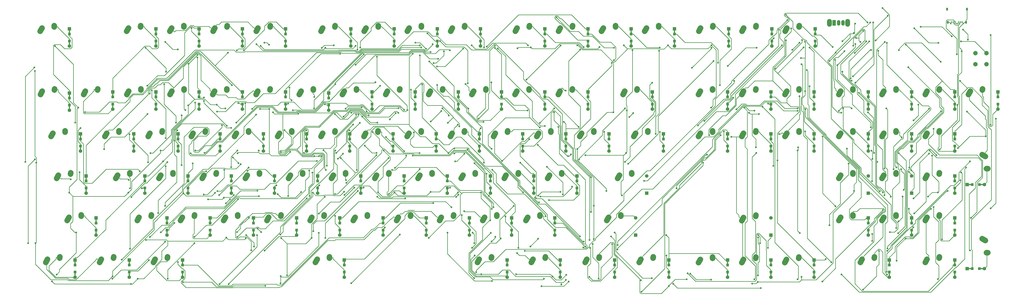
<source format=gbr>
G04 #@! TF.GenerationSoftware,KiCad,Pcbnew,(5.1.4)-1*
G04 #@! TF.CreationDate,2019-11-05T01:24:31-05:00*
G04 #@! TF.ProjectId,keyboard,6b657962-6f61-4726-942e-6b696361645f,rev?*
G04 #@! TF.SameCoordinates,Original*
G04 #@! TF.FileFunction,Copper,L2,Bot*
G04 #@! TF.FilePolarity,Positive*
%FSLAX46Y46*%
G04 Gerber Fmt 4.6, Leading zero omitted, Abs format (unit mm)*
G04 Created by KiCad (PCBNEW (5.1.4)-1) date 2019-11-05 01:24:31*
%MOMM*%
%LPD*%
G04 APERTURE LIST*
%ADD10R,1.200000X1.200000*%
%ADD11R,1.600000X1.600000*%
%ADD12C,1.600000*%
%ADD13R,0.500000X2.500000*%
%ADD14R,2.500000X0.500000*%
%ADD15C,2.500000*%
%ADD16C,2.500000*%
%ADD17O,0.800000X1.400000*%
%ADD18C,0.650000*%
%ADD19R,1.500000X2.500000*%
%ADD20O,1.500000X2.500000*%
%ADD21O,2.200000X3.500000*%
%ADD22C,2.000000*%
%ADD23C,0.800000*%
%ADD24C,0.250000*%
G04 APERTURE END LIST*
D10*
X9000000Y-1575000D03*
X9000000Y1575000D03*
D11*
X9000000Y3900000D03*
D12*
X9000000Y-3900000D03*
D13*
X9000000Y2700000D03*
X9000000Y-2700000D03*
X48000000Y-2700000D03*
X48000000Y2700000D03*
D12*
X48000000Y-3900000D03*
D11*
X48000000Y3900000D03*
D10*
X48000000Y1575000D03*
X48000000Y-1575000D03*
X67500000Y-1575000D03*
X67500000Y1575000D03*
D11*
X67500000Y3900000D03*
D12*
X67500000Y-3900000D03*
D13*
X67500000Y2700000D03*
X67500000Y-2700000D03*
X87000000Y-2700000D03*
X87000000Y2700000D03*
D12*
X87000000Y-3900000D03*
D11*
X87000000Y3900000D03*
D10*
X87000000Y1575000D03*
X87000000Y-1575000D03*
D13*
X106500000Y-2700000D03*
X106500000Y2700000D03*
D12*
X106500000Y-3900000D03*
D11*
X106500000Y3900000D03*
D10*
X106500000Y1575000D03*
X106500000Y-1575000D03*
X136000000Y-1575000D03*
X136000000Y1575000D03*
D11*
X136000000Y3900000D03*
D12*
X136000000Y-3900000D03*
D13*
X136000000Y2700000D03*
X136000000Y-2700000D03*
X155500000Y-2700000D03*
X155500000Y2700000D03*
D12*
X155500000Y-3900000D03*
D11*
X155500000Y3900000D03*
D10*
X155500000Y1575000D03*
X155500000Y-1575000D03*
X175000000Y-1575000D03*
X175000000Y1575000D03*
D11*
X175000000Y3900000D03*
D12*
X175000000Y-3900000D03*
D13*
X175000000Y2700000D03*
X175000000Y-2700000D03*
D10*
X194500000Y-1575000D03*
X194500000Y1575000D03*
D11*
X194500000Y3900000D03*
D12*
X194500000Y-3900000D03*
D13*
X194500000Y2700000D03*
X194500000Y-2700000D03*
X223500000Y-2700000D03*
X223500000Y2700000D03*
D12*
X223500000Y-3900000D03*
D11*
X223500000Y3900000D03*
D10*
X223500000Y1575000D03*
X223500000Y-1575000D03*
D13*
X243000000Y-2700000D03*
X243000000Y2700000D03*
D12*
X243000000Y-3900000D03*
D11*
X243000000Y3900000D03*
D10*
X243000000Y1575000D03*
X243000000Y-1575000D03*
X262500000Y-1575000D03*
X262500000Y1575000D03*
D11*
X262500000Y3900000D03*
D12*
X262500000Y-3900000D03*
D13*
X262500000Y2700000D03*
X262500000Y-2700000D03*
D10*
X282000000Y-1575000D03*
X282000000Y1575000D03*
D11*
X282000000Y3900000D03*
D12*
X282000000Y-3900000D03*
D13*
X282000000Y2700000D03*
X282000000Y-2700000D03*
X306500000Y-2700000D03*
X306500000Y2700000D03*
D12*
X306500000Y-3900000D03*
D11*
X306500000Y3900000D03*
D10*
X306500000Y1575000D03*
X306500000Y-1575000D03*
X326000000Y-1575000D03*
X326000000Y1575000D03*
D11*
X326000000Y3900000D03*
D12*
X326000000Y-3900000D03*
D13*
X326000000Y2700000D03*
X326000000Y-2700000D03*
X345500000Y-2700000D03*
X345500000Y2700000D03*
D12*
X345500000Y-3900000D03*
D11*
X345500000Y3900000D03*
D10*
X345500000Y1575000D03*
X345500000Y-1575000D03*
D13*
X9000000Y-31700000D03*
X9000000Y-26300000D03*
D12*
X9000000Y-32900000D03*
D11*
X9000000Y-25100000D03*
D10*
X9000000Y-27425000D03*
X9000000Y-30575000D03*
D13*
X28500000Y-31200000D03*
X28500000Y-25800000D03*
D12*
X28500000Y-32400000D03*
D11*
X28500000Y-24600000D03*
D10*
X28500000Y-26925000D03*
X28500000Y-30075000D03*
X48000000Y-30075000D03*
X48000000Y-26925000D03*
D11*
X48000000Y-24600000D03*
D12*
X48000000Y-32400000D03*
D13*
X48000000Y-25800000D03*
X48000000Y-31200000D03*
X67500000Y-31200000D03*
X67500000Y-25800000D03*
D12*
X67500000Y-32400000D03*
D11*
X67500000Y-24600000D03*
D10*
X67500000Y-26925000D03*
X67500000Y-30075000D03*
D13*
X87000000Y-31200000D03*
X87000000Y-25800000D03*
D12*
X87000000Y-32400000D03*
D11*
X87000000Y-24600000D03*
D10*
X87000000Y-26925000D03*
X87000000Y-30075000D03*
X106500000Y-30075000D03*
X106500000Y-26925000D03*
D11*
X106500000Y-24600000D03*
D12*
X106500000Y-32400000D03*
D13*
X106500000Y-25800000D03*
X106500000Y-31200000D03*
D10*
X126000000Y-30575000D03*
X126000000Y-27425000D03*
D11*
X126000000Y-25100000D03*
D12*
X126000000Y-32900000D03*
D13*
X126000000Y-26300000D03*
X126000000Y-31700000D03*
D10*
X145500000Y-30075000D03*
X145500000Y-26925000D03*
D11*
X145500000Y-24600000D03*
D12*
X145500000Y-32400000D03*
D13*
X145500000Y-25800000D03*
X145500000Y-31200000D03*
X165000000Y-31200000D03*
X165000000Y-25800000D03*
D12*
X165000000Y-32400000D03*
D11*
X165000000Y-24600000D03*
D10*
X165000000Y-26925000D03*
X165000000Y-30075000D03*
X184500000Y-30075000D03*
X184500000Y-26925000D03*
D11*
X184500000Y-24600000D03*
D12*
X184500000Y-32400000D03*
D13*
X184500000Y-25800000D03*
X184500000Y-31200000D03*
X204000000Y-31200000D03*
X204000000Y-25800000D03*
D12*
X204000000Y-32400000D03*
D11*
X204000000Y-24600000D03*
D10*
X204000000Y-26925000D03*
X204000000Y-30075000D03*
X223500000Y-30075000D03*
X223500000Y-26925000D03*
D11*
X223500000Y-24600000D03*
D12*
X223500000Y-32400000D03*
D13*
X223500000Y-25800000D03*
X223500000Y-31200000D03*
D10*
X243000000Y-30075000D03*
X243000000Y-26925000D03*
D11*
X243000000Y-24600000D03*
D12*
X243000000Y-32400000D03*
D13*
X243000000Y-25800000D03*
X243000000Y-31200000D03*
X272000000Y-31200000D03*
X272000000Y-25800000D03*
D12*
X272000000Y-32400000D03*
D11*
X272000000Y-24600000D03*
D10*
X272000000Y-26925000D03*
X272000000Y-30075000D03*
X14000000Y-49075000D03*
X14000000Y-45925000D03*
D11*
X14000000Y-43600000D03*
D12*
X14000000Y-51400000D03*
D13*
X14000000Y-44800000D03*
X14000000Y-50200000D03*
X38000000Y-50200000D03*
X38000000Y-44800000D03*
D12*
X38000000Y-51400000D03*
D11*
X38000000Y-43600000D03*
D10*
X38000000Y-45925000D03*
X38000000Y-49075000D03*
D13*
X58000000Y-50200000D03*
X58000000Y-44800000D03*
D12*
X58000000Y-51400000D03*
D11*
X58000000Y-43600000D03*
D10*
X58000000Y-45925000D03*
X58000000Y-49075000D03*
X77000000Y-49075000D03*
X77000000Y-45925000D03*
D11*
X77000000Y-43600000D03*
D12*
X77000000Y-51400000D03*
D13*
X77000000Y-44800000D03*
X77000000Y-50200000D03*
D10*
X96500000Y-49075000D03*
X96500000Y-45925000D03*
D11*
X96500000Y-43600000D03*
D12*
X96500000Y-51400000D03*
D13*
X96500000Y-44800000D03*
X96500000Y-50200000D03*
D10*
X116000000Y-49075000D03*
X116000000Y-45925000D03*
D11*
X116000000Y-43600000D03*
D12*
X116000000Y-51400000D03*
D13*
X116000000Y-44800000D03*
X116000000Y-50200000D03*
X135500000Y-50200000D03*
X135500000Y-44800000D03*
D12*
X135500000Y-51400000D03*
D11*
X135500000Y-43600000D03*
D10*
X135500000Y-45925000D03*
X135500000Y-49075000D03*
X155000000Y-49075000D03*
X155000000Y-45925000D03*
D11*
X155000000Y-43600000D03*
D12*
X155000000Y-51400000D03*
D13*
X155000000Y-44800000D03*
X155000000Y-50200000D03*
X174500000Y-50200000D03*
X174500000Y-44800000D03*
D12*
X174500000Y-51400000D03*
D11*
X174500000Y-43600000D03*
D10*
X174500000Y-45925000D03*
X174500000Y-49075000D03*
X194000000Y-49075000D03*
X194000000Y-45925000D03*
D11*
X194000000Y-43600000D03*
D12*
X194000000Y-51400000D03*
D13*
X194000000Y-44800000D03*
X194000000Y-50200000D03*
D10*
X213500000Y-49075000D03*
X213500000Y-45925000D03*
D11*
X213500000Y-43600000D03*
D12*
X213500000Y-51400000D03*
D13*
X213500000Y-44800000D03*
X213500000Y-50200000D03*
D10*
X233000000Y-49075000D03*
X233000000Y-45925000D03*
D11*
X233000000Y-43600000D03*
D12*
X233000000Y-51400000D03*
D13*
X233000000Y-44800000D03*
X233000000Y-50200000D03*
X252500000Y-50200000D03*
X252500000Y-44800000D03*
D12*
X252500000Y-51400000D03*
D11*
X252500000Y-43600000D03*
D10*
X252500000Y-45925000D03*
X252500000Y-49075000D03*
D13*
X277000000Y-50200000D03*
X277000000Y-44800000D03*
D12*
X277000000Y-51400000D03*
D11*
X277000000Y-43600000D03*
D10*
X277000000Y-45925000D03*
X277000000Y-49075000D03*
X16500000Y-68075000D03*
X16500000Y-64925000D03*
D11*
X16500000Y-62600000D03*
D12*
X16500000Y-70400000D03*
D13*
X16500000Y-63800000D03*
X16500000Y-69200000D03*
X43000000Y-69200000D03*
X43000000Y-63800000D03*
D12*
X43000000Y-70400000D03*
D11*
X43000000Y-62600000D03*
D10*
X43000000Y-64925000D03*
X43000000Y-68075000D03*
X62500000Y-68075000D03*
X62500000Y-64925000D03*
D11*
X62500000Y-62600000D03*
D12*
X62500000Y-70400000D03*
D13*
X62500000Y-63800000D03*
X62500000Y-69200000D03*
X82000000Y-69200000D03*
X82000000Y-63800000D03*
D12*
X82000000Y-70400000D03*
D11*
X82000000Y-62600000D03*
D10*
X82000000Y-64925000D03*
X82000000Y-68075000D03*
X101500000Y-68075000D03*
X101500000Y-64925000D03*
D11*
X101500000Y-62600000D03*
D12*
X101500000Y-70400000D03*
D13*
X101500000Y-63800000D03*
X101500000Y-69200000D03*
X121000000Y-69200000D03*
X121000000Y-63800000D03*
D12*
X121000000Y-70400000D03*
D11*
X121000000Y-62600000D03*
D10*
X121000000Y-64925000D03*
X121000000Y-68075000D03*
X140500000Y-68075000D03*
X140500000Y-64925000D03*
D11*
X140500000Y-62600000D03*
D12*
X140500000Y-70400000D03*
D13*
X140500000Y-63800000D03*
X140500000Y-69200000D03*
D10*
X160000000Y-68075000D03*
X160000000Y-64925000D03*
D11*
X160000000Y-62600000D03*
D12*
X160000000Y-70400000D03*
D13*
X160000000Y-63800000D03*
X160000000Y-69200000D03*
X179500000Y-69200000D03*
X179500000Y-63800000D03*
D12*
X179500000Y-70400000D03*
D11*
X179500000Y-62600000D03*
D10*
X179500000Y-64925000D03*
X179500000Y-68075000D03*
D13*
X199000000Y-69200000D03*
X199000000Y-63800000D03*
D12*
X199000000Y-70400000D03*
D11*
X199000000Y-62600000D03*
D10*
X199000000Y-64925000D03*
X199000000Y-68075000D03*
D13*
X218500000Y-69200000D03*
X218500000Y-63800000D03*
D12*
X218500000Y-70400000D03*
D11*
X218500000Y-62600000D03*
D10*
X218500000Y-64925000D03*
X218500000Y-68075000D03*
X238000000Y-68075000D03*
X238000000Y-64925000D03*
D11*
X238000000Y-62600000D03*
D12*
X238000000Y-70400000D03*
D13*
X238000000Y-63800000D03*
X238000000Y-69200000D03*
D12*
X269500000Y-62600000D03*
D11*
X269500000Y-70400000D03*
D10*
X21000000Y-87075000D03*
X21000000Y-83925000D03*
D11*
X21000000Y-81600000D03*
D12*
X21000000Y-89400000D03*
D13*
X21000000Y-82800000D03*
X21000000Y-88200000D03*
X53000000Y-88200000D03*
X53000000Y-82800000D03*
D12*
X53000000Y-89400000D03*
D11*
X53000000Y-81600000D03*
D10*
X53000000Y-83925000D03*
X53000000Y-87075000D03*
D13*
X72500000Y-88200000D03*
X72500000Y-82800000D03*
D12*
X72500000Y-89400000D03*
D11*
X72500000Y-81600000D03*
D10*
X72500000Y-83925000D03*
X72500000Y-87075000D03*
X92000000Y-87075000D03*
X92000000Y-83925000D03*
D11*
X92000000Y-81600000D03*
D12*
X92000000Y-89400000D03*
D13*
X92000000Y-82800000D03*
X92000000Y-88200000D03*
X111500000Y-88200000D03*
X111500000Y-82800000D03*
D12*
X111500000Y-89400000D03*
D11*
X111500000Y-81600000D03*
D10*
X111500000Y-83925000D03*
X111500000Y-87075000D03*
X131000000Y-87075000D03*
X131000000Y-83925000D03*
D11*
X131000000Y-81600000D03*
D12*
X131000000Y-89400000D03*
D13*
X131000000Y-82800000D03*
X131000000Y-88200000D03*
X150500000Y-88200000D03*
X150500000Y-82800000D03*
D12*
X150500000Y-89400000D03*
D11*
X150500000Y-81600000D03*
D10*
X150500000Y-83925000D03*
X150500000Y-87075000D03*
D13*
X170000000Y-88200000D03*
X170000000Y-82800000D03*
D12*
X170000000Y-89400000D03*
D11*
X170000000Y-81600000D03*
D10*
X170000000Y-83925000D03*
X170000000Y-87075000D03*
X189500000Y-87075000D03*
X189500000Y-83925000D03*
D11*
X189500000Y-81600000D03*
D12*
X189500000Y-89400000D03*
D13*
X189500000Y-82800000D03*
X189500000Y-88200000D03*
X208500000Y-88200000D03*
X208500000Y-82800000D03*
D12*
X208500000Y-89400000D03*
D11*
X208500000Y-81600000D03*
D10*
X208500000Y-83925000D03*
X208500000Y-87075000D03*
X228000000Y-87075000D03*
X228000000Y-83925000D03*
D11*
X228000000Y-81600000D03*
D12*
X228000000Y-89400000D03*
D13*
X228000000Y-82800000D03*
X228000000Y-88200000D03*
D12*
X264500000Y-81600000D03*
D11*
X264500000Y-89400000D03*
D10*
X11500000Y-106075000D03*
X11500000Y-102925000D03*
D11*
X11500000Y-100600000D03*
D12*
X11500000Y-108400000D03*
D13*
X11500000Y-101800000D03*
X11500000Y-107200000D03*
X36000000Y-107200000D03*
X36000000Y-101800000D03*
D12*
X36000000Y-108400000D03*
D11*
X36000000Y-100600000D03*
D10*
X36000000Y-102925000D03*
X36000000Y-106075000D03*
X60000000Y-106075000D03*
X60000000Y-102925000D03*
D11*
X60000000Y-100600000D03*
D12*
X60000000Y-108400000D03*
D13*
X60000000Y-101800000D03*
X60000000Y-107200000D03*
D10*
X133000000Y-106075000D03*
X133000000Y-102925000D03*
D11*
X133000000Y-100600000D03*
D12*
X133000000Y-108400000D03*
D13*
X133000000Y-101800000D03*
X133000000Y-107200000D03*
X206500000Y-107200000D03*
X206500000Y-101800000D03*
D12*
X206500000Y-108400000D03*
D11*
X206500000Y-100600000D03*
D10*
X206500000Y-102925000D03*
X206500000Y-106075000D03*
D13*
X230500000Y-107200000D03*
X230500000Y-101800000D03*
D12*
X230500000Y-108400000D03*
D11*
X230500000Y-100600000D03*
D10*
X230500000Y-102925000D03*
X230500000Y-106075000D03*
D13*
X255000000Y-107200000D03*
X255000000Y-101800000D03*
D12*
X255000000Y-108400000D03*
D11*
X255000000Y-100600000D03*
D10*
X255000000Y-102925000D03*
X255000000Y-106075000D03*
X279500000Y-106075000D03*
X279500000Y-102925000D03*
D11*
X279500000Y-100600000D03*
D12*
X279500000Y-108400000D03*
D13*
X279500000Y-101800000D03*
X279500000Y-107200000D03*
X306000000Y-31200000D03*
X306000000Y-25800000D03*
D12*
X306000000Y-32400000D03*
D11*
X306000000Y-24600000D03*
D10*
X306000000Y-26925000D03*
X306000000Y-30075000D03*
X325500000Y-30075000D03*
X325500000Y-26925000D03*
D11*
X325500000Y-24600000D03*
D12*
X325500000Y-32400000D03*
D13*
X325500000Y-25800000D03*
X325500000Y-31200000D03*
D10*
X345000000Y-30075000D03*
X345000000Y-26925000D03*
D11*
X345000000Y-24600000D03*
D12*
X345000000Y-32400000D03*
D13*
X345000000Y-25800000D03*
X345000000Y-31200000D03*
D10*
X306000000Y-49075000D03*
X306000000Y-45925000D03*
D11*
X306000000Y-43600000D03*
D12*
X306000000Y-51400000D03*
D13*
X306000000Y-44800000D03*
X306000000Y-50200000D03*
D10*
X325500000Y-49075000D03*
X325500000Y-45925000D03*
D11*
X325500000Y-43600000D03*
D12*
X325500000Y-51400000D03*
D13*
X325500000Y-44800000D03*
X325500000Y-50200000D03*
D10*
X345000000Y-49075000D03*
X345000000Y-45925000D03*
D11*
X345000000Y-43600000D03*
D12*
X345000000Y-51400000D03*
D13*
X345000000Y-44800000D03*
X345000000Y-50200000D03*
D11*
X325500000Y-89400000D03*
D12*
X325500000Y-81600000D03*
D10*
X306000000Y-106075000D03*
X306000000Y-102925000D03*
D11*
X306000000Y-100600000D03*
D12*
X306000000Y-108400000D03*
D13*
X306000000Y-101800000D03*
X306000000Y-107200000D03*
D10*
X325500000Y-106075000D03*
X325500000Y-102925000D03*
D11*
X325500000Y-100600000D03*
D12*
X325500000Y-108400000D03*
D13*
X325500000Y-101800000D03*
X325500000Y-107200000D03*
X345000000Y-107200000D03*
X345000000Y-101800000D03*
D12*
X345000000Y-108400000D03*
D11*
X345000000Y-100600000D03*
D10*
X345000000Y-102925000D03*
X345000000Y-106075000D03*
D13*
X369500000Y-31200000D03*
X369500000Y-25800000D03*
D12*
X369500000Y-32400000D03*
D11*
X369500000Y-24600000D03*
D10*
X369500000Y-26925000D03*
X369500000Y-30075000D03*
X389000000Y-30075000D03*
X389000000Y-26925000D03*
D11*
X389000000Y-24600000D03*
D12*
X389000000Y-32400000D03*
D13*
X389000000Y-25800000D03*
X389000000Y-31200000D03*
X408500000Y-31200000D03*
X408500000Y-25800000D03*
D12*
X408500000Y-32400000D03*
D11*
X408500000Y-24600000D03*
D10*
X408500000Y-26925000D03*
X408500000Y-30075000D03*
D13*
X428000000Y-31200000D03*
X428000000Y-25800000D03*
D12*
X428000000Y-32400000D03*
D11*
X428000000Y-24600000D03*
D10*
X428000000Y-26925000D03*
X428000000Y-30075000D03*
D13*
X369500000Y-50200000D03*
X369500000Y-44800000D03*
D12*
X369500000Y-51400000D03*
D11*
X369500000Y-43600000D03*
D10*
X369500000Y-45925000D03*
X369500000Y-49075000D03*
X389000000Y-49075000D03*
X389000000Y-45925000D03*
D11*
X389000000Y-43600000D03*
D12*
X389000000Y-51400000D03*
D13*
X389000000Y-44800000D03*
X389000000Y-50200000D03*
X408500000Y-50200000D03*
X408500000Y-44800000D03*
D12*
X408500000Y-51400000D03*
D11*
X408500000Y-43600000D03*
D10*
X408500000Y-45925000D03*
X408500000Y-49075000D03*
D14*
X420700000Y-66500000D03*
X415300000Y-66500000D03*
D12*
X421900000Y-66500000D03*
D11*
X414100000Y-66500000D03*
D10*
X416425000Y-66500000D03*
X419575000Y-66500000D03*
D12*
X369500000Y-62600000D03*
D11*
X369500000Y-70400000D03*
D12*
X389000000Y-62600000D03*
D11*
X389000000Y-70400000D03*
D13*
X408500000Y-69200000D03*
X408500000Y-63800000D03*
D12*
X408500000Y-70400000D03*
D11*
X408500000Y-62600000D03*
D10*
X408500000Y-64925000D03*
X408500000Y-68075000D03*
X369500000Y-87075000D03*
X369500000Y-83925000D03*
D11*
X369500000Y-81600000D03*
D12*
X369500000Y-89400000D03*
D13*
X369500000Y-82800000D03*
X369500000Y-88200000D03*
D10*
X389000000Y-87075000D03*
X389000000Y-83925000D03*
D11*
X389000000Y-81600000D03*
D12*
X389000000Y-89400000D03*
D13*
X389000000Y-82800000D03*
X389000000Y-88200000D03*
X408500000Y-88200000D03*
X408500000Y-82800000D03*
D12*
X408500000Y-89400000D03*
D11*
X408500000Y-81600000D03*
D10*
X408500000Y-83925000D03*
X408500000Y-87075000D03*
X419575000Y-104500000D03*
X416425000Y-104500000D03*
D11*
X414100000Y-104500000D03*
D12*
X421900000Y-104500000D03*
D14*
X415300000Y-104500000D03*
X420700000Y-104500000D03*
D13*
X379000000Y-107200000D03*
X379000000Y-101800000D03*
D12*
X379000000Y-108400000D03*
D11*
X379000000Y-100600000D03*
D10*
X379000000Y-102925000D03*
X379000000Y-106075000D03*
X408500000Y-106075000D03*
X408500000Y-102925000D03*
D11*
X408500000Y-100600000D03*
D12*
X408500000Y-108400000D03*
D13*
X408500000Y-101800000D03*
X408500000Y-107200000D03*
D15*
X2120000Y5090000D03*
D16*
X2139724Y5379328D02*
X2100276Y4800672D01*
D15*
X-3805000Y3570000D03*
D16*
X-3399547Y4299954D02*
X-4210453Y2840046D01*
D15*
X35195000Y3570000D03*
D16*
X35600453Y4299954D02*
X34789547Y2840046D01*
D15*
X41120000Y5090000D03*
D16*
X41139724Y5379328D02*
X41100276Y4800672D01*
D15*
X60620000Y5090000D03*
D16*
X60639724Y5379328D02*
X60600276Y4800672D01*
D15*
X54695000Y3570000D03*
D16*
X55100453Y4299954D02*
X54289547Y2840046D01*
D15*
X74195000Y3570000D03*
D16*
X74600453Y4299954D02*
X73789547Y2840046D01*
D15*
X80120000Y5090000D03*
D16*
X80139724Y5379328D02*
X80100276Y4800672D01*
D15*
X99620000Y5090000D03*
D16*
X99639724Y5379328D02*
X99600276Y4800672D01*
D15*
X93695000Y3570000D03*
D16*
X94100453Y4299954D02*
X93289547Y2840046D01*
D15*
X122895000Y3570000D03*
D16*
X123300453Y4299954D02*
X122489547Y2840046D01*
D15*
X128820000Y5090000D03*
D16*
X128839724Y5379328D02*
X128800276Y4800672D01*
D15*
X142395000Y3570000D03*
D16*
X142800453Y4299954D02*
X141989547Y2840046D01*
D15*
X148320000Y5090000D03*
D16*
X148339724Y5379328D02*
X148300276Y4800672D01*
D15*
X161895000Y3570000D03*
D16*
X162300453Y4299954D02*
X161489547Y2840046D01*
D15*
X167820000Y5090000D03*
D16*
X167839724Y5379328D02*
X167800276Y4800672D01*
D15*
X187320000Y5090000D03*
D16*
X187339724Y5379328D02*
X187300276Y4800672D01*
D15*
X181395000Y3570000D03*
D16*
X181800453Y4299954D02*
X180989547Y2840046D01*
D15*
X216520000Y5090000D03*
D16*
X216539724Y5379328D02*
X216500276Y4800672D01*
D15*
X210595000Y3570000D03*
D16*
X211000453Y4299954D02*
X210189547Y2840046D01*
D15*
X230095000Y3570000D03*
D16*
X230500453Y4299954D02*
X229689547Y2840046D01*
D15*
X236020000Y5090000D03*
D16*
X236039724Y5379328D02*
X236000276Y4800672D01*
D15*
X249495000Y3570000D03*
D16*
X249900453Y4299954D02*
X249089547Y2840046D01*
D15*
X255420000Y5090000D03*
D16*
X255439724Y5379328D02*
X255400276Y4800672D01*
D15*
X274920000Y5090000D03*
D16*
X274939724Y5379328D02*
X274900276Y4800672D01*
D15*
X268995000Y3570000D03*
D16*
X269400453Y4299954D02*
X268589547Y2840046D01*
D15*
X299320000Y5090000D03*
D16*
X299339724Y5379328D02*
X299300276Y4800672D01*
D15*
X293395000Y3570000D03*
D16*
X293800453Y4299954D02*
X292989547Y2840046D01*
D15*
X312895000Y3570000D03*
D16*
X313300453Y4299954D02*
X312489547Y2840046D01*
D15*
X318820000Y5090000D03*
D16*
X318839724Y5379328D02*
X318800276Y4800672D01*
D15*
X338276000Y5090000D03*
D16*
X338295724Y5379328D02*
X338256276Y4800672D01*
D15*
X332351000Y3570000D03*
D16*
X332756453Y4299954D02*
X331945547Y2840046D01*
D15*
X2220000Y-23510000D03*
D16*
X2239724Y-23220672D02*
X2200276Y-23799328D01*
D15*
X-3705000Y-25030000D03*
D16*
X-3299547Y-24300046D02*
X-4110453Y-25759954D01*
D15*
X15795000Y-25030000D03*
D16*
X16200453Y-24300046D02*
X15389547Y-25759954D01*
D15*
X21720000Y-23510000D03*
D16*
X21739724Y-23220672D02*
X21700276Y-23799328D01*
D15*
X35295000Y-25030000D03*
D16*
X35700453Y-24300046D02*
X34889547Y-25759954D01*
D15*
X41220000Y-23510000D03*
D16*
X41239724Y-23220672D02*
X41200276Y-23799328D01*
D15*
X60720000Y-23510000D03*
D16*
X60739724Y-23220672D02*
X60700276Y-23799328D01*
D15*
X54795000Y-25030000D03*
D16*
X55200453Y-24300046D02*
X54389547Y-25759954D01*
D15*
X74095000Y-25030000D03*
D16*
X74500453Y-24300046D02*
X73689547Y-25759954D01*
D15*
X80020000Y-23510000D03*
D16*
X80039724Y-23220672D02*
X80000276Y-23799328D01*
D15*
X99520000Y-23510000D03*
D16*
X99539724Y-23220672D02*
X99500276Y-23799328D01*
D15*
X93595000Y-25030000D03*
D16*
X94000453Y-24300046D02*
X93189547Y-25759954D01*
D15*
X119020000Y-23510000D03*
D16*
X119039724Y-23220672D02*
X119000276Y-23799328D01*
D15*
X113095000Y-25030000D03*
D16*
X113500453Y-24300046D02*
X112689547Y-25759954D01*
D15*
X138520000Y-23510000D03*
D16*
X138539724Y-23220672D02*
X138500276Y-23799328D01*
D15*
X132595000Y-25030000D03*
D16*
X133000453Y-24300046D02*
X132189547Y-25759954D01*
D15*
X152095000Y-25030000D03*
D16*
X152500453Y-24300046D02*
X151689547Y-25759954D01*
D15*
X158020000Y-23510000D03*
D16*
X158039724Y-23220672D02*
X158000276Y-23799328D01*
D15*
X177420000Y-23510000D03*
D16*
X177439724Y-23220672D02*
X177400276Y-23799328D01*
D15*
X171495000Y-25030000D03*
D16*
X171900453Y-24300046D02*
X171089547Y-25759954D01*
D15*
X190995000Y-25030000D03*
D16*
X191400453Y-24300046D02*
X190589547Y-25759954D01*
D15*
X196920000Y-23510000D03*
D16*
X196939724Y-23220672D02*
X196900276Y-23799328D01*
D15*
X216420000Y-23510000D03*
D16*
X216439724Y-23220672D02*
X216400276Y-23799328D01*
D15*
X210495000Y-25030000D03*
D16*
X210900453Y-24300046D02*
X210089547Y-25759954D01*
D15*
X229995000Y-25030000D03*
D16*
X230400453Y-24300046D02*
X229589547Y-25759954D01*
D15*
X235920000Y-23510000D03*
D16*
X235939724Y-23220672D02*
X235900276Y-23799328D01*
D15*
X259195000Y-25030000D03*
D16*
X259600453Y-24300046D02*
X258789547Y-25759954D01*
D15*
X265120000Y-23510000D03*
D16*
X265139724Y-23220672D02*
X265100276Y-23799328D01*
D15*
X7020000Y-42510000D03*
D16*
X7039724Y-42220672D02*
X7000276Y-42799328D01*
D15*
X1095000Y-44030000D03*
D16*
X1500453Y-43300046D02*
X689547Y-44759954D01*
D15*
X31320000Y-42510000D03*
D16*
X31339724Y-42220672D02*
X31300276Y-42799328D01*
D15*
X25395000Y-44030000D03*
D16*
X25800453Y-43300046D02*
X24989547Y-44759954D01*
D15*
X50820000Y-42510000D03*
D16*
X50839724Y-42220672D02*
X50800276Y-42799328D01*
D15*
X44895000Y-44030000D03*
D16*
X45300453Y-43300046D02*
X44489547Y-44759954D01*
D15*
X70320000Y-42510000D03*
D16*
X70339724Y-42220672D02*
X70300276Y-42799328D01*
D15*
X64395000Y-44030000D03*
D16*
X64800453Y-43300046D02*
X63989547Y-44759954D01*
D15*
X83895000Y-44030000D03*
D16*
X84300453Y-43300046D02*
X83489547Y-44759954D01*
D15*
X89820000Y-42510000D03*
D16*
X89839724Y-42220672D02*
X89800276Y-42799328D01*
D15*
X109320000Y-42510000D03*
D16*
X109339724Y-42220672D02*
X109300276Y-42799328D01*
D15*
X103395000Y-44030000D03*
D16*
X103800453Y-43300046D02*
X102989547Y-44759954D01*
D15*
X122895000Y-44030000D03*
D16*
X123300453Y-43300046D02*
X122489547Y-44759954D01*
D15*
X128820000Y-42510000D03*
D16*
X128839724Y-42220672D02*
X128800276Y-42799328D01*
D15*
X142295000Y-44030000D03*
D16*
X142700453Y-43300046D02*
X141889547Y-44759954D01*
D15*
X148220000Y-42510000D03*
D16*
X148239724Y-42220672D02*
X148200276Y-42799328D01*
D15*
X167720000Y-42510000D03*
D16*
X167739724Y-42220672D02*
X167700276Y-42799328D01*
D15*
X161795000Y-44030000D03*
D16*
X162200453Y-43300046D02*
X161389547Y-44759954D01*
D15*
X187220000Y-42510000D03*
D16*
X187239724Y-42220672D02*
X187200276Y-42799328D01*
D15*
X181295000Y-44030000D03*
D16*
X181700453Y-43300046D02*
X180889547Y-44759954D01*
D15*
X206720000Y-42510000D03*
D16*
X206739724Y-42220672D02*
X206700276Y-42799328D01*
D15*
X200795000Y-44030000D03*
D16*
X201200453Y-43300046D02*
X200389547Y-44759954D01*
D15*
X220295000Y-44030000D03*
D16*
X220700453Y-43300046D02*
X219889547Y-44759954D01*
D15*
X226220000Y-42510000D03*
D16*
X226239724Y-42220672D02*
X226200276Y-42799328D01*
D15*
X245620000Y-42510000D03*
D16*
X245639724Y-42220672D02*
X245600276Y-42799328D01*
D15*
X239695000Y-44030000D03*
D16*
X240100453Y-43300046D02*
X239289547Y-44759954D01*
D15*
X270020000Y-42510000D03*
D16*
X270039724Y-42220672D02*
X270000276Y-42799328D01*
D15*
X264095000Y-44030000D03*
D16*
X264500453Y-43300046D02*
X263689547Y-44759954D01*
D15*
X3595000Y-63030000D03*
D16*
X4000453Y-62300046D02*
X3189547Y-63759954D01*
D15*
X9520000Y-61510000D03*
D16*
X9539724Y-61220672D02*
X9500276Y-61799328D01*
D15*
X36220000Y-61510000D03*
D16*
X36239724Y-61220672D02*
X36200276Y-61799328D01*
D15*
X30295000Y-63030000D03*
D16*
X30700453Y-62300046D02*
X29889547Y-63759954D01*
D15*
X55720000Y-61510000D03*
D16*
X55739724Y-61220672D02*
X55700276Y-61799328D01*
D15*
X49795000Y-63030000D03*
D16*
X50200453Y-62300046D02*
X49389547Y-63759954D01*
D15*
X75220000Y-61510000D03*
D16*
X75239724Y-61220672D02*
X75200276Y-61799328D01*
D15*
X69295000Y-63030000D03*
D16*
X69700453Y-62300046D02*
X68889547Y-63759954D01*
D15*
X88795000Y-63030000D03*
D16*
X89200453Y-62300046D02*
X88389547Y-63759954D01*
D15*
X94720000Y-61510000D03*
D16*
X94739724Y-61220672D02*
X94700276Y-61799328D01*
D15*
X114220000Y-61510000D03*
D16*
X114239724Y-61220672D02*
X114200276Y-61799328D01*
D15*
X108295000Y-63030000D03*
D16*
X108700453Y-62300046D02*
X107889547Y-63759954D01*
D15*
X127695000Y-63030000D03*
D16*
X128100453Y-62300046D02*
X127289547Y-63759954D01*
D15*
X133620000Y-61510000D03*
D16*
X133639724Y-61220672D02*
X133600276Y-61799328D01*
D15*
X147195000Y-63030000D03*
D16*
X147600453Y-62300046D02*
X146789547Y-63759954D01*
D15*
X153120000Y-61510000D03*
D16*
X153139724Y-61220672D02*
X153100276Y-61799328D01*
D15*
X172620000Y-61510000D03*
D16*
X172639724Y-61220672D02*
X172600276Y-61799328D01*
D15*
X166695000Y-63030000D03*
D16*
X167100453Y-62300046D02*
X166289547Y-63759954D01*
D15*
X186195000Y-63030000D03*
D16*
X186600453Y-62300046D02*
X185789547Y-63759954D01*
D15*
X192120000Y-61510000D03*
D16*
X192139724Y-61220672D02*
X192100276Y-61799328D01*
D15*
X205595000Y-63030000D03*
D16*
X206000453Y-62300046D02*
X205189547Y-63759954D01*
D15*
X211520000Y-61510000D03*
D16*
X211539724Y-61220672D02*
X211500276Y-61799328D01*
D15*
X225195000Y-63030000D03*
D16*
X225600453Y-62300046D02*
X224789547Y-63759954D01*
D15*
X231120000Y-61510000D03*
D16*
X231139724Y-61220672D02*
X231100276Y-61799328D01*
D15*
X262720000Y-61510000D03*
D16*
X262739724Y-61220672D02*
X262700276Y-61799328D01*
D15*
X256795000Y-63030000D03*
D16*
X257200453Y-62300046D02*
X256389547Y-63759954D01*
D15*
X14320000Y-80510000D03*
D16*
X14339724Y-80220672D02*
X14300276Y-80799328D01*
D15*
X8395000Y-82030000D03*
D16*
X8800453Y-81300046D02*
X7989547Y-82759954D01*
D15*
X39995000Y-82030000D03*
D16*
X40400453Y-81300046D02*
X39589547Y-82759954D01*
D15*
X45920000Y-80510000D03*
D16*
X45939724Y-80220672D02*
X45900276Y-80799328D01*
D15*
X65420000Y-80510000D03*
D16*
X65439724Y-80220672D02*
X65400276Y-80799328D01*
D15*
X59495000Y-82030000D03*
D16*
X59900453Y-81300046D02*
X59089547Y-82759954D01*
D15*
X84920000Y-80510000D03*
D16*
X84939724Y-80220672D02*
X84900276Y-80799328D01*
D15*
X78995000Y-82030000D03*
D16*
X79400453Y-81300046D02*
X78589547Y-82759954D01*
D15*
X98495000Y-82030000D03*
D16*
X98900453Y-81300046D02*
X98089547Y-82759954D01*
D15*
X104420000Y-80510000D03*
D16*
X104439724Y-80220672D02*
X104400276Y-80799328D01*
D15*
X117995000Y-82030000D03*
D16*
X118400453Y-81300046D02*
X117589547Y-82759954D01*
D15*
X123920000Y-80510000D03*
D16*
X123939724Y-80220672D02*
X123900276Y-80799328D01*
D15*
X143420000Y-80510000D03*
D16*
X143439724Y-80220672D02*
X143400276Y-80799328D01*
D15*
X137495000Y-82030000D03*
D16*
X137900453Y-81300046D02*
X137089547Y-82759954D01*
D15*
X156995000Y-82030000D03*
D16*
X157400453Y-81300046D02*
X156589547Y-82759954D01*
D15*
X162920000Y-80510000D03*
D16*
X162939724Y-80220672D02*
X162900276Y-80799328D01*
D15*
X182320000Y-80510000D03*
D16*
X182339724Y-80220672D02*
X182300276Y-80799328D01*
D15*
X176395000Y-82030000D03*
D16*
X176800453Y-81300046D02*
X175989547Y-82759954D01*
D15*
X201820000Y-80510000D03*
D16*
X201839724Y-80220672D02*
X201800276Y-80799328D01*
D15*
X195895000Y-82030000D03*
D16*
X196300453Y-81300046D02*
X195489547Y-82759954D01*
D15*
X215395000Y-82030000D03*
D16*
X215800453Y-81300046D02*
X214989547Y-82759954D01*
D15*
X221320000Y-80510000D03*
D16*
X221339724Y-80220672D02*
X221300276Y-80799328D01*
D15*
X251895000Y-82030000D03*
D16*
X252300453Y-81300046D02*
X251489547Y-82759954D01*
D15*
X257820000Y-80510000D03*
D16*
X257839724Y-80220672D02*
X257800276Y-80799328D01*
D15*
X-1305000Y-101030000D03*
D16*
X-899547Y-100300046D02*
X-1710453Y-101759954D01*
D15*
X4620000Y-99510000D03*
D16*
X4639724Y-99220672D02*
X4600276Y-99799328D01*
D15*
X28920000Y-99510000D03*
D16*
X28939724Y-99220672D02*
X28900276Y-99799328D01*
D15*
X22995000Y-101030000D03*
D16*
X23400453Y-100300046D02*
X22589547Y-101759954D01*
D15*
X47295000Y-101030000D03*
D16*
X47700453Y-100300046D02*
X46889547Y-101759954D01*
D15*
X53220000Y-99510000D03*
D16*
X53239724Y-99220672D02*
X53200276Y-99799328D01*
D15*
X126320000Y-99510000D03*
D16*
X126339724Y-99220672D02*
X126300276Y-99799328D01*
D15*
X120395000Y-101030000D03*
D16*
X120800453Y-100300046D02*
X119989547Y-101759954D01*
D15*
X193495000Y-101030000D03*
D16*
X193900453Y-100300046D02*
X193089547Y-101759954D01*
D15*
X199420000Y-99510000D03*
D16*
X199439724Y-99220672D02*
X199400276Y-99799328D01*
D15*
X223720000Y-99510000D03*
D16*
X223739724Y-99220672D02*
X223700276Y-99799328D01*
D15*
X217795000Y-101030000D03*
D16*
X218200453Y-100300046D02*
X217389547Y-101759954D01*
D15*
X248020000Y-99510000D03*
D16*
X248039724Y-99220672D02*
X248000276Y-99799328D01*
D15*
X242095000Y-101030000D03*
D16*
X242500453Y-100300046D02*
X241689547Y-101759954D01*
D15*
X266495000Y-101030000D03*
D16*
X266900453Y-100300046D02*
X266089547Y-101759954D01*
D15*
X272420000Y-99510000D03*
D16*
X272439724Y-99220672D02*
X272400276Y-99799328D01*
D15*
X293295000Y-25030000D03*
D16*
X293700453Y-24300046D02*
X292889547Y-25759954D01*
D15*
X299220000Y-23510000D03*
D16*
X299239724Y-23220672D02*
X299200276Y-23799328D01*
D15*
X312795000Y-25030000D03*
D16*
X313200453Y-24300046D02*
X312389547Y-25759954D01*
D15*
X318720000Y-23510000D03*
D16*
X318739724Y-23220672D02*
X318700276Y-23799328D01*
D15*
X338220000Y-23510000D03*
D16*
X338239724Y-23220672D02*
X338200276Y-23799328D01*
D15*
X332295000Y-25030000D03*
D16*
X332700453Y-24300046D02*
X331889547Y-25759954D01*
D15*
X293295000Y-44030000D03*
D16*
X293700453Y-43300046D02*
X292889547Y-44759954D01*
D15*
X299220000Y-42510000D03*
D16*
X299239724Y-42220672D02*
X299200276Y-42799328D01*
D15*
X318720000Y-42510000D03*
D16*
X318739724Y-42220672D02*
X318700276Y-42799328D01*
D15*
X312795000Y-44030000D03*
D16*
X313200453Y-43300046D02*
X312389547Y-44759954D01*
D15*
X332295000Y-44030000D03*
D16*
X332700453Y-43300046D02*
X331889547Y-44759954D01*
D15*
X338220000Y-42510000D03*
D16*
X338239724Y-42220672D02*
X338200276Y-42799328D01*
D15*
X318720000Y-80610000D03*
D16*
X318739724Y-80320672D02*
X318700276Y-80899328D01*
D15*
X312795000Y-82130000D03*
D16*
X313200453Y-81400046D02*
X312389547Y-82859954D01*
D15*
X299220000Y-99610000D03*
D16*
X299239724Y-99320672D02*
X299200276Y-99899328D01*
D15*
X293295000Y-101130000D03*
D16*
X293700453Y-100400046D02*
X292889547Y-101859954D01*
D15*
X312795000Y-101130000D03*
D16*
X313200453Y-100400046D02*
X312389547Y-101859954D01*
D15*
X318720000Y-99610000D03*
D16*
X318739724Y-99320672D02*
X318700276Y-99899328D01*
D15*
X338120000Y-99610000D03*
D16*
X338139724Y-99320672D02*
X338100276Y-99899328D01*
D15*
X332195000Y-101130000D03*
D16*
X332600453Y-100400046D02*
X331789547Y-101859954D01*
D15*
X356595000Y-25030000D03*
D16*
X357000453Y-24300046D02*
X356189547Y-25759954D01*
D15*
X362520000Y-23510000D03*
D16*
X362539724Y-23220672D02*
X362500276Y-23799328D01*
D15*
X382020000Y-23510000D03*
D16*
X382039724Y-23220672D02*
X382000276Y-23799328D01*
D15*
X376095000Y-25030000D03*
D16*
X376500453Y-24300046D02*
X375689547Y-25759954D01*
D15*
X395595000Y-25030000D03*
D16*
X396000453Y-24300046D02*
X395189547Y-25759954D01*
D15*
X401520000Y-23510000D03*
D16*
X401539724Y-23220672D02*
X401500276Y-23799328D01*
D15*
X415095000Y-25030000D03*
D16*
X415500453Y-24300046D02*
X414689547Y-25759954D01*
D15*
X421020000Y-23510000D03*
D16*
X421039724Y-23220672D02*
X421000276Y-23799328D01*
D15*
X356595000Y-44030000D03*
D16*
X357000453Y-43300046D02*
X356189547Y-44759954D01*
D15*
X362520000Y-42510000D03*
D16*
X362539724Y-42220672D02*
X362500276Y-42799328D01*
D15*
X382020000Y-42510000D03*
D16*
X382039724Y-42220672D02*
X382000276Y-42799328D01*
D15*
X376095000Y-44030000D03*
D16*
X376500453Y-43300046D02*
X375689547Y-44759954D01*
D15*
X395595000Y-44030000D03*
D16*
X396000453Y-43300046D02*
X395189547Y-44759954D01*
D15*
X401520000Y-42510000D03*
D16*
X401539724Y-42220672D02*
X401500276Y-42799328D01*
D15*
X421570000Y-53395000D03*
D16*
X422299954Y-53800453D02*
X420840046Y-52989547D01*
D15*
X423090000Y-59320000D03*
D16*
X423379328Y-59339724D02*
X422800672Y-59300276D01*
D15*
X362520000Y-61510000D03*
D16*
X362539724Y-61220672D02*
X362500276Y-61799328D01*
D15*
X356595000Y-63030000D03*
D16*
X357000453Y-62300046D02*
X356189547Y-63759954D01*
D15*
X382020000Y-61510000D03*
D16*
X382039724Y-61220672D02*
X382000276Y-61799328D01*
D15*
X376095000Y-63030000D03*
D16*
X376500453Y-62300046D02*
X375689547Y-63759954D01*
D15*
X395595000Y-63030000D03*
D16*
X396000453Y-62300046D02*
X395189547Y-63759954D01*
D15*
X401520000Y-61510000D03*
D16*
X401539724Y-61220672D02*
X401500276Y-61799328D01*
D15*
X362520000Y-80510000D03*
D16*
X362539724Y-80220672D02*
X362500276Y-80799328D01*
D15*
X356595000Y-82030000D03*
D16*
X357000453Y-81300046D02*
X356189547Y-82759954D01*
D15*
X376095000Y-82030000D03*
D16*
X376500453Y-81300046D02*
X375689547Y-82759954D01*
D15*
X382020000Y-80510000D03*
D16*
X382039724Y-80220672D02*
X382000276Y-80799328D01*
D15*
X395595000Y-82030000D03*
D16*
X396000453Y-81300046D02*
X395189547Y-82759954D01*
D15*
X401520000Y-80510000D03*
D16*
X401539724Y-80220672D02*
X401500276Y-80799328D01*
D15*
X421570000Y-91395000D03*
D16*
X422299954Y-91800453D02*
X420840046Y-90989547D01*
D15*
X423090000Y-97320000D03*
D16*
X423379328Y-97339724D02*
X422800672Y-97300276D01*
D15*
X372220000Y-99510000D03*
D16*
X372239724Y-99220672D02*
X372200276Y-99799328D01*
D15*
X366295000Y-101030000D03*
D16*
X366700453Y-100300046D02*
X365889547Y-101759954D01*
D15*
X395595000Y-101030000D03*
D16*
X396000453Y-100300046D02*
X395189547Y-101759954D01*
D15*
X401520000Y-99510000D03*
D16*
X401539724Y-99220672D02*
X401500276Y-99799328D01*
D17*
X413630000Y6890000D03*
X405370000Y6890000D03*
X405010000Y12840000D03*
X413990000Y12840000D03*
D18*
X406700000Y6290000D03*
X408300000Y6290000D03*
X409100000Y6290000D03*
X409900000Y6290000D03*
X410700000Y6290000D03*
X412300000Y6290000D03*
X407100000Y6990000D03*
X407900000Y6990000D03*
X408700000Y6990000D03*
X410300000Y6990000D03*
X411100000Y6990000D03*
X411900000Y6990000D03*
D19*
X354076000Y6604000D03*
D20*
X356076000Y6604000D03*
X358076000Y6604000D03*
D21*
X351976000Y6604000D03*
X360176000Y6604000D03*
D22*
X417830000Y-7112000D03*
X422830000Y-7112000D03*
X422830000Y-12112000D03*
X417830000Y-12112000D03*
D23*
X392049000Y-30353000D03*
X368520000Y-1752300D03*
X363392400Y-6965300D03*
X396917700Y-52440600D03*
X389905700Y-72811900D03*
X357287200Y-33989200D03*
X411604900Y-6260000D03*
X354745700Y-6801800D03*
X357839100Y-1685300D03*
X363517600Y6290000D03*
X362980100Y2066400D03*
X57907700Y-5397700D03*
X52270500Y-2040600D03*
X147759100Y-8668300D03*
X95259700Y-3787400D03*
X248183900Y-4323500D03*
X211141800Y-4919400D03*
X217185700Y-4421700D03*
X263067500Y-5759100D03*
X100812400Y-33879200D03*
X112273900Y-34433100D03*
X161451200Y-32848700D03*
X260517900Y-33026300D03*
X117368000Y-71658100D03*
X119439500Y-53613300D03*
X121555500Y-53613300D03*
X227673600Y-33864300D03*
X235290200Y-52865300D03*
X233975000Y-53664100D03*
X258348000Y-71446700D03*
X241766400Y-53218100D03*
X260142600Y-52239000D03*
X182604300Y-52435600D03*
X71514700Y-73211300D03*
X147949500Y-71986400D03*
X160539500Y-72758600D03*
X209445900Y-76164900D03*
X43522800Y-91614000D03*
X104541600Y-90697700D03*
X79777400Y-90496900D03*
X88515900Y-90842700D03*
X124185700Y-72017400D03*
X1117000Y-110278600D03*
X194792600Y-107070000D03*
X253392900Y-89995300D03*
X320099400Y-34606300D03*
X315619900Y-34019800D03*
X318747200Y-49710500D03*
X371247300Y-91975900D03*
X371229400Y-88839500D03*
X266876000Y-109810300D03*
X369338800Y-33864300D03*
X372068000Y-52239000D03*
X409977900Y-50000000D03*
X414057900Y-33475800D03*
X422447300Y-44677500D03*
X397791800Y-77543600D03*
X386311000Y-90887300D03*
X382274700Y-100976300D03*
X39821100Y-109135000D03*
X36729400Y-111461300D03*
X118244800Y-90656400D03*
X107149500Y-107575700D03*
X287539300Y-109389000D03*
X279520400Y-112368200D03*
X138123700Y-3801200D03*
X124493600Y-4614000D03*
X338424300Y-2331700D03*
X335161600Y-5594400D03*
X133576700Y-32211400D03*
X143079100Y-33477600D03*
X83113400Y-71289000D03*
X78684100Y-72408900D03*
X203597700Y-90887300D03*
X198167500Y-71594500D03*
X233010300Y-109656800D03*
X230940000Y-111727100D03*
X251244900Y-69386300D03*
X338598100Y-88452900D03*
X383125800Y-83174200D03*
X384960900Y-71975800D03*
X2493200Y-3907500D03*
X66796900Y-7873600D03*
X238173400Y-50401800D03*
X238160000Y-3514000D03*
X12969300Y-31690800D03*
X180200000Y-35297300D03*
X177261400Y-32089000D03*
X254399700Y-33864300D03*
X50127300Y-51139000D03*
X104130900Y-89132900D03*
X35534800Y-70189000D03*
X113507200Y-69892200D03*
X102925900Y-70833100D03*
X128931000Y-51139000D03*
X171080900Y-90609300D03*
X191611800Y-108864100D03*
X210590500Y-107069700D03*
X298539100Y-31737500D03*
X319773300Y-90356100D03*
X319732600Y-107552800D03*
X401627100Y-50725300D03*
X398279600Y-53356400D03*
X396399700Y-71975800D03*
X400912900Y-70062000D03*
X62771900Y-11898600D03*
X99038100Y-3283200D03*
X96934400Y-2303500D03*
X122827400Y-4745400D03*
X128236100Y-3514000D03*
X215887300Y-3506100D03*
X190536100Y-3514000D03*
X259186100Y-3506100D03*
X279039100Y-3506100D03*
X298668800Y-3514000D03*
X62552300Y-30676300D03*
X79359200Y-32089000D03*
X75467700Y-30382300D03*
X95021100Y-32298000D03*
X99159000Y-32298000D03*
X84826900Y-52352400D03*
X94397600Y-51139000D03*
X108658300Y-51683400D03*
X150749000Y-51139000D03*
X8860100Y-70189000D03*
X132954300Y-69703000D03*
X118810200Y-70181200D03*
X148231600Y-69998100D03*
X171922200Y-69826200D03*
X155668900Y-70062000D03*
X198883700Y-82693100D03*
X194717700Y-70062000D03*
X12029100Y-88232300D03*
X3189700Y-107210800D03*
X233197200Y-107359600D03*
X227016700Y-108090600D03*
X337576500Y-51139000D03*
X337797700Y-49637700D03*
X409718900Y-30524500D03*
X179774100Y-38537700D03*
X196111400Y-4422000D03*
X202280200Y-4952800D03*
X223491800Y-39978300D03*
X59634300Y-57690100D03*
X89338600Y-60346700D03*
X216511400Y-45925800D03*
X220901800Y-74583700D03*
X184937400Y-40229200D03*
X11632200Y-38493400D03*
X282938300Y-68236100D03*
X382145800Y-58716800D03*
X388896600Y-60028900D03*
X377873100Y-2464100D03*
X241048300Y-4382700D03*
X239433800Y-5503400D03*
X244371200Y-63218100D03*
X232086800Y-38162700D03*
X195836200Y-38187800D03*
X188931800Y-32156100D03*
X157415700Y-34129100D03*
X52117600Y-76196200D03*
X244375000Y-78896900D03*
X57097000Y-38507700D03*
X51720800Y-21114700D03*
X105979200Y-41854800D03*
X190660600Y-95137900D03*
X326601500Y-58010800D03*
X388024000Y-58803200D03*
X386391600Y-3193500D03*
X64126300Y4247000D03*
X44132600Y-21840000D03*
X81930300Y-40850600D03*
X145775100Y-42750400D03*
X254687400Y-10309400D03*
X339090100Y-9256500D03*
X200984300Y-4694200D03*
X197242700Y-4102500D03*
X188601100Y-50614900D03*
X199491000Y-50348500D03*
X221246500Y-40703600D03*
X52403100Y-45486700D03*
X56261800Y-46653000D03*
X49042700Y-79396500D03*
X211538900Y-95111600D03*
X214430100Y-96453800D03*
X340944900Y-24236100D03*
X340944900Y-1912800D03*
X223820200Y-80835500D03*
X199807000Y-59846100D03*
X275366900Y-4506500D03*
X275068500Y-5961700D03*
X273558600Y-43600000D03*
X324146900Y-95135000D03*
X229639400Y-40453100D03*
X124736700Y-59888700D03*
X348894100Y-44728700D03*
X354704000Y-76312100D03*
X387734400Y-77428800D03*
X80005900Y-39946900D03*
X69688900Y-28639500D03*
X69651600Y-27155000D03*
X84479700Y-5832800D03*
X66692000Y-9020800D03*
X238770900Y-40439500D03*
X117147200Y-60168400D03*
X240840400Y-94969200D03*
X243919300Y-95135000D03*
X362675100Y-3713400D03*
X253752500Y-11526700D03*
X140068100Y-38585600D03*
X84281300Y-38471400D03*
X88313800Y-29697400D03*
X245632700Y-76085100D03*
X199547600Y-77514100D03*
X245632700Y-91147500D03*
X301689600Y-11360200D03*
X355469500Y-12528500D03*
X80509100Y-6853200D03*
X87668600Y-5823400D03*
X118639800Y-61069100D03*
X138709000Y-59888000D03*
X154592500Y-59908500D03*
X278333200Y-89400000D03*
X398985600Y-41315500D03*
X415776100Y-81600000D03*
X370668500Y-40593300D03*
X363655400Y-2940100D03*
X361949700Y-19524200D03*
X369874600Y-1758000D03*
X138912000Y-5479000D03*
X131127000Y-7345900D03*
X65674400Y-29412800D03*
X131424300Y-54536200D03*
X51232000Y-55992800D03*
X259645100Y-56259100D03*
X410887800Y-19650600D03*
X308938100Y-19650600D03*
X302526500Y-21589500D03*
X159995300Y-51444900D03*
X163891700Y-53401400D03*
X133934400Y-65726400D03*
X137488900Y-67878100D03*
X121501400Y-79619300D03*
X340289700Y-4484400D03*
X328544200Y-55600500D03*
X64626700Y-56934100D03*
X40744800Y-60468000D03*
X191724400Y-56872700D03*
X200310600Y-76777200D03*
X181319100Y-76777200D03*
X332340100Y-1200400D03*
X141807000Y-7558500D03*
X140239900Y-4526500D03*
X128924100Y-21094100D03*
X168134400Y-21263000D03*
X195995400Y-56643900D03*
X212434900Y-56636000D03*
X32590900Y-100474900D03*
X405281100Y-69375500D03*
X350302400Y-100228900D03*
X170481400Y1908800D03*
X176200900Y-1588000D03*
X188720000Y-20673600D03*
X149167300Y-21830100D03*
X174893600Y-21459400D03*
X194601600Y-41026300D03*
X220338300Y-48569000D03*
X225371100Y-73574700D03*
X173132200Y-74916500D03*
X373530800Y-56236800D03*
X343015300Y-4575000D03*
X36304900Y-95519900D03*
X52378400Y-58204200D03*
X44435000Y-56437900D03*
X376762900Y-71386900D03*
X353435500Y-4294000D03*
X326802800Y-331300D03*
X46106300Y-23828900D03*
X61322500Y-32807200D03*
X85140700Y-29714800D03*
X107710000Y-29884400D03*
X109231300Y-28400500D03*
X108303300Y-22635000D03*
X124167500Y-30164300D03*
X119431300Y-26920300D03*
X163079100Y-23621400D03*
X13967700Y-40964000D03*
X36093200Y-43778900D03*
X57695800Y-41964900D03*
X115877300Y-41957000D03*
X135368200Y-41990000D03*
X164450600Y-42915300D03*
X250268000Y-42621400D03*
X275387800Y-42754200D03*
X13542800Y-60951300D03*
X41648100Y-68202200D03*
X36331000Y-68202200D03*
X70709800Y-60509500D03*
X102324100Y-66860300D03*
X121780000Y-66874700D03*
X141731600Y-67885100D03*
X133808400Y-64519100D03*
X180735400Y-67888600D03*
X197226600Y-61621400D03*
X56326600Y-83874000D03*
X84553100Y-88023000D03*
X90032100Y-81521100D03*
X96996700Y-96419100D03*
X90990600Y-96209500D03*
X128861200Y-80644200D03*
X151272000Y-85874300D03*
X186016200Y-80306900D03*
X205737600Y-80902200D03*
X44758100Y-100714500D03*
X191881600Y-98630500D03*
X278342900Y-98643500D03*
X308527400Y-27213300D03*
X324299200Y-29885200D03*
X342996000Y-22090900D03*
X304278800Y-42510000D03*
X340955000Y-42510000D03*
X365262800Y-25033600D03*
X384592600Y-45188800D03*
X387734400Y-60729800D03*
X411062500Y-64540600D03*
X389804500Y-85849100D03*
X339593200Y-1187500D03*
X327603800Y-14203000D03*
X372750400Y-1285700D03*
X375888100Y13339900D03*
X370712200Y-5625400D03*
X361537100Y-18490500D03*
X147080100Y-20212100D03*
X45218900Y-25410900D03*
X187715300Y-21093800D03*
X82287400Y-21579500D03*
X232937300Y-24005500D03*
X362553800Y-17597600D03*
X371648500Y6831100D03*
X184202000Y-39435100D03*
X292614400Y-39741800D03*
X329149300Y3512200D03*
X378304100Y9866800D03*
X363648000Y-20422400D03*
X271918700Y-20422400D03*
X204254100Y-55878000D03*
X86266200Y-57282400D03*
X35762000Y-64431200D03*
X9559000Y-64120100D03*
X261107000Y-57105700D03*
X299637200Y-10634900D03*
X351941600Y-10634900D03*
X370344000Y6760600D03*
X221461100Y-71932000D03*
X235783300Y-67432400D03*
X93870700Y-86434500D03*
X95464100Y-88027900D03*
X268274400Y-64844900D03*
X369145800Y6800300D03*
X187093500Y-78566300D03*
X57938500Y-101611900D03*
X333013300Y7930300D03*
X302842800Y-44126000D03*
X297725700Y-44186000D03*
X210950500Y-97526100D03*
X334715300Y4114200D03*
X329300400Y-43647400D03*
X307695100Y-44915500D03*
X338408700Y-26543900D03*
X358761800Y-6140000D03*
X376675900Y-59271700D03*
X373969000Y-5995000D03*
X389890000Y-37465000D03*
X390198100Y-79596900D03*
X376909300Y-2000000D03*
X414423600Y-1028900D03*
X412217500Y3571200D03*
X409407900Y-7590900D03*
X390215900Y4166800D03*
X401135200Y-2405400D03*
X407179400Y500000D03*
X393088900Y4892100D03*
X383295500Y-5704600D03*
X402127700Y-10958400D03*
X174809700Y-13074200D03*
X186661700Y-4938900D03*
X376062800Y-70062000D03*
X357763600Y-15485300D03*
X52540100Y-15485300D03*
X43329800Y-4614000D03*
X180692000Y-5837200D03*
X138057600Y-12333700D03*
X374627200Y-69541900D03*
X332348800Y10257600D03*
X177940000Y-6258400D03*
X173286300Y-11549600D03*
X243638700Y-91588400D03*
X93413500Y-3004600D03*
X254769100Y-4638400D03*
X228752300Y9054200D03*
X165075400Y-2328800D03*
X169924200Y-5166400D03*
X171359300Y-10819800D03*
X241053900Y-92323100D03*
X382982300Y-88561900D03*
X387481300Y-13406200D03*
X289922200Y-13723100D03*
X298700900Y-4661300D03*
X306042000Y-12824000D03*
X319088300Y-4614000D03*
X221999300Y-112515500D03*
X234233600Y-110384400D03*
X163891700Y-7341700D03*
X128750300Y-34596300D03*
X141136100Y-35784000D03*
X93225000Y-34883400D03*
X213715000Y-70062000D03*
X104332700Y-107951500D03*
X337542800Y-32087700D03*
X309976100Y-32513700D03*
X341139100Y-32501500D03*
X339314200Y-108226700D03*
X363005600Y-69379300D03*
X28444400Y-108035000D03*
X319653800Y-110528500D03*
X317105100Y-111337000D03*
X354466200Y-10117100D03*
X182642000Y-50183600D03*
X180028400Y-52280400D03*
X60349900Y-70442600D03*
X74690100Y-70273300D03*
X230512100Y-69814100D03*
X220458800Y-71525400D03*
X361942500Y-32089000D03*
X356156600Y-33261300D03*
X-6623800Y-15090000D03*
X-6043400Y-56635700D03*
X-6318000Y-92990000D03*
X121531000Y-88337600D03*
X104246300Y-111210000D03*
X167142700Y-8067000D03*
X241826200Y-94502300D03*
X339378900Y-12089100D03*
X352795700Y-101678100D03*
X15984400Y-33731400D03*
X167129900Y-3490500D03*
X200996700Y-3693800D03*
X193628600Y-36714800D03*
X230609700Y-3638300D03*
X215230400Y-19017600D03*
X167698200Y-4441100D03*
X75568300Y-33525400D03*
X91431700Y-32276000D03*
X171977500Y-6540700D03*
X175353300Y-9584100D03*
X109781200Y-32927400D03*
X119339600Y-32021800D03*
X172891500Y-3010900D03*
X330559600Y-3486900D03*
X295521400Y-37749000D03*
X147942500Y-38480800D03*
X136155300Y-33965700D03*
X153547400Y-37025700D03*
X156246100Y-34149900D03*
X176751800Y-33256900D03*
X172013900Y-37994800D03*
X143986700Y-35194400D03*
X132639300Y-35784000D03*
X215751100Y-32976600D03*
X199347700Y-20299800D03*
X263424000Y-34144600D03*
X261579100Y-35989500D03*
X44193300Y-34617900D03*
X24628800Y-50551700D03*
X59642400Y-35219600D03*
X45576800Y-52305800D03*
X63643900Y-52373900D03*
X140892100Y-31572200D03*
X160023900Y-32760300D03*
X69889000Y-52239000D03*
X157451700Y-31987700D03*
X104506100Y-51770300D03*
X138348500Y-34883400D03*
X114825500Y-52239000D03*
X129353500Y-52239000D03*
X137021200Y-39310900D03*
X221205900Y-38626600D03*
X227743500Y-32089000D03*
X259640100Y-32089000D03*
X238898800Y-55143500D03*
X151772400Y-44980600D03*
X166982600Y-52259300D03*
X187193100Y-52583700D03*
X183056200Y-56003900D03*
X85276100Y-56829600D03*
X82739600Y-54203200D03*
X142231400Y-48926600D03*
X147558400Y-52196300D03*
X77780700Y-39721800D03*
X65783600Y-51139000D03*
X81972700Y-58678000D03*
X84778100Y-51139000D03*
X125160600Y-57983100D03*
X123586700Y-50906900D03*
X36868900Y-72198100D03*
X53182600Y-56374300D03*
X130099900Y-54828200D03*
X132391100Y-52537000D03*
X69607900Y-70970000D03*
X78799100Y-59811600D03*
X155862000Y-59008400D03*
X160918500Y-53401600D03*
X120665400Y-55822800D03*
X76554000Y-71289000D03*
X107654600Y-71719900D03*
X122555900Y-53830600D03*
X147486800Y-53218200D03*
X128768200Y-70826600D03*
X152996700Y-54456200D03*
X133115700Y-71162000D03*
X167043100Y-59454800D03*
X153068100Y-70800000D03*
X81442100Y-73111200D03*
X79598500Y-74968600D03*
X183458900Y-72101700D03*
X184484700Y-71075800D03*
X231621100Y-70982500D03*
X224479100Y-58437200D03*
X89839100Y-58798600D03*
X75753100Y-69513600D03*
X50191900Y-88118000D03*
X94477300Y-71736000D03*
X45318800Y-90212000D03*
X93847600Y-69353000D03*
X65371000Y-90237400D03*
X85068600Y-73084100D03*
X116092800Y-72775300D03*
X84739100Y-90212000D03*
X119008200Y-87589900D03*
X184301800Y-70062000D03*
X124424000Y-90656400D03*
X139102700Y-69372300D03*
X191683700Y-93045000D03*
X190902700Y-88274700D03*
X199465300Y-92271100D03*
X201131900Y-90130400D03*
X220493600Y-91010300D03*
X216989500Y-94514400D03*
X92315700Y-94514400D03*
X88693100Y-89392000D03*
X239384100Y-89971900D03*
X219486900Y-72654300D03*
X93603100Y-89387200D03*
X76665400Y-111560500D03*
X52133300Y-92313600D03*
X28387000Y-109135000D03*
X53319100Y-109138200D03*
X65367900Y-93039000D03*
X158109200Y-89112000D03*
X136097500Y-111123700D03*
X199627100Y-110104900D03*
X179581200Y-88320900D03*
X199118200Y-88321700D03*
X223126800Y-109135000D03*
X247791300Y-109064500D03*
X245086900Y-93374200D03*
X255030300Y-88213100D03*
X271748100Y-108853800D03*
X139348900Y-34883400D03*
X80853600Y-111577600D03*
X318104100Y-33062000D03*
X256358100Y-93878700D03*
X192524200Y-106173700D03*
X337551100Y-33189000D03*
X296641700Y-52986600D03*
X256287800Y-95861200D03*
X287906000Y-106619300D03*
X318953400Y-52185900D03*
X294921500Y-56635700D03*
X267127300Y-115033600D03*
X243582800Y-108283900D03*
X253923300Y-93428400D03*
X320608200Y-92987000D03*
X319769600Y-89324100D03*
X298545400Y-109549000D03*
X289167500Y-106847600D03*
X313483400Y-31750800D03*
X318115400Y-109389000D03*
X321754000Y-31328400D03*
X337540600Y-109389000D03*
X351965100Y-84850400D03*
X360616100Y-57022700D03*
X371315300Y-54888200D03*
X370906300Y-51178500D03*
X378122400Y-95351300D03*
X383190800Y-52304800D03*
X400220700Y-53215100D03*
X378021500Y-96481600D03*
X374333500Y-96481600D03*
X367120000Y-114039100D03*
X357333100Y-107169700D03*
X413623200Y-58826800D03*
X358142800Y-32089000D03*
X371145000Y-64986800D03*
X379651500Y-72005600D03*
X377605400Y-32089000D03*
X396906900Y-32262200D03*
X380915800Y-59612900D03*
X384257600Y-59612900D03*
X385469000Y-68877300D03*
X379211200Y-88027900D03*
X402304600Y-33361000D03*
X359799800Y-50246400D03*
X382113800Y-86189100D03*
X402779800Y-91299400D03*
X411395100Y-61055400D03*
X397145900Y-51144400D03*
X415340300Y-96332300D03*
X415408900Y-56012200D03*
X377761000Y-105982500D03*
X400920900Y-109262000D03*
X398936800Y-76698700D03*
X377966300Y-107213500D03*
X341676300Y-14731700D03*
X-10951800Y-56283000D03*
X-6844100Y-13555100D03*
X-6624500Y-55092000D03*
X-9645600Y-92990000D03*
X60193100Y-110661700D03*
X97398700Y-112310000D03*
X281469100Y-111405700D03*
X320997100Y-113312100D03*
X348716000Y-110343600D03*
X376075400Y-78053600D03*
X427075300Y-36739200D03*
X424685100Y-77253200D03*
X424688800Y-39500500D03*
X424709400Y1159300D03*
X411286000Y-1774200D03*
X364007200Y-235700D03*
X367250000Y3010800D03*
X365885500Y-2034000D03*
D24*
X368520000Y-1752300D02*
X363399900Y-6872400D01*
X363399900Y-6872400D02*
X363392400Y-6872400D01*
X363392400Y-6872400D02*
X363392400Y-6965300D01*
X354745700Y-6801800D02*
X351203800Y-10343700D01*
X351203800Y-10343700D02*
X351203800Y-11094400D01*
X351203800Y-11094400D02*
X353155600Y-13046200D01*
X353155600Y-13046200D02*
X353155600Y-31308000D01*
X353155600Y-31308000D02*
X355836700Y-33989100D01*
X355836700Y-33989100D02*
X357287200Y-33989100D01*
X357287200Y-33989100D02*
X357287200Y-33989200D01*
X361272300Y1747900D02*
X357839100Y-1685300D01*
X363174600Y1871900D02*
X363050600Y1747900D01*
X363050600Y1747900D02*
X361272300Y1747900D01*
X361272300Y1747900D02*
X361272300Y-30400D01*
X361272300Y-30400D02*
X354745700Y-6557000D01*
X354745700Y-6557000D02*
X354745700Y-6801800D01*
X217185700Y-4421700D02*
X217789400Y-5025400D01*
X217789400Y-5025400D02*
X228106300Y-5025400D01*
X228106300Y-5025400D02*
X230398100Y-2733600D01*
X230398100Y-2733600D02*
X238460000Y-2733600D01*
X238460000Y-2733600D02*
X240323000Y-4596600D01*
X240323000Y-4596600D02*
X240323000Y-4683100D01*
X240323000Y-4683100D02*
X240747900Y-5108000D01*
X240747900Y-5108000D02*
X247399400Y-5108000D01*
X247399400Y-5108000D02*
X248183900Y-4323500D01*
X363517600Y6290000D02*
X363298600Y6071000D01*
X363298600Y6071000D02*
X363298600Y1995900D01*
X363298600Y1995900D02*
X363174600Y1871900D01*
X363174600Y1871900D02*
X362980100Y2066400D01*
X396917700Y-52440600D02*
X392721900Y-56636400D01*
X392721900Y-56636400D02*
X392721900Y-69995700D01*
X392721900Y-69995700D02*
X389905700Y-72811900D01*
X410535000Y-49442900D02*
X409977900Y-50000000D01*
X422447300Y-44677500D02*
X415300400Y-44677500D01*
X415300400Y-44677500D02*
X410535000Y-49442900D01*
X411604900Y-6260000D02*
X411604900Y-15706000D01*
X411604900Y-15706000D02*
X410139800Y-17171100D01*
X410139800Y-17171100D02*
X410139800Y-26253500D01*
X410139800Y-26253500D02*
X410590200Y-26703900D01*
X410590200Y-26703900D02*
X410590200Y-37473300D01*
X410590200Y-37473300D02*
X407371700Y-40691800D01*
X407371700Y-40691800D02*
X407371700Y-46520000D01*
X407371700Y-46520000D02*
X407702100Y-46850400D01*
X407702100Y-46850400D02*
X407942500Y-46850400D01*
X407942500Y-46850400D02*
X410535000Y-49442900D01*
X412300000Y6290000D02*
X410533800Y4523800D01*
X410533800Y4523800D02*
X410533800Y-4471400D01*
X410533800Y-4471400D02*
X411604900Y-5542500D01*
X411604900Y-5542500D02*
X411604900Y-6260000D01*
X143079100Y-33477600D02*
X143079100Y-32733400D01*
X143079100Y-32733400D02*
X141192600Y-30846900D01*
X141192600Y-30846900D02*
X140591700Y-30846900D01*
X140591700Y-30846900D02*
X140274500Y-31164100D01*
X140274500Y-31164100D02*
X134624000Y-31164100D01*
X134624000Y-31164100D02*
X133576700Y-32211400D01*
X105253900Y-34570900D02*
X112136100Y-34570900D01*
X112136100Y-34570900D02*
X112273900Y-34433100D01*
X233975000Y-53664100D02*
X233664200Y-53664100D01*
X233664200Y-53664100D02*
X230447400Y-50447300D01*
X230447400Y-50447300D02*
X230447400Y-43429600D01*
X230447400Y-43429600D02*
X230364700Y-43346900D01*
X230364700Y-43346900D02*
X230364700Y-40152600D01*
X230364700Y-40152600D02*
X227673600Y-37461500D01*
X227673600Y-37461500D02*
X227673600Y-33864300D01*
X121555500Y-53613300D02*
X119439500Y-53613300D01*
X117368000Y-71658100D02*
X117368000Y-68012500D01*
X117368000Y-68012500D02*
X119365100Y-66015400D01*
X119365100Y-66015400D02*
X119365100Y-59152900D01*
X119365100Y-59152900D02*
X123282500Y-55235500D01*
X123282500Y-55235500D02*
X123282500Y-53531400D01*
X123282500Y-53531400D02*
X122856400Y-53105300D01*
X122856400Y-53105300D02*
X122063500Y-53105300D01*
X122063500Y-53105300D02*
X121555500Y-53613300D01*
X105253900Y-34570900D02*
X105253900Y-42155200D01*
X105253900Y-42155200D02*
X105515300Y-42416600D01*
X105515300Y-42416600D02*
X105515300Y-45168300D01*
X105515300Y-45168300D02*
X103321200Y-47362400D01*
X103321200Y-47362400D02*
X103321200Y-52285000D01*
X103321200Y-52285000D02*
X104052900Y-53016700D01*
X104052900Y-53016700D02*
X106299000Y-53016700D01*
X106299000Y-53016700D02*
X108374800Y-50940900D01*
X108374800Y-50940900D02*
X111192700Y-50940900D01*
X111192700Y-50940900D02*
X114185500Y-53933700D01*
X114185500Y-53933700D02*
X119119100Y-53933700D01*
X119119100Y-53933700D02*
X119439500Y-53613300D01*
X198167500Y-71594500D02*
X196501300Y-69928300D01*
X196501300Y-69928300D02*
X196501300Y-60623800D01*
X196501300Y-60623800D02*
X187735800Y-51858300D01*
X187735800Y-51858300D02*
X183181600Y-51858300D01*
X183181600Y-51858300D02*
X182604300Y-52435600D01*
X235290200Y-52865300D02*
X234491400Y-53664100D01*
X234491400Y-53664100D02*
X233975000Y-53664100D01*
X124493600Y-4614000D02*
X124905000Y-5025400D01*
X124905000Y-5025400D02*
X136899500Y-5025400D01*
X136899500Y-5025400D02*
X138123700Y-3801200D01*
X105253900Y-34570900D02*
X101504100Y-34570900D01*
X101504100Y-34570900D02*
X100812400Y-33879200D01*
X382274700Y-100976300D02*
X382274700Y-94923600D01*
X382274700Y-94923600D02*
X386311000Y-90887300D01*
X386311000Y-90887300D02*
X386423600Y-90999900D01*
X386423600Y-90999900D02*
X389659100Y-90999900D01*
X389659100Y-90999900D02*
X392346700Y-88312300D01*
X392346700Y-88312300D02*
X392346700Y-82581400D01*
X392346700Y-82581400D02*
X397384500Y-77543600D01*
X397384500Y-77543600D02*
X397791800Y-77543600D01*
X369338800Y-33864300D02*
X371892800Y-36418300D01*
X371892800Y-36418300D02*
X371892800Y-52063800D01*
X371892800Y-52063800D02*
X372068000Y-52239000D01*
X79777400Y-90496900D02*
X80668200Y-91387700D01*
X80668200Y-91387700D02*
X87970900Y-91387700D01*
X87970900Y-91387700D02*
X88515900Y-90842700D01*
X266385400Y-109810300D02*
X266385400Y-109173400D01*
X266385400Y-109173400D02*
X255112100Y-97900100D01*
X255112100Y-97900100D02*
X255112100Y-91714500D01*
X255112100Y-91714500D02*
X253392900Y-89995300D01*
X147949500Y-71986400D02*
X148839400Y-72876300D01*
X148839400Y-72876300D02*
X160421800Y-72876300D01*
X160421800Y-72876300D02*
X160539500Y-72758600D01*
X107149500Y-93281700D02*
X104565500Y-90697700D01*
X104565500Y-90697700D02*
X104541600Y-90697700D01*
X53315800Y-92059700D02*
X53315800Y-94007700D01*
X53315800Y-94007700D02*
X50640600Y-96682900D01*
X50640600Y-96682900D02*
X50640600Y-100384100D01*
X50640600Y-100384100D02*
X47707400Y-103317300D01*
X47707400Y-103317300D02*
X47707400Y-103954200D01*
X47707400Y-103954200D02*
X42526600Y-109135000D01*
X42526600Y-109135000D02*
X39821100Y-109135000D01*
X194792600Y-107070000D02*
X192393300Y-107070000D01*
X192393300Y-107070000D02*
X190615100Y-105291800D01*
X190615100Y-105291800D02*
X190615100Y-101218400D01*
X190615100Y-101218400D02*
X198815000Y-93018500D01*
X198815000Y-93018500D02*
X201466500Y-93018500D01*
X201466500Y-93018500D02*
X203597700Y-90887300D01*
X414057900Y-33475800D02*
X422447300Y-41865200D01*
X422447300Y-41865200D02*
X422447300Y-44677500D01*
X413630000Y6890000D02*
X413630000Y7915300D01*
X413990000Y12840000D02*
X413990000Y8275300D01*
X413990000Y8275300D02*
X413630000Y7915300D01*
X406700000Y6290000D02*
X406100000Y6890000D01*
X406100000Y6890000D02*
X405370000Y6890000D01*
X412300000Y6290000D02*
X412900000Y6890000D01*
X412900000Y6890000D02*
X413630000Y6890000D01*
X57907700Y-5397700D02*
X55627600Y-5397700D01*
X55627600Y-5397700D02*
X52270500Y-2040600D01*
X161394500Y-32848700D02*
X161394500Y-30778000D01*
X161394500Y-30778000D02*
X147759100Y-17142600D01*
X147759100Y-17142600D02*
X147759100Y-8668300D01*
X143079100Y-33477600D02*
X143609700Y-34008200D01*
X143609700Y-34008200D02*
X148422700Y-34008200D01*
X148422700Y-34008200D02*
X151202400Y-31228500D01*
X151202400Y-31228500D02*
X157794500Y-31228500D01*
X157794500Y-31228500D02*
X158466700Y-31900700D01*
X158466700Y-31900700D02*
X158466700Y-32304200D01*
X158466700Y-32304200D02*
X159660800Y-33498300D01*
X159660800Y-33498300D02*
X160744900Y-33498300D01*
X160744900Y-33498300D02*
X161394500Y-32848700D01*
X161451200Y-32848700D02*
X161394500Y-32848700D01*
X124493600Y-4614000D02*
X123631900Y-5475700D01*
X123631900Y-5475700D02*
X96948000Y-5475700D01*
X96948000Y-5475700D02*
X95259700Y-3787400D01*
X211141800Y-4919400D02*
X211639500Y-4421700D01*
X211639500Y-4421700D02*
X217185700Y-4421700D01*
X260517900Y-33026300D02*
X260517900Y-30771700D01*
X260517900Y-30771700D02*
X260280300Y-30534100D01*
X260280300Y-30534100D02*
X260280300Y-27203300D01*
X260280300Y-27203300D02*
X263067500Y-24416100D01*
X263067500Y-24416100D02*
X263067500Y-5759100D01*
X260142600Y-52239000D02*
X260517900Y-51863700D01*
X260517900Y-51863700D02*
X260517900Y-33026300D01*
X258873100Y-53218100D02*
X259163500Y-53218100D01*
X259163500Y-53218100D02*
X260142600Y-52239000D01*
X241766400Y-53218100D02*
X258873100Y-53218100D01*
X258873100Y-53218100D02*
X258873100Y-64210500D01*
X258873100Y-64210500D02*
X257873400Y-65210200D01*
X257873400Y-65210200D02*
X257873400Y-70972100D01*
X257873400Y-70972100D02*
X258348000Y-71446700D01*
X206091900Y-79518900D02*
X198167500Y-71594500D01*
X78684100Y-72408900D02*
X77881700Y-73211300D01*
X77881700Y-73211300D02*
X71514700Y-73211300D01*
X83113400Y-71289000D02*
X82085800Y-72316600D01*
X82085800Y-72316600D02*
X78776400Y-72316600D01*
X78776400Y-72316600D02*
X78684100Y-72408900D01*
X206091900Y-79518900D02*
X203203000Y-82407800D01*
X203203000Y-82407800D02*
X203203000Y-90492600D01*
X203203000Y-90492600D02*
X203597700Y-90887300D01*
X209445900Y-76164900D02*
X206091900Y-79518900D01*
X53315800Y-92059700D02*
X52793000Y-91536900D01*
X52793000Y-91536900D02*
X43599900Y-91536900D01*
X43599900Y-91536900D02*
X43522800Y-91614000D01*
X53315800Y-92059700D02*
X78214600Y-92059700D01*
X78214600Y-92059700D02*
X79777400Y-90496900D01*
X107149500Y-107575700D02*
X107149500Y-93281700D01*
X107149500Y-93281700D02*
X115619500Y-93281700D01*
X115619500Y-93281700D02*
X118244800Y-90656400D01*
X118244800Y-90656400D02*
X118244800Y-84490800D01*
X118244800Y-84490800D02*
X120758400Y-81977200D01*
X120758400Y-81977200D02*
X120758400Y-75444700D01*
X120758400Y-75444700D02*
X124185700Y-72017400D01*
X230940000Y-110763900D02*
X228656000Y-110763900D01*
X228656000Y-110763900D02*
X225982700Y-108090600D01*
X225982700Y-108090600D02*
X210414400Y-108090600D01*
X210414400Y-108090600D02*
X207473400Y-105149600D01*
X207473400Y-105149600D02*
X204429200Y-105149600D01*
X204429200Y-105149600D02*
X202508800Y-107070000D01*
X202508800Y-107070000D02*
X194792600Y-107070000D01*
X233010300Y-109656800D02*
X231903200Y-110763900D01*
X231903200Y-110763900D02*
X230940000Y-110763900D01*
X230940000Y-111727100D02*
X230940000Y-110763900D01*
X36729400Y-111461300D02*
X2299700Y-111461300D01*
X2299700Y-111461300D02*
X1117000Y-110278600D01*
X39821100Y-109135000D02*
X37494800Y-111461300D01*
X37494800Y-111461300D02*
X36729400Y-111461300D01*
X279520400Y-112368200D02*
X276073800Y-115814800D01*
X276073800Y-115814800D02*
X266862300Y-115814800D01*
X266862300Y-115814800D02*
X266385400Y-115337900D01*
X266385400Y-115337900D02*
X266385400Y-109810300D01*
X266385400Y-109810300D02*
X266876000Y-109810300D01*
X317085800Y-34606300D02*
X320099400Y-34606300D01*
X315619900Y-34019800D02*
X316206400Y-34606300D01*
X316206400Y-34606300D02*
X317085800Y-34606300D01*
X317085800Y-34606300D02*
X317085800Y-44313400D01*
X317085800Y-44313400D02*
X318747200Y-45974800D01*
X318747200Y-45974800D02*
X318747200Y-49710500D01*
X371229400Y-88839500D02*
X371229400Y-91958000D01*
X371229400Y-91958000D02*
X371247300Y-91975900D01*
X287539300Y-109389000D02*
X282379000Y-109389000D01*
X282379000Y-109389000D02*
X279520400Y-112247600D01*
X279520400Y-112247600D02*
X279520400Y-112368200D01*
X338424300Y-2331700D02*
X335161600Y-5594400D01*
X238173400Y-50401800D02*
X238173400Y-55444000D01*
X238173400Y-55444000D02*
X239668400Y-56939000D01*
X239668400Y-56939000D02*
X239834100Y-56939000D01*
X239834100Y-56939000D02*
X251244900Y-68349800D01*
X251244900Y-68349800D02*
X251244900Y-69386300D01*
X254477800Y-11034700D02*
X254286300Y-11034700D01*
X254286300Y-11034700D02*
X248809900Y-5558300D01*
X248809900Y-5558300D02*
X240561300Y-5558300D01*
X240561300Y-5558300D02*
X238517000Y-3514000D01*
X238517000Y-3514000D02*
X238160000Y-3514000D01*
X260705400Y-5025400D02*
X274860100Y-5025400D01*
X274860100Y-5025400D02*
X275066500Y-5231800D01*
X275066500Y-5231800D02*
X277313400Y-5231800D01*
X277313400Y-5231800D02*
X279039100Y-3506100D01*
X215887300Y-3506100D02*
X214868100Y-2486900D01*
X214868100Y-2486900D02*
X199904200Y-2486900D01*
X199904200Y-2486900D02*
X197198400Y-5192700D01*
X197198400Y-5192700D02*
X192214800Y-5192700D01*
X192214800Y-5192700D02*
X190536100Y-3514000D01*
X254399700Y-33864300D02*
X251655900Y-33864300D01*
X251655900Y-33864300D02*
X242503300Y-43016900D01*
X242503300Y-43016900D02*
X242503300Y-44401700D01*
X242503300Y-44401700D02*
X239712500Y-47192500D01*
X239712500Y-47192500D02*
X239712500Y-48862700D01*
X239712500Y-48862700D02*
X238173400Y-50401800D01*
X410046500Y5598400D02*
X410046500Y-4845900D01*
X410046500Y-4845900D02*
X410139800Y-4939200D01*
X410139800Y-4939200D02*
X410139800Y-16495800D01*
X410139800Y-16495800D02*
X409953200Y-16495800D01*
X409953200Y-16495800D02*
X409689500Y-16759500D01*
X409689500Y-16759500D02*
X409689500Y-26665400D01*
X409689500Y-26665400D02*
X410139800Y-27115700D01*
X410139800Y-27115700D02*
X410139800Y-30103600D01*
X410139800Y-30103600D02*
X409718900Y-30524500D01*
X338598100Y-88452900D02*
X337576500Y-87431300D01*
X337576500Y-87431300D02*
X337576500Y-51139000D01*
X227016700Y-108090600D02*
X225995800Y-107069700D01*
X225995800Y-107069700D02*
X210590500Y-107069700D01*
X383125800Y-83174200D02*
X384960900Y-81339100D01*
X384960900Y-81339100D02*
X384960900Y-71975800D01*
X410046500Y5598400D02*
X408818600Y5598400D01*
X408818600Y5598400D02*
X408300000Y6117000D01*
X408300000Y6117000D02*
X408300000Y6290000D01*
X410700000Y6290000D02*
X410700000Y6158600D01*
X410700000Y6158600D02*
X410139800Y5598400D01*
X410139800Y5598400D02*
X410046500Y5598400D01*
X260705400Y-5025400D02*
X260705400Y-5317200D01*
X260705400Y-5317200D02*
X254987900Y-11034700D01*
X254987900Y-11034700D02*
X254477800Y-11034700D01*
X254477800Y-11034700D02*
X254477800Y-33786200D01*
X254477800Y-33786200D02*
X254399700Y-33864300D01*
X177261400Y-32089000D02*
X180200000Y-35027600D01*
X180200000Y-35027600D02*
X180200000Y-35297300D01*
X62552300Y-30676300D02*
X62552300Y-34793300D01*
X62552300Y-34793300D02*
X55404600Y-41941000D01*
X55404600Y-41941000D02*
X55404600Y-45802600D01*
X55404600Y-45802600D02*
X55041200Y-46166000D01*
X55041200Y-46166000D02*
X55041200Y-47359000D01*
X55041200Y-47359000D02*
X51261200Y-51139000D01*
X51261200Y-51139000D02*
X50127300Y-51139000D01*
X35534800Y-70189000D02*
X37075300Y-68648500D01*
X37075300Y-68648500D02*
X37075300Y-65163300D01*
X37075300Y-65163300D02*
X50127300Y-52111300D01*
X50127300Y-52111300D02*
X50127300Y-51139000D01*
X194717700Y-70062000D02*
X194717700Y-72699100D01*
X194717700Y-72699100D02*
X198822300Y-76803700D01*
X198822300Y-76803700D02*
X198822300Y-82631700D01*
X198822300Y-82631700D02*
X198883700Y-82693100D01*
X260705400Y-5025400D02*
X259186100Y-3506100D01*
X65429400Y-27880400D02*
X62771900Y-25222900D01*
X62771900Y-25222900D02*
X62771900Y-11898600D01*
X66796900Y-7873600D02*
X62772000Y-11898500D01*
X62772000Y-11898500D02*
X62772000Y-11898600D01*
X62772000Y-11898600D02*
X62771900Y-11898600D01*
X99159000Y-52525400D02*
X100139700Y-53506100D01*
X100139700Y-53506100D02*
X106835600Y-53506100D01*
X106835600Y-53506100D02*
X108658300Y-51683400D01*
X102925900Y-70833100D02*
X104538600Y-72445800D01*
X104538600Y-72445800D02*
X110953600Y-72445800D01*
X110953600Y-72445800D02*
X113507200Y-69892200D01*
X191611800Y-108864100D02*
X189264200Y-106516500D01*
X189264200Y-106516500D02*
X189264200Y-97560100D01*
X189264200Y-97560100D02*
X195396300Y-91428000D01*
X195396300Y-91428000D02*
X195396300Y-85874800D01*
X195396300Y-85874800D02*
X198578000Y-82693100D01*
X198578000Y-82693100D02*
X198883700Y-82693100D01*
X409718900Y-30524500D02*
X409718900Y-37312200D01*
X409718900Y-37312200D02*
X402366900Y-44664200D01*
X402366900Y-44664200D02*
X402366900Y-49985500D01*
X402366900Y-49985500D02*
X401627100Y-50725300D01*
X12969300Y-31690800D02*
X12365800Y-32294300D01*
X12365800Y-32294300D02*
X12365800Y-64214300D01*
X12365800Y-64214300D02*
X8860100Y-67720000D01*
X8860100Y-67720000D02*
X8860100Y-70189000D01*
X185922100Y-70613100D02*
X185290900Y-71244300D01*
X185290900Y-71244300D02*
X185290900Y-80082400D01*
X185290900Y-80082400D02*
X182398800Y-82974500D01*
X182398800Y-82974500D02*
X178715700Y-82974500D01*
X178715700Y-82974500D02*
X171080900Y-90609300D01*
X194717700Y-70062000D02*
X186473200Y-70062000D01*
X186473200Y-70062000D02*
X185922100Y-70613100D01*
X185922100Y-70613100D02*
X182458500Y-67149600D01*
X182458500Y-67149600D02*
X178672200Y-67149600D01*
X178672200Y-67149600D02*
X175995600Y-69826200D01*
X175995600Y-69826200D02*
X171922200Y-69826200D01*
X148231600Y-69998100D02*
X150209200Y-71975700D01*
X150209200Y-71975700D02*
X153755200Y-71975700D01*
X153755200Y-71975700D02*
X155668900Y-70062000D01*
X298668800Y-3514000D02*
X300852600Y-5697800D01*
X300852600Y-5697800D02*
X300852600Y-26700500D01*
X300852600Y-26700500D02*
X299407200Y-28145900D01*
X299407200Y-28145900D02*
X299407200Y-30869400D01*
X299407200Y-30869400D02*
X298539100Y-31737500D01*
X12969300Y-31690800D02*
X10756300Y-29477800D01*
X10756300Y-29477800D02*
X10756300Y-12170600D01*
X10756300Y-12170600D02*
X2493200Y-3907500D01*
X65429400Y-27880400D02*
X62633500Y-30676300D01*
X62633500Y-30676300D02*
X62552300Y-30676300D01*
X104130900Y-89132900D02*
X105396000Y-87867800D01*
X105396000Y-87867800D02*
X105396000Y-85170000D01*
X105396000Y-85170000D02*
X117732300Y-72833700D01*
X117732300Y-72833700D02*
X117855100Y-72833700D01*
X117855100Y-72833700D02*
X118810200Y-71878600D01*
X118810200Y-71878600D02*
X118810200Y-70181200D01*
X128000300Y-71292100D02*
X123885300Y-71292100D01*
X123885300Y-71292100D02*
X123625500Y-71551900D01*
X123625500Y-71551900D02*
X120180900Y-71551900D01*
X120180900Y-71551900D02*
X118810200Y-70181200D01*
X128000300Y-71292100D02*
X128000300Y-66119700D01*
X128000300Y-66119700D02*
X129802500Y-64317500D01*
X129802500Y-64317500D02*
X129802500Y-57685200D01*
X129802500Y-57685200D02*
X128619300Y-56502000D01*
X128619300Y-56502000D02*
X128619300Y-51450700D01*
X128619300Y-51450700D02*
X128931000Y-51139000D01*
X10491500Y-71820400D02*
X33903400Y-71820400D01*
X33903400Y-71820400D02*
X35534800Y-70189000D01*
X10491500Y-71820400D02*
X8860100Y-70189000D01*
X12029100Y-88232300D02*
X11452200Y-88232300D01*
X11452200Y-88232300D02*
X9471600Y-86251700D01*
X9471600Y-86251700D02*
X9471600Y-84212000D01*
X9471600Y-84212000D02*
X10491500Y-83192100D01*
X10491500Y-83192100D02*
X10491500Y-71820400D01*
X132954300Y-69703000D02*
X131105400Y-71551900D01*
X131105400Y-71551900D02*
X128260100Y-71551900D01*
X128260100Y-71551900D02*
X128000300Y-71292100D01*
X233197200Y-107359600D02*
X230981100Y-109575700D01*
X230981100Y-109575700D02*
X228501800Y-109575700D01*
X228501800Y-109575700D02*
X227016700Y-108090600D01*
X319773300Y-90356100D02*
X319773300Y-93177800D01*
X319773300Y-93177800D02*
X320360900Y-93765400D01*
X320360900Y-93765400D02*
X320360900Y-101261300D01*
X320360900Y-101261300D02*
X319732600Y-101889600D01*
X319732600Y-101889600D02*
X319732600Y-107552800D01*
X400912900Y-70062000D02*
X401328200Y-69646700D01*
X401328200Y-69646700D02*
X401328200Y-65266600D01*
X401328200Y-65266600D02*
X398279600Y-62218000D01*
X398279600Y-62218000D02*
X398279600Y-53356400D01*
X396399700Y-71975800D02*
X398313500Y-70062000D01*
X398313500Y-70062000D02*
X400912900Y-70062000D01*
X65429400Y-27880400D02*
X70098400Y-27880400D01*
X70098400Y-27880400D02*
X72600300Y-30382300D01*
X72600300Y-30382300D02*
X75467700Y-30382300D01*
X99038100Y-3283200D02*
X98086600Y-2331700D01*
X98086600Y-2331700D02*
X96962500Y-2331700D01*
X96962500Y-2331700D02*
X96962500Y-2331600D01*
X96962500Y-2331600D02*
X96934400Y-2303500D01*
X122827400Y-4745400D02*
X124058800Y-3514000D01*
X124058800Y-3514000D02*
X128236100Y-3514000D01*
X279039100Y-3506100D02*
X280612600Y-5079600D01*
X280612600Y-5079600D02*
X297103200Y-5079600D01*
X297103200Y-5079600D02*
X298668800Y-3514000D01*
X95021100Y-32298000D02*
X99159000Y-32298000D01*
X99159000Y-52525400D02*
X99159000Y-32298000D01*
X75467700Y-30382300D02*
X77174400Y-32089000D01*
X77174400Y-32089000D02*
X79359200Y-32089000D01*
X99159000Y-52525400D02*
X94932800Y-52525400D01*
X94932800Y-52525400D02*
X94397600Y-51990200D01*
X94397600Y-51990200D02*
X85189100Y-51990200D01*
X85189100Y-51990200D02*
X84826900Y-52352400D01*
X94397600Y-51139000D02*
X94397600Y-51990200D01*
X148231600Y-69998100D02*
X148231600Y-65252000D01*
X148231600Y-65252000D02*
X150540600Y-62943000D01*
X150540600Y-62943000D02*
X150540600Y-58560600D01*
X150540600Y-58560600D02*
X153727000Y-55374200D01*
X153727000Y-55374200D02*
X153727000Y-54117000D01*
X153727000Y-54117000D02*
X150749000Y-51139000D01*
X171922200Y-69826200D02*
X170223000Y-71525400D01*
X170223000Y-71525400D02*
X157132300Y-71525400D01*
X157132300Y-71525400D02*
X155668900Y-70062000D01*
X12029100Y-88232300D02*
X12029100Y-97342000D01*
X12029100Y-97342000D02*
X4419300Y-104951800D01*
X4419300Y-104951800D02*
X4419300Y-105981200D01*
X4419300Y-105981200D02*
X3189700Y-107210800D01*
X337797700Y-49637700D02*
X337797700Y-50917800D01*
X337797700Y-50917800D02*
X337576500Y-51139000D01*
X9000000Y-3900000D02*
X9000000Y-2700000D01*
X9000000Y-2700000D02*
X9000000Y-1575000D01*
X9000000Y-1575000D02*
X9000000Y-649700D01*
X2120000Y5090000D02*
X3755800Y4978500D01*
X3755800Y4978500D02*
X3755800Y4594500D01*
X3755800Y4594500D02*
X9000000Y-649700D01*
X194500000Y649700D02*
X196111400Y-961700D01*
X196111400Y-961700D02*
X196111400Y-4422000D01*
X306000000Y-42474700D02*
X305276800Y-41751500D01*
X305276800Y-41751500D02*
X303951000Y-41751500D01*
X303951000Y-41751500D02*
X303081000Y-42621500D01*
X303081000Y-42621500D02*
X303081000Y-42932900D01*
X303081000Y-42932900D02*
X302613200Y-43400700D01*
X302613200Y-43400700D02*
X302542400Y-43400700D01*
X302542400Y-43400700D02*
X302117500Y-43825600D01*
X302117500Y-43825600D02*
X302117500Y-44108900D01*
X302117500Y-44108900D02*
X300048400Y-46178000D01*
X300048400Y-46178000D02*
X300048400Y-50623800D01*
X300048400Y-50623800D02*
X296293100Y-54379100D01*
X296293100Y-54379100D02*
X295490200Y-54379100D01*
X295490200Y-54379100D02*
X282938300Y-66931000D01*
X282938300Y-66931000D02*
X282938300Y-68236100D01*
X100374700Y-62600000D02*
X97334700Y-59560000D01*
X97334700Y-59560000D02*
X90125300Y-59560000D01*
X90125300Y-59560000D02*
X89338600Y-60346700D01*
X9000000Y2700000D02*
X9000000Y3900000D01*
X9000000Y1575000D02*
X9000000Y2700000D01*
X9000000Y1112400D02*
X9000000Y1575000D01*
X9000000Y1112400D02*
X9000000Y649700D01*
X182160800Y-36151000D02*
X179774100Y-38537700D01*
X184937400Y-40229200D02*
X184937400Y-38927600D01*
X184937400Y-38927600D02*
X182160800Y-36151000D01*
X165000000Y-24600000D02*
X165000000Y-23327400D01*
X165000000Y-23327400D02*
X167806100Y-20521300D01*
X167806100Y-20521300D02*
X168429800Y-20521300D01*
X168429800Y-20521300D02*
X168871300Y-20962800D01*
X168871300Y-20962800D02*
X168871300Y-24621800D01*
X168871300Y-24621800D02*
X168593400Y-24899700D01*
X168593400Y-24899700D02*
X168593400Y-28736900D01*
X168593400Y-28736900D02*
X170592700Y-30736200D01*
X170592700Y-30736200D02*
X176955200Y-30736200D01*
X176955200Y-30736200D02*
X182160800Y-35941800D01*
X182160800Y-35941800D02*
X182160800Y-36151000D01*
X194500000Y2700000D02*
X194500000Y3900000D01*
X194500000Y1575000D02*
X194500000Y2700000D01*
X194500000Y1112400D02*
X194500000Y1575000D01*
X194500000Y1112400D02*
X194500000Y649700D01*
X223491800Y-39978300D02*
X221531800Y-39978300D01*
X221531800Y-39978300D02*
X217803700Y-36250200D01*
X217803700Y-36250200D02*
X217803700Y-28842100D01*
X217803700Y-28842100D02*
X205870300Y-16908700D01*
X205870300Y-16908700D02*
X205870300Y-8542900D01*
X205870300Y-8542900D02*
X202280200Y-4952800D01*
X213500000Y-44800000D02*
X213500000Y-45925000D01*
X213500000Y-43600000D02*
X213500000Y-44800000D01*
X101500000Y-62600000D02*
X100374700Y-62600000D01*
X101500000Y-62600000D02*
X101500000Y-63800000D01*
X58000000Y-45925000D02*
X58000000Y-46850300D01*
X59634300Y-57690100D02*
X59634300Y-48484600D01*
X59634300Y-48484600D02*
X58000000Y-46850300D01*
X101500000Y-63800000D02*
X101500000Y-64925000D01*
X216511400Y-45925800D02*
X214452700Y-47984500D01*
X214452700Y-47984500D02*
X212871700Y-47984500D01*
X212871700Y-47984500D02*
X212343600Y-48512600D01*
X212343600Y-48512600D02*
X212343600Y-53545400D01*
X212343600Y-53545400D02*
X219642300Y-60844100D01*
X219642300Y-60844100D02*
X219642300Y-71473200D01*
X219642300Y-71473200D02*
X218761600Y-72353900D01*
X218761600Y-72353900D02*
X218761600Y-72954700D01*
X218761600Y-72954700D02*
X220390600Y-74583700D01*
X220390600Y-74583700D02*
X220901800Y-74583700D01*
X133000000Y-100600000D02*
X133000000Y-100224700D01*
X133000000Y-101800000D02*
X133000000Y-100600000D01*
X170000000Y-81600000D02*
X166936700Y-81600000D01*
X166936700Y-81600000D02*
X163921600Y-78584900D01*
X163921600Y-78584900D02*
X162301800Y-78584900D01*
X162301800Y-78584900D02*
X160340600Y-80546100D01*
X160340600Y-80546100D02*
X160340600Y-81966300D01*
X160340600Y-81966300D02*
X142082200Y-100224700D01*
X142082200Y-100224700D02*
X133000000Y-100224700D01*
X133000000Y-101800000D02*
X133000000Y-102925000D01*
X306000000Y-44800000D02*
X306000000Y-45925000D01*
X306000000Y-43600000D02*
X306000000Y-44800000D01*
X306000000Y-43037300D02*
X306000000Y-43600000D01*
X306000000Y-43037300D02*
X306000000Y-42474700D01*
X389000000Y-25800000D02*
X389000000Y-24600000D01*
X389000000Y-26925000D02*
X389000000Y-25800000D01*
X9000000Y-25100000D02*
X9000000Y-23974700D01*
X9000000Y-23974700D02*
X1765700Y-16740400D01*
X1765700Y-16740400D02*
X1765700Y-3582700D01*
X1765700Y-3582700D02*
X2180700Y-3167700D01*
X2180700Y-3167700D02*
X4906100Y-3167700D01*
X4906100Y-3167700D02*
X6767500Y-5029100D01*
X6767500Y-5029100D02*
X9478100Y-5029100D01*
X9478100Y-5029100D02*
X10133000Y-4374200D01*
X10133000Y-4374200D02*
X10133000Y-483300D01*
X10133000Y-483300D02*
X9000000Y649700D01*
X9000000Y-25100000D02*
X9000000Y-26300000D01*
X9000000Y-27425000D02*
X9000000Y-26300000D01*
X11632200Y-38493400D02*
X11632200Y-31128100D01*
X11632200Y-31128100D02*
X9000000Y-28495900D01*
X9000000Y-28495900D02*
X9000000Y-27425000D01*
X165000000Y-25800000D02*
X165000000Y-24600000D01*
X165000000Y-26925000D02*
X165000000Y-25800000D01*
X58000000Y-43600000D02*
X58000000Y-44800000D01*
X58000000Y-45925000D02*
X58000000Y-44800000D01*
X170000000Y-81600000D02*
X170000000Y-82800000D01*
X170000000Y-83925000D02*
X170000000Y-82800000D01*
X389000000Y-26925000D02*
X389925300Y-26925000D01*
X389000000Y-70400000D02*
X389000000Y-69274700D01*
X389000000Y-69274700D02*
X390125400Y-68149300D01*
X390125400Y-68149300D02*
X390125400Y-61257700D01*
X390125400Y-61257700D02*
X388896600Y-60028900D01*
X382145800Y-58716800D02*
X381499000Y-58070000D01*
X381499000Y-58070000D02*
X381499000Y-51696900D01*
X381499000Y-51696900D02*
X383836700Y-49359200D01*
X383836700Y-49359200D02*
X384217800Y-49359200D01*
X384217800Y-49359200D02*
X387259000Y-46318000D01*
X387259000Y-46318000D02*
X387259000Y-42936000D01*
X387259000Y-42936000D02*
X397641000Y-32554000D01*
X397641000Y-32554000D02*
X397641000Y-31924300D01*
X397641000Y-31924300D02*
X396567300Y-30850600D01*
X396567300Y-30850600D02*
X393850900Y-30850600D01*
X393850900Y-30850600D02*
X389925300Y-26925000D01*
X389000000Y-23474700D02*
X377873100Y-12347800D01*
X377873100Y-12347800D02*
X377873100Y-2464100D01*
X389000000Y-24600000D02*
X389000000Y-23474700D01*
X48000000Y-3900000D02*
X48000000Y-2700000D01*
X48000000Y-1575000D02*
X48000000Y-2700000D01*
X48000000Y-1112300D02*
X48000000Y-1575000D01*
X48000000Y-1112300D02*
X48000000Y-649700D01*
X41120000Y5090000D02*
X42755800Y4978500D01*
X42755800Y4978500D02*
X42755800Y4594500D01*
X42755800Y4594500D02*
X48000000Y-649700D01*
X223500000Y1575000D02*
X224425300Y1575000D01*
X233000000Y-41201900D02*
X233000000Y-39075900D01*
X233000000Y-39075900D02*
X232086800Y-38162700D01*
X233000000Y-43600000D02*
X233000000Y-41201900D01*
X233000000Y-41201900D02*
X239090000Y-41201900D01*
X239090000Y-41201900D02*
X239498100Y-40793800D01*
X239498100Y-40793800D02*
X239498100Y-31118000D01*
X239498100Y-31118000D02*
X234263200Y-25883100D01*
X234263200Y-25883100D02*
X234263200Y-10674000D01*
X234263200Y-10674000D02*
X239433800Y-5503400D01*
X241048300Y-4382700D02*
X238948800Y-2283200D01*
X238948800Y-2283200D02*
X228283500Y-2283200D01*
X228283500Y-2283200D02*
X224425300Y1575000D01*
X233000000Y-45925000D02*
X233000000Y-46766600D01*
X233000000Y-46766600D02*
X236465900Y-50232500D01*
X236465900Y-50232500D02*
X236465900Y-55038900D01*
X236465900Y-55038900D02*
X244371200Y-62944200D01*
X244371200Y-62944200D02*
X244371200Y-63218100D01*
X244371200Y-63218100D02*
X244375000Y-63221900D01*
X244375000Y-63221900D02*
X244375000Y-78896900D01*
X57097000Y-38507700D02*
X57097000Y-35547800D01*
X57097000Y-35547800D02*
X51720800Y-30171600D01*
X51720800Y-30171600D02*
X51720800Y-21114700D01*
X157415700Y-34129100D02*
X156711100Y-33424500D01*
X156711100Y-33424500D02*
X155746000Y-33424500D01*
X155746000Y-33424500D02*
X153226600Y-35943900D01*
X153226600Y-35943900D02*
X142958700Y-35943900D01*
X142958700Y-35943900D02*
X140213000Y-33198200D01*
X140213000Y-33198200D02*
X135882000Y-33198200D01*
X135882000Y-33198200D02*
X134799400Y-34280800D01*
X134799400Y-34280800D02*
X134799400Y-34699100D01*
X134799400Y-34699100D02*
X132950900Y-36547600D01*
X132950900Y-36547600D02*
X132266300Y-36547600D01*
X132266300Y-36547600D02*
X129589700Y-33871000D01*
X129589700Y-33871000D02*
X128449900Y-33871000D01*
X128449900Y-33871000D02*
X121740100Y-40580800D01*
X121740100Y-40580800D02*
X115550400Y-40580800D01*
X115550400Y-40580800D02*
X113262700Y-42868500D01*
X113262700Y-42868500D02*
X113262700Y-48946900D01*
X113262700Y-48946900D02*
X111735900Y-50473700D01*
X188931800Y-32156100D02*
X188931800Y-33746800D01*
X188931800Y-33746800D02*
X193372800Y-38187800D01*
X193372800Y-38187800D02*
X195836200Y-38187800D01*
X184500000Y-27850300D02*
X184626000Y-27850300D01*
X184626000Y-27850300D02*
X188931800Y-32156100D01*
X184500000Y-24600000D02*
X184500000Y-25800000D01*
X184500000Y-25800000D02*
X184500000Y-26925000D01*
X184500000Y-26925000D02*
X184500000Y-27850300D01*
X121000000Y-61474700D02*
X123784900Y-58689800D01*
X123784900Y-58689800D02*
X123784900Y-53396900D01*
X123784900Y-53396900D02*
X123043000Y-52655000D01*
X123043000Y-52655000D02*
X119269200Y-52655000D01*
X119269200Y-52655000D02*
X118440900Y-53483300D01*
X118440900Y-53483300D02*
X114372100Y-53483300D01*
X114372100Y-53483300D02*
X111735900Y-50847100D01*
X111735900Y-50847100D02*
X111735900Y-50473700D01*
X105979200Y-41854800D02*
X109145300Y-45020900D01*
X109145300Y-45020900D02*
X109145300Y-48259700D01*
X109145300Y-48259700D02*
X106374600Y-51030400D01*
X106374600Y-51030400D02*
X104210800Y-51030400D01*
X104210800Y-51030400D02*
X103771500Y-51469700D01*
X103771500Y-51469700D02*
X103771500Y-52098400D01*
X103771500Y-52098400D02*
X104200900Y-52527800D01*
X104200900Y-52527800D02*
X106151000Y-52527800D01*
X106151000Y-52527800D02*
X108205100Y-50473700D01*
X108205100Y-50473700D02*
X111735900Y-50473700D01*
X77000000Y-44800000D02*
X77000000Y-45925000D01*
X52117600Y-76196200D02*
X52117600Y-74670500D01*
X52117600Y-74670500D02*
X60722700Y-66065400D01*
X60722700Y-66065400D02*
X60722700Y-44965100D01*
X60722700Y-44965100D02*
X65110300Y-40577500D01*
X65110300Y-40577500D02*
X71013400Y-40577500D01*
X71013400Y-40577500D02*
X71947400Y-41511500D01*
X71947400Y-41511500D02*
X71947400Y-43426800D01*
X71947400Y-43426800D02*
X70776800Y-44597400D01*
X70776800Y-44597400D02*
X67157800Y-44597400D01*
X67157800Y-44597400D02*
X65028300Y-46726900D01*
X65028300Y-46726900D02*
X65028300Y-51418700D01*
X65028300Y-51418700D02*
X65485900Y-51876300D01*
X65485900Y-51876300D02*
X67199200Y-51876300D01*
X67199200Y-51876300D02*
X70147800Y-48927700D01*
X70147800Y-48927700D02*
X72961500Y-48927700D01*
X72961500Y-48927700D02*
X75171000Y-46718200D01*
X75171000Y-46718200D02*
X75171000Y-46638500D01*
X75171000Y-46638500D02*
X75884500Y-45925000D01*
X75884500Y-45925000D02*
X77000000Y-45925000D01*
X77000000Y-44800000D02*
X77000000Y-43600000D01*
X233000000Y-43600000D02*
X233000000Y-44800000D01*
X233000000Y-44800000D02*
X233000000Y-45925000D01*
X121000000Y-62600000D02*
X121000000Y-61474700D01*
X21000000Y-81600000D02*
X21000000Y-82800000D01*
X21000000Y-82800000D02*
X21000000Y-83925000D01*
X189500000Y-81600000D02*
X189500000Y-82800000D01*
X189500000Y-82800000D02*
X189500000Y-83925000D01*
X325500000Y-46850300D02*
X326662600Y-48012900D01*
X326662600Y-48012900D02*
X326662600Y-57949700D01*
X326662600Y-57949700D02*
X326601500Y-58010800D01*
X325500000Y-43600000D02*
X325500000Y-44800000D01*
X325500000Y-44800000D02*
X325500000Y-45925000D01*
X48000000Y3900000D02*
X48000000Y2700000D01*
X48000000Y1575000D02*
X48000000Y2700000D01*
X48000000Y1112400D02*
X48000000Y1575000D01*
X48000000Y1112400D02*
X48000000Y649700D01*
X223500000Y1575000D02*
X223500000Y2700000D01*
X223500000Y3900000D02*
X223500000Y2700000D01*
X28500000Y-24600000D02*
X28500000Y-18397800D01*
X28500000Y-18397800D02*
X43014700Y-3883100D01*
X43014700Y-3883100D02*
X45186700Y-3883100D01*
X45186700Y-3883100D02*
X46347100Y-5043500D01*
X46347100Y-5043500D02*
X48483700Y-5043500D01*
X48483700Y-5043500D02*
X49174400Y-4352800D01*
X49174400Y-4352800D02*
X49174400Y-524700D01*
X49174400Y-524700D02*
X48000000Y649700D01*
X28500000Y-25800000D02*
X28500000Y-24600000D01*
X28500000Y-26925000D02*
X28500000Y-25800000D01*
X121000000Y-63800000D02*
X121000000Y-62600000D01*
X121000000Y-64925000D02*
X121000000Y-63800000D01*
X190660600Y-95137900D02*
X192418900Y-93379600D01*
X192418900Y-93379600D02*
X192418900Y-87769200D01*
X192418900Y-87769200D02*
X189500000Y-84850300D01*
X189500000Y-83925000D02*
X189500000Y-84850300D01*
X206500000Y-100600000D02*
X206500000Y-101800000D01*
X206500000Y-102925000D02*
X206500000Y-101800000D01*
X325500000Y-45925000D02*
X325500000Y-46850300D01*
X408500000Y-24600000D02*
X408500000Y-25800000D01*
X408500000Y-24037300D02*
X408500000Y-24600000D01*
X408500000Y-24037300D02*
X408500000Y-23474700D01*
X408500000Y-26925000D02*
X408500000Y-25800000D01*
X402834600Y-19636500D02*
X386391600Y-3193500D01*
X408500000Y-23474700D02*
X406672800Y-23474700D01*
X406672800Y-23474700D02*
X402834600Y-19636500D01*
X388024000Y-58803200D02*
X388024000Y-55353500D01*
X388024000Y-55353500D02*
X391175300Y-52202200D01*
X391175300Y-52202200D02*
X391175300Y-47750700D01*
X391175300Y-47750700D02*
X393161000Y-45765000D01*
X393161000Y-45765000D02*
X393161000Y-43778400D01*
X393161000Y-43778400D02*
X395837300Y-41102100D01*
X395837300Y-41102100D02*
X396241700Y-41102100D01*
X396241700Y-41102100D02*
X403545700Y-33798100D01*
X403545700Y-33798100D02*
X403545700Y-32094700D01*
X403545700Y-32094700D02*
X402300700Y-30849700D01*
X402300700Y-30849700D02*
X402300700Y-27456200D01*
X402300700Y-27456200D02*
X399876500Y-25032000D01*
X399876500Y-25032000D02*
X399876500Y-22594600D01*
X399876500Y-22594600D02*
X402834600Y-19636500D01*
X408500000Y-62600000D02*
X408500000Y-63800000D01*
X408500000Y-64925000D02*
X408500000Y-63800000D01*
X67500000Y-3900000D02*
X67500000Y-2700000D01*
X67500000Y-2700000D02*
X67500000Y-1575000D01*
X67500000Y-1575000D02*
X67500000Y-649700D01*
X64126300Y4247000D02*
X64126300Y2724000D01*
X64126300Y2724000D02*
X67500000Y-649700D01*
X340944900Y-9256500D02*
X341015000Y-9186400D01*
X341015000Y-9186400D02*
X341015000Y-1982900D01*
X341015000Y-1982900D02*
X340944900Y-1912800D01*
X241874700Y3900000D02*
X235498500Y10276200D01*
X235498500Y10276200D02*
X211621400Y10276200D01*
X211621400Y10276200D02*
X197242700Y-4102500D01*
X67500000Y4275300D02*
X65180000Y4275300D01*
X65180000Y4275300D02*
X64483000Y4972300D01*
X64483000Y4972300D02*
X63825900Y4972300D01*
X63825900Y4972300D02*
X60966800Y2113200D01*
X60966800Y2113200D02*
X60966800Y-8084500D01*
X60966800Y-8084500D02*
X51816300Y-17235000D01*
X51816300Y-17235000D02*
X48737600Y-17235000D01*
X48737600Y-17235000D02*
X44132600Y-21840000D01*
X67500000Y3900000D02*
X67500000Y4275300D01*
X67500000Y2700000D02*
X67500000Y3900000D01*
X67500000Y2700000D02*
X67500000Y1575000D01*
X254687400Y-10309400D02*
X255498800Y-9498000D01*
X255498800Y-9498000D02*
X255498800Y-4330500D01*
X255498800Y-4330500D02*
X253227000Y-2058700D01*
X253227000Y-2058700D02*
X248318900Y-2058700D01*
X248318900Y-2058700D02*
X244685200Y1575000D01*
X244685200Y1575000D02*
X243000000Y1575000D01*
X48000000Y-25800000D02*
X48000000Y-26925000D01*
X48000000Y-24600000D02*
X48000000Y-25800000D01*
X56261800Y-46653000D02*
X56405100Y-46509700D01*
X56405100Y-46509700D02*
X56405100Y-42214300D01*
X56405100Y-42214300D02*
X59627300Y-38992100D01*
X59627300Y-38992100D02*
X78123200Y-38992100D01*
X78123200Y-38992100D02*
X78803900Y-39672800D01*
X78803900Y-39672800D02*
X78803900Y-39778600D01*
X78803900Y-39778600D02*
X79875900Y-40850600D01*
X79875900Y-40850600D02*
X81930300Y-40850600D01*
X96500000Y-43600000D02*
X96500000Y-44800000D01*
X96500000Y-44800000D02*
X96500000Y-45925000D01*
X49042700Y-79396500D02*
X49042700Y-73745100D01*
X49042700Y-73745100D02*
X57401100Y-65386700D01*
X57401100Y-65386700D02*
X57401100Y-54000900D01*
X57401100Y-54000900D02*
X56261800Y-52861600D01*
X56261800Y-52861600D02*
X56261800Y-46653000D01*
X216478100Y-36306100D02*
X216849000Y-36306100D01*
X216849000Y-36306100D02*
X221246500Y-40703600D01*
X150487000Y-50370500D02*
X149866500Y-50991000D01*
X149866500Y-50991000D02*
X149866500Y-52108200D01*
X149866500Y-52108200D02*
X140500000Y-61474700D01*
X188417300Y-50798700D02*
X188307000Y-50909000D01*
X188307000Y-50909000D02*
X182425600Y-50909000D01*
X182425600Y-50909000D02*
X180291200Y-53043400D01*
X180291200Y-53043400D02*
X164559500Y-53043400D01*
X164559500Y-53043400D02*
X164192200Y-52676100D01*
X164192200Y-52676100D02*
X153331100Y-52676100D01*
X153331100Y-52676100D02*
X151025500Y-50370500D01*
X151025500Y-50370500D02*
X150487000Y-50370500D01*
X150487000Y-50370500D02*
X148867400Y-48750900D01*
X148867400Y-48750900D02*
X148867400Y-45842700D01*
X148867400Y-45842700D02*
X145775100Y-42750400D01*
X140500000Y-62600000D02*
X140500000Y-63800000D01*
X140500000Y-62037300D02*
X140500000Y-62600000D01*
X140500000Y-62037300D02*
X140500000Y-61474700D01*
X140500000Y-63800000D02*
X140500000Y-64925000D01*
X340944900Y-9256500D02*
X339090100Y-9256500D01*
X340944900Y-9256500D02*
X340944900Y-24236100D01*
X345000000Y-44800000D02*
X345000000Y-45925000D01*
X345000000Y-43600000D02*
X345000000Y-44800000D01*
X369500000Y-81600000D02*
X369500000Y-81224700D01*
X369500000Y-82800000D02*
X369500000Y-81600000D01*
X369500000Y-81224700D02*
X369068600Y-81224700D01*
X369068600Y-81224700D02*
X367880800Y-82412500D01*
X367880800Y-82412500D02*
X361808600Y-82412500D01*
X361808600Y-82412500D02*
X360890900Y-81494800D01*
X360890900Y-81494800D02*
X360890900Y-77808200D01*
X360890900Y-77808200D02*
X366296900Y-72402200D01*
X366296900Y-72402200D02*
X366296900Y-65853200D01*
X366296900Y-65853200D02*
X364892100Y-64448400D01*
X364892100Y-64448400D02*
X364892100Y-59636000D01*
X364892100Y-59636000D02*
X350069700Y-44813600D01*
X350069700Y-44813600D02*
X350069700Y-44241600D01*
X350069700Y-44241600D02*
X342028900Y-36200800D01*
X342028900Y-36200800D02*
X342028900Y-32337700D01*
X342028900Y-32337700D02*
X341455700Y-31764500D01*
X341455700Y-31764500D02*
X340386700Y-31764500D01*
X340386700Y-31764500D02*
X340386700Y-31027600D01*
X340386700Y-31027600D02*
X339596800Y-30237700D01*
X339596800Y-30237700D02*
X339596800Y-27508700D01*
X339596800Y-27508700D02*
X340944900Y-26160600D01*
X340944900Y-26160600D02*
X340944900Y-24236100D01*
X345000000Y-42474700D02*
X340595700Y-38070400D01*
X340595700Y-38070400D02*
X340595700Y-33460000D01*
X340595700Y-33460000D02*
X340386700Y-33251000D01*
X340386700Y-33251000D02*
X340386700Y-31764500D01*
X369500000Y-82800000D02*
X369500000Y-83925000D01*
X243000000Y3900000D02*
X241874700Y3900000D01*
X243000000Y3900000D02*
X243000000Y2700000D01*
X200984300Y-4694200D02*
X204000000Y-7709900D01*
X204000000Y-7709900D02*
X204000000Y-24600000D01*
X243000000Y1575000D02*
X243000000Y2700000D01*
X216478100Y-36306100D02*
X205772000Y-36306100D01*
X205772000Y-36306100D02*
X197943700Y-44134400D01*
X197943700Y-44134400D02*
X197943700Y-48801200D01*
X197943700Y-48801200D02*
X199491000Y-50348500D01*
X204000000Y-27375300D02*
X206231800Y-27375300D01*
X206231800Y-27375300D02*
X209486700Y-30630200D01*
X209486700Y-30630200D02*
X214475500Y-30630200D01*
X214475500Y-30630200D02*
X216478100Y-32632800D01*
X216478100Y-32632800D02*
X216478100Y-36306100D01*
X188601100Y-50614900D02*
X188417300Y-50798700D01*
X208500000Y-80474700D02*
X210171300Y-78803400D01*
X210171300Y-78803400D02*
X210171300Y-75596200D01*
X210171300Y-75596200D02*
X200257200Y-65682100D01*
X200257200Y-65682100D02*
X200257200Y-61769500D01*
X200257200Y-61769500D02*
X197415300Y-58927600D01*
X197415300Y-58927600D02*
X196546200Y-58927600D01*
X196546200Y-58927600D02*
X188417300Y-50798700D01*
X204000000Y-24600000D02*
X204000000Y-25800000D01*
X204000000Y-26925000D02*
X204000000Y-27375300D01*
X204000000Y-25800000D02*
X204000000Y-26925000D01*
X252500000Y-43600000D02*
X252500000Y-44800000D01*
X252500000Y-45925000D02*
X252500000Y-44800000D01*
X48000000Y-27850300D02*
X52448400Y-32298700D01*
X52448400Y-32298700D02*
X52448400Y-45441400D01*
X52448400Y-45441400D02*
X52403100Y-45486700D01*
X48000000Y-26925000D02*
X48000000Y-27850300D01*
X53000000Y-81600000D02*
X53000000Y-82800000D01*
X53000000Y-83925000D02*
X53000000Y-82800000D01*
X208500000Y-81600000D02*
X208500000Y-80474700D01*
X208500000Y-82800000D02*
X208500000Y-81600000D01*
X208500000Y-83925000D02*
X208500000Y-82800000D01*
X208500000Y-84387600D02*
X208500000Y-83925000D01*
X208500000Y-84387600D02*
X208500000Y-84850300D01*
X230500000Y-100600000D02*
X229374700Y-100600000D01*
X229374700Y-100600000D02*
X225228500Y-96453800D01*
X225228500Y-96453800D02*
X214430100Y-96453800D01*
X230500000Y-100600000D02*
X230500000Y-101800000D01*
X211538900Y-95111600D02*
X211538900Y-87889200D01*
X211538900Y-87889200D02*
X208500000Y-84850300D01*
X230500000Y-102925000D02*
X230500000Y-101800000D01*
X428000000Y-24600000D02*
X428000000Y-25800000D01*
X428000000Y-26925000D02*
X428000000Y-25800000D01*
X345000000Y-43600000D02*
X345000000Y-42474700D01*
X87000000Y-3900000D02*
X87000000Y-2700000D01*
X87000000Y-1575000D02*
X87000000Y-2700000D01*
X87000000Y-1112300D02*
X87000000Y-1575000D01*
X87000000Y-1112300D02*
X87000000Y-649700D01*
X80120000Y5090000D02*
X81755800Y4978500D01*
X81755800Y4978500D02*
X81755800Y4594500D01*
X81755800Y4594500D02*
X87000000Y-649700D01*
X223820200Y-80835500D02*
X223820200Y-80338000D01*
X223820200Y-80338000D02*
X214269600Y-70787400D01*
X214269600Y-70787400D02*
X206744000Y-70787400D01*
X206744000Y-70787400D02*
X201566400Y-65609800D01*
X201566400Y-65609800D02*
X201566400Y-61605500D01*
X201566400Y-61605500D02*
X199807000Y-59846100D01*
X362675100Y-3713400D02*
X362675100Y-538300D01*
X362675100Y-538300D02*
X366987900Y3774500D01*
X366987900Y3774500D02*
X367512300Y3774500D01*
X367512300Y3774500D02*
X367988900Y3297900D01*
X367988900Y3297900D02*
X367988900Y-1235600D01*
X367988900Y-1235600D02*
X357033600Y-12190900D01*
X357033600Y-12190900D02*
X357033600Y-16286500D01*
X357033600Y-16286500D02*
X362356700Y-21609600D01*
X362356700Y-21609600D02*
X363251000Y-21609600D01*
X363251000Y-21609600D02*
X364524900Y-22883500D01*
X364524900Y-22883500D02*
X364524900Y-25546500D01*
X364524900Y-25546500D02*
X367445700Y-28467300D01*
X367445700Y-28467300D02*
X367445700Y-34269900D01*
X367445700Y-34269900D02*
X371424800Y-38249000D01*
X371424800Y-38249000D02*
X371424800Y-40866400D01*
X371424800Y-40866400D02*
X369816500Y-42474700D01*
X369816500Y-42474700D02*
X369500000Y-42474700D01*
X262500000Y1575000D02*
X263425300Y1575000D01*
X275068500Y-5961700D02*
X275068500Y-34389800D01*
X275068500Y-34389800D02*
X273558600Y-35899700D01*
X273558600Y-35899700D02*
X273558600Y-43600000D01*
X275366900Y-4506500D02*
X269506800Y-4506500D01*
X269506800Y-4506500D02*
X263425300Y1575000D01*
X325500000Y-90525300D02*
X324146900Y-91878400D01*
X324146900Y-91878400D02*
X324146900Y-95135000D01*
X325500000Y-89400000D02*
X325500000Y-90525300D01*
X262500000Y3900000D02*
X262500000Y2700000D01*
X262500000Y2700000D02*
X262500000Y1575000D01*
X241778200Y-93389100D02*
X242574100Y-94185000D01*
X242574100Y-94185000D02*
X242574100Y-94785400D01*
X242574100Y-94785400D02*
X242100900Y-95258600D01*
X242100900Y-95258600D02*
X241129800Y-95258600D01*
X241129800Y-95258600D02*
X240840400Y-94969200D01*
X228000000Y-83925000D02*
X231607200Y-83925000D01*
X231607200Y-83925000D02*
X241071300Y-93389100D01*
X241071300Y-93389100D02*
X241778200Y-93389100D01*
X229639400Y-40453100D02*
X229639400Y-43483400D01*
X229639400Y-43483400D02*
X229997000Y-43841000D01*
X229997000Y-43841000D02*
X229997000Y-52536900D01*
X229997000Y-52536900D02*
X241833100Y-64373000D01*
X241833100Y-64373000D02*
X241833100Y-93334200D01*
X241833100Y-93334200D02*
X241778200Y-93389100D01*
X223500000Y-24600000D02*
X223500000Y-25800000D01*
X223500000Y-25800000D02*
X223500000Y-26925000D01*
X124736700Y-59888700D02*
X124235400Y-59387400D01*
X124235400Y-59387400D02*
X124235400Y-53181300D01*
X124235400Y-53181300D02*
X123258800Y-52204700D01*
X123258800Y-52204700D02*
X119082600Y-52204700D01*
X119082600Y-52204700D02*
X118254300Y-53033000D01*
X118254300Y-53033000D02*
X114558700Y-53033000D01*
X114558700Y-53033000D02*
X114089400Y-52563700D01*
X114089400Y-52563700D02*
X114089400Y-42678700D01*
X114089400Y-42678700D02*
X115543200Y-41224900D01*
X115543200Y-41224900D02*
X116187100Y-41224900D01*
X116187100Y-41224900D02*
X116631100Y-41668900D01*
X116631100Y-41668900D02*
X116631100Y-42968900D01*
X116631100Y-42968900D02*
X116000000Y-43600000D01*
X69688900Y-28639500D02*
X69688900Y-29629900D01*
X69688900Y-29629900D02*
X80005900Y-39946900D01*
X116000000Y-44800000D02*
X116000000Y-43600000D01*
X116000000Y-44800000D02*
X116000000Y-45925000D01*
X223500000Y-26925000D02*
X225256400Y-26925000D01*
X225256400Y-26925000D02*
X238770900Y-40439500D01*
X160000000Y-62600000D02*
X160000000Y-63800000D01*
X160000000Y-63800000D02*
X160000000Y-64925000D01*
X228000000Y-81600000D02*
X228000000Y-82800000D01*
X228000000Y-82800000D02*
X228000000Y-83925000D01*
X348894100Y-44728700D02*
X348894100Y-70502200D01*
X348894100Y-70502200D02*
X354704000Y-76312100D01*
X389000000Y-81600000D02*
X389000000Y-80474700D01*
X389000000Y-80474700D02*
X387734400Y-79209100D01*
X387734400Y-79209100D02*
X387734400Y-77428800D01*
X389000000Y-81600000D02*
X389000000Y-82800000D01*
X67500000Y-26925000D02*
X67500000Y-27375300D01*
X67500000Y-25800000D02*
X67500000Y-26925000D01*
X389000000Y-82800000D02*
X389000000Y-83925000D01*
X67500000Y-27375300D02*
X69431300Y-27375300D01*
X69431300Y-27375300D02*
X69651600Y-27155000D01*
X67500000Y-24600000D02*
X67500000Y-25800000D01*
X87000000Y3900000D02*
X87000000Y2700000D01*
X87000000Y1575000D02*
X87000000Y2700000D01*
X87000000Y1112400D02*
X87000000Y1575000D01*
X87000000Y1112400D02*
X87000000Y649700D01*
X87000000Y649700D02*
X88181800Y-532100D01*
X88181800Y-532100D02*
X88181800Y-4393300D01*
X88181800Y-4393300D02*
X87477000Y-5098100D01*
X87477000Y-5098100D02*
X85214400Y-5098100D01*
X85214400Y-5098100D02*
X84479700Y-5832800D01*
X67500000Y-24600000D02*
X67500000Y-23474700D01*
X67500000Y-23474700D02*
X66692000Y-22666700D01*
X66692000Y-22666700D02*
X66692000Y-9020800D01*
X72500000Y-81600000D02*
X75491800Y-81600000D01*
X75491800Y-81600000D02*
X84762300Y-72329500D01*
X84762300Y-72329500D02*
X85665900Y-72329500D01*
X85665900Y-72329500D02*
X86246800Y-72910400D01*
X86246800Y-72910400D02*
X111514900Y-72910400D01*
X111514900Y-72910400D02*
X115446300Y-68979000D01*
X115446300Y-68979000D02*
X115446300Y-64559600D01*
X115446300Y-64559600D02*
X117147200Y-62858700D01*
X117147200Y-62858700D02*
X117147200Y-60168400D01*
X277000000Y-43600000D02*
X277000000Y-44800000D01*
X277000000Y-45925000D02*
X277000000Y-44800000D01*
X72500000Y-81600000D02*
X72500000Y-82800000D01*
X72500000Y-83925000D02*
X72500000Y-82800000D01*
X255000000Y-103850300D02*
X248603400Y-110246900D01*
X248603400Y-110246900D02*
X244505400Y-110246900D01*
X244505400Y-110246900D02*
X242843900Y-108585400D01*
X242843900Y-108585400D02*
X242843900Y-103546700D01*
X242843900Y-103546700D02*
X244202400Y-102188200D01*
X244202400Y-102188200D02*
X244202400Y-95418100D01*
X244202400Y-95418100D02*
X243919300Y-95135000D01*
X255000000Y-102925000D02*
X255000000Y-103850300D01*
X255000000Y-101800000D02*
X255000000Y-102925000D01*
X255000000Y-100600000D02*
X255000000Y-101800000D01*
X369500000Y-43600000D02*
X369500000Y-44800000D01*
X369500000Y-43037300D02*
X369500000Y-43600000D01*
X369500000Y-43037300D02*
X369500000Y-42474700D01*
X369500000Y-45925000D02*
X369500000Y-44800000D01*
X106500000Y-3900000D02*
X106500000Y-2700000D01*
X106500000Y-1575000D02*
X106500000Y-2700000D01*
X106500000Y-1112300D02*
X106500000Y-1575000D01*
X106500000Y-1112300D02*
X106500000Y-649700D01*
X99620000Y5090000D02*
X101255800Y4978500D01*
X101255800Y4978500D02*
X101255800Y4594500D01*
X101255800Y4594500D02*
X106500000Y-649700D01*
X178374700Y-62600000D02*
X174504200Y-58729500D01*
X174504200Y-58729500D02*
X157324800Y-58729500D01*
X157324800Y-58729500D02*
X156145800Y-59908500D01*
X156145800Y-59908500D02*
X154592500Y-59908500D01*
X245632700Y-76085100D02*
X245632700Y-63453800D01*
X245632700Y-63453800D02*
X244671700Y-62492800D01*
X244671700Y-62492800D02*
X244585300Y-62492800D01*
X244585300Y-62492800D02*
X237346400Y-55253900D01*
X237346400Y-55253900D02*
X237346400Y-50476000D01*
X237346400Y-50476000D02*
X236836400Y-49966000D01*
X236836400Y-49966000D02*
X236836400Y-44147900D01*
X236836400Y-44147900D02*
X244181800Y-36802500D01*
X244181800Y-36802500D02*
X244181800Y-29032100D01*
X244181800Y-29032100D02*
X243000000Y-27850300D01*
X74639200Y-12723100D02*
X68059000Y-6142900D01*
X68059000Y-6142900D02*
X66227900Y-6142900D01*
X66227900Y-6142900D02*
X53370100Y-19000700D01*
X53370100Y-19000700D02*
X48634700Y-19000700D01*
X48634700Y-19000700D02*
X44338900Y-23296500D01*
X44338900Y-23296500D02*
X44338900Y-23654700D01*
X44338900Y-23654700D02*
X42093100Y-25900500D01*
X42093100Y-25900500D02*
X37782300Y-25900500D01*
X37782300Y-25900500D02*
X36322300Y-27360500D01*
X36322300Y-27360500D02*
X36322300Y-28964000D01*
X36322300Y-28964000D02*
X16500000Y-48786300D01*
X16500000Y-48786300D02*
X16500000Y-62600000D01*
X282000000Y3900000D02*
X282000000Y2700000D01*
X282000000Y2700000D02*
X282000000Y1575000D01*
X243000000Y-24600000D02*
X243000000Y-23474700D01*
X243000000Y-23474700D02*
X253752500Y-12722200D01*
X253752500Y-12722200D02*
X253752500Y-11526700D01*
X243000000Y-24600000D02*
X243000000Y-25800000D01*
X243000000Y-25800000D02*
X243000000Y-26925000D01*
X140068100Y-38585600D02*
X135500000Y-43153700D01*
X135500000Y-43153700D02*
X135500000Y-43600000D01*
X88313800Y-29697400D02*
X88313800Y-34438900D01*
X88313800Y-34438900D02*
X84281300Y-38471400D01*
X16500000Y-62600000D02*
X16500000Y-63800000D01*
X16500000Y-63800000D02*
X16500000Y-64925000D01*
X245632700Y-91147500D02*
X245632700Y-76085100D01*
X179500000Y-64925000D02*
X180950900Y-64925000D01*
X180950900Y-64925000D02*
X185209300Y-69183400D01*
X185209300Y-69183400D02*
X194925100Y-69183400D01*
X194925100Y-69183400D02*
X195521500Y-69779800D01*
X195521500Y-69779800D02*
X195521500Y-70865800D01*
X195521500Y-70865800D02*
X199547600Y-74891900D01*
X199547600Y-74891900D02*
X199547600Y-77514100D01*
X179500000Y-63800000D02*
X179500000Y-64925000D01*
X92000000Y-81600000D02*
X92000000Y-81224700D01*
X92000000Y-82800000D02*
X92000000Y-81600000D01*
X118639800Y-61069100D02*
X118639800Y-66103800D01*
X118639800Y-66103800D02*
X116917600Y-67826000D01*
X116917600Y-67826000D02*
X116917600Y-70555700D01*
X116917600Y-70555700D02*
X105032900Y-82440400D01*
X105032900Y-82440400D02*
X102739700Y-82440400D01*
X102739700Y-82440400D02*
X99887700Y-79588400D01*
X99887700Y-79588400D02*
X97945300Y-79588400D01*
X97945300Y-79588400D02*
X96309000Y-81224700D01*
X96309000Y-81224700D02*
X92000000Y-81224700D01*
X92000000Y-82800000D02*
X92000000Y-83925000D01*
X279500000Y-97712400D02*
X279500000Y-90566800D01*
X279500000Y-90566800D02*
X278333200Y-89400000D01*
X243000000Y-26925000D02*
X243000000Y-27850300D01*
X279500000Y-100600000D02*
X279500000Y-101800000D01*
X279500000Y-97712400D02*
X279500000Y-100600000D01*
X279500000Y-101800000D02*
X279500000Y-102925000D01*
X304874700Y-100600000D02*
X301987100Y-97712400D01*
X301987100Y-97712400D02*
X279500000Y-97712400D01*
X306000000Y-100600000D02*
X304874700Y-100600000D01*
X306000000Y-101800000D02*
X306000000Y-100600000D01*
X306000000Y-101800000D02*
X306000000Y-102925000D01*
X355469500Y-12528500D02*
X355469500Y-19042200D01*
X355469500Y-19042200D02*
X362319300Y-25892000D01*
X362319300Y-25892000D02*
X362319300Y-30169200D01*
X362319300Y-30169200D02*
X370668500Y-38518400D01*
X370668500Y-38518400D02*
X370668500Y-40593300D01*
X363655400Y-2940100D02*
X363655400Y-4342600D01*
X363655400Y-4342600D02*
X355469500Y-12528500D01*
X282000000Y1575000D02*
X282925300Y1575000D01*
X301689600Y-11360200D02*
X301689600Y-5466900D01*
X301689600Y-5466900D02*
X298487300Y-2264600D01*
X298487300Y-2264600D02*
X286764900Y-2264600D01*
X286764900Y-2264600D02*
X282925300Y1575000D01*
X389000000Y-43600000D02*
X389000000Y-44800000D01*
X389000000Y-44800000D02*
X389000000Y-45925000D01*
X106500000Y3900000D02*
X105374700Y3900000D01*
X105374700Y3900000D02*
X102257400Y7017300D01*
X102257400Y7017300D02*
X98961700Y7017300D01*
X98961700Y7017300D02*
X97040600Y5096200D01*
X97040600Y5096200D02*
X97040600Y3548600D01*
X97040600Y3548600D02*
X87668600Y-5823400D01*
X106500000Y3900000D02*
X106500000Y2700000D01*
X87000000Y-25200000D02*
X87000000Y-25083900D01*
X87000000Y-25083900D02*
X74639200Y-12723100D01*
X80509100Y-6853200D02*
X74639200Y-12723100D01*
X106500000Y1575000D02*
X106500000Y2700000D01*
X87000000Y-25200000D02*
X87000000Y-25800000D01*
X87000000Y-24600000D02*
X87000000Y-25200000D01*
X87000000Y-26925000D02*
X87000000Y-25800000D01*
X135500000Y-43600000D02*
X135500000Y-44800000D01*
X135500000Y-45925000D02*
X135500000Y-44800000D01*
X135500000Y-46387600D02*
X135500000Y-45925000D01*
X135500000Y-46387600D02*
X135500000Y-46850300D01*
X179500000Y-62600000D02*
X178374700Y-62600000D01*
X138709000Y-59888000D02*
X138709000Y-50059300D01*
X138709000Y-50059300D02*
X135500000Y-46850300D01*
X179500000Y-62600000D02*
X179500000Y-63800000D01*
X398985600Y-41315500D02*
X398985600Y-43674000D01*
X398985600Y-43674000D02*
X396680700Y-45978900D01*
X396680700Y-45978900D02*
X396680700Y-48260700D01*
X396680700Y-48260700D02*
X401599900Y-53179900D01*
X401599900Y-53179900D02*
X418600200Y-53179900D01*
X418600200Y-53179900D02*
X421072000Y-55651700D01*
X421072000Y-55651700D02*
X421072000Y-63332400D01*
X421072000Y-63332400D02*
X418512000Y-65892400D01*
X418512000Y-65892400D02*
X418512000Y-78864100D01*
X418512000Y-78864100D02*
X415776100Y-81600000D01*
X408500000Y-81600000D02*
X408500000Y-82800000D01*
X408500000Y-83925000D02*
X408500000Y-82800000D01*
X136000000Y-3900000D02*
X136000000Y-2700000D01*
X136000000Y-2700000D02*
X136000000Y-1575000D01*
X136000000Y-1575000D02*
X136000000Y-649700D01*
X128820000Y5090000D02*
X130455800Y4978500D01*
X130455800Y4978500D02*
X130455800Y4894500D01*
X130455800Y4894500D02*
X136000000Y-649700D01*
X361949700Y-19524200D02*
X361545100Y-19524200D01*
X361545100Y-19524200D02*
X360796900Y-18776000D01*
X360796900Y-18776000D02*
X360796900Y-10835700D01*
X360796900Y-10835700D02*
X369874600Y-1758000D01*
X137872300Y-60984200D02*
X131424300Y-54536200D01*
X136000000Y3900000D02*
X136000000Y2700000D01*
X136000000Y2700000D02*
X136000000Y1575000D01*
X136000000Y1575000D02*
X136000000Y649700D01*
X138912000Y-5479000D02*
X138912000Y-2262300D01*
X138912000Y-2262300D02*
X136000000Y649700D01*
X106500000Y-24600000D02*
X106500000Y-23386500D01*
X106500000Y-23386500D02*
X122540600Y-7345900D01*
X122540600Y-7345900D02*
X131127000Y-7345900D01*
X106500000Y-25800000D02*
X106500000Y-24600000D01*
X106500000Y-25800000D02*
X106500000Y-26925000D01*
X65674400Y-29412800D02*
X65674400Y-32308100D01*
X65674400Y-32308100D02*
X55854900Y-42127600D01*
X55854900Y-42127600D02*
X55854900Y-45989200D01*
X55854900Y-45989200D02*
X55491500Y-46352600D01*
X55491500Y-46352600D02*
X55491500Y-51733300D01*
X55491500Y-51733300D02*
X51232000Y-55992800D01*
X43000000Y-62600000D02*
X44624800Y-62600000D01*
X44624800Y-62600000D02*
X51232000Y-55992800D01*
X154437400Y-43600000D02*
X155000000Y-44162600D01*
X155000000Y-44162600D02*
X155000000Y-44800000D01*
X154437400Y-43600000D02*
X153874700Y-43600000D01*
X155000000Y-43600000D02*
X154437400Y-43600000D01*
X155000000Y-44800000D02*
X155000000Y-45925000D01*
X133934400Y-65726400D02*
X137872300Y-61788500D01*
X137872300Y-61788500D02*
X137872300Y-60984200D01*
X153874700Y-43600000D02*
X150835600Y-40560900D01*
X150835600Y-40560900D02*
X146938900Y-40560900D01*
X146938900Y-40560900D02*
X145049800Y-42450000D01*
X145049800Y-42450000D02*
X145049800Y-44670300D01*
X145049800Y-44670300D02*
X139434300Y-50285800D01*
X139434300Y-50285800D02*
X139434300Y-60226500D01*
X139434300Y-60226500D02*
X138676600Y-60984200D01*
X138676600Y-60984200D02*
X137872300Y-60984200D01*
X199000000Y-61474700D02*
X196903200Y-59377900D01*
X196903200Y-59377900D02*
X195892300Y-59377900D01*
X195892300Y-59377900D02*
X187873700Y-51359300D01*
X187873700Y-51359300D02*
X182612300Y-51359300D01*
X182612300Y-51359300D02*
X180477700Y-53493900D01*
X180477700Y-53493900D02*
X163984200Y-53493900D01*
X163984200Y-53493900D02*
X163891700Y-53401400D01*
X43000000Y-62600000D02*
X43000000Y-63800000D01*
X43000000Y-64925000D02*
X25359900Y-82565100D01*
X25359900Y-82565100D02*
X25359900Y-86740100D01*
X25359900Y-86740100D02*
X12625300Y-99474700D01*
X12625300Y-99474700D02*
X11500000Y-99474700D01*
X43000000Y-64925000D02*
X43000000Y-63800000D01*
X11500000Y-100600000D02*
X11500000Y-101800000D01*
X11500000Y-100037300D02*
X11500000Y-100600000D01*
X11500000Y-100037300D02*
X11500000Y-99474700D01*
X11500000Y-101800000D02*
X11500000Y-102925000D01*
X325500000Y-100600000D02*
X325500000Y-101800000D01*
X325500000Y-101800000D02*
X325500000Y-102925000D01*
X272000000Y-26925000D02*
X272000000Y-27850300D01*
X272000000Y-27850300D02*
X272231300Y-27850300D01*
X272231300Y-27850300D02*
X273590400Y-29209400D01*
X273590400Y-29209400D02*
X273590400Y-35054000D01*
X273590400Y-35054000D02*
X267440600Y-41203800D01*
X267440600Y-41203800D02*
X267440600Y-43943000D01*
X267440600Y-43943000D02*
X261982500Y-49401100D01*
X261982500Y-49401100D02*
X261982500Y-53921700D01*
X261982500Y-53921700D02*
X259645100Y-56259100D01*
X272000000Y-26925000D02*
X272000000Y-25800000D01*
X415300000Y-104500000D02*
X416425000Y-104500000D01*
X414100000Y-104500000D02*
X415300000Y-104500000D01*
X306000000Y-24600000D02*
X306000000Y-23474700D01*
X306000000Y-23474700D02*
X308938100Y-20536600D01*
X308938100Y-20536600D02*
X308938100Y-19650600D01*
X306000000Y-25800000D02*
X306000000Y-24600000D01*
X414199500Y-22962300D02*
X410887800Y-19650600D01*
X416425000Y-104500000D02*
X416425000Y-96205000D01*
X416425000Y-96205000D02*
X415933400Y-95713400D01*
X415933400Y-95713400D02*
X415933400Y-82468600D01*
X415933400Y-82468600D02*
X425032200Y-73369800D01*
X425032200Y-73369800D02*
X425032200Y-41832100D01*
X425032200Y-41832100D02*
X423400500Y-40200400D01*
X423400500Y-40200400D02*
X423400500Y-33112200D01*
X423400500Y-33112200D02*
X420907600Y-30619300D01*
X420907600Y-30619300D02*
X420907600Y-27302600D01*
X420907600Y-27302600D02*
X416217900Y-22612900D01*
X416217900Y-22612900D02*
X414548900Y-22612900D01*
X414548900Y-22612900D02*
X414199500Y-22962300D01*
X408500000Y-42474700D02*
X411645800Y-39328900D01*
X411645800Y-39328900D02*
X411645800Y-25516000D01*
X411645800Y-25516000D02*
X414199500Y-22962300D01*
X306500000Y3900000D02*
X306500000Y2700000D01*
X306500000Y1575000D02*
X306500000Y2700000D01*
X306500000Y1112400D02*
X306500000Y1575000D01*
X306500000Y1112400D02*
X306500000Y649700D01*
X306500000Y649700D02*
X307662800Y-513100D01*
X307662800Y-513100D02*
X307662800Y-5204600D01*
X307662800Y-5204600D02*
X302526500Y-10340900D01*
X302526500Y-10340900D02*
X302526500Y-21589500D01*
X272000000Y-24600000D02*
X272000000Y-25800000D01*
X199000000Y-62600000D02*
X199000000Y-61474700D01*
X159995300Y-51444900D02*
X155000000Y-46449600D01*
X155000000Y-46449600D02*
X155000000Y-45925000D01*
X199000000Y-63800000D02*
X199000000Y-62600000D01*
X199000000Y-64925000D02*
X199000000Y-63800000D01*
X121501400Y-79619300D02*
X126757400Y-74363300D01*
X126757400Y-74363300D02*
X131003700Y-74363300D01*
X131003700Y-74363300D02*
X137488900Y-67878100D01*
X111500000Y-81600000D02*
X111500000Y-82800000D01*
X111500000Y-83925000D02*
X111500000Y-82800000D01*
X306000000Y-26925000D02*
X306000000Y-25800000D01*
X408500000Y-43600000D02*
X408500000Y-42474700D01*
X408500000Y-43600000D02*
X408500000Y-44800000D01*
X408500000Y-45925000D02*
X408500000Y-44800000D01*
X155500000Y-3900000D02*
X155500000Y-2700000D01*
X155500000Y-1575000D02*
X155500000Y-2700000D01*
X155500000Y-1112300D02*
X155500000Y-1575000D01*
X155500000Y-1112300D02*
X155500000Y-649700D01*
X148320000Y5090000D02*
X149955800Y4978500D01*
X149955800Y4978500D02*
X149955800Y4894500D01*
X149955800Y4894500D02*
X155500000Y-649700D01*
X328571600Y-16202500D02*
X334391300Y-22022300D01*
X334391300Y-22022300D02*
X334391300Y-25974400D01*
X334391300Y-25974400D02*
X332744300Y-27621400D01*
X332744300Y-27621400D02*
X332744300Y-29511800D01*
X332340100Y-1200400D02*
X332340100Y-8352500D01*
X332340100Y-8352500D02*
X326873300Y-13819300D01*
X326873300Y-13819300D02*
X326873300Y-14504300D01*
X326873300Y-14504300D02*
X328571600Y-16202500D01*
X340289700Y-4484400D02*
X328571600Y-16202500D01*
X218500000Y-61474700D02*
X217273600Y-61474700D01*
X217273600Y-61474700D02*
X212434900Y-56636000D01*
X326000000Y3900000D02*
X326000000Y2700000D01*
X326000000Y2700000D02*
X326000000Y1575000D01*
X155500000Y3900000D02*
X154374700Y3900000D01*
X154374700Y3900000D02*
X151264300Y7010400D01*
X151264300Y7010400D02*
X147674400Y7010400D01*
X147674400Y7010400D02*
X145126800Y4462800D01*
X145126800Y4462800D02*
X145126800Y3043200D01*
X145126800Y3043200D02*
X140239900Y-1843700D01*
X140239900Y-1843700D02*
X140239900Y-4526500D01*
X155500000Y3900000D02*
X155500000Y2700000D01*
X328544200Y-55600500D02*
X328544200Y-43307100D01*
X328544200Y-43307100D02*
X338296100Y-33555200D01*
X338296100Y-33555200D02*
X338296100Y-31700000D01*
X338296100Y-31700000D02*
X337883700Y-31287600D01*
X337883700Y-31287600D02*
X334520100Y-31287600D01*
X334520100Y-31287600D02*
X332744300Y-29511800D01*
X345281400Y-100600000D02*
X328544200Y-83862800D01*
X328544200Y-83862800D02*
X328544200Y-55600500D01*
X126000000Y-25100000D02*
X126000000Y-26300000D01*
X126000000Y-24537300D02*
X126000000Y-25100000D01*
X126000000Y-24537300D02*
X126000000Y-23974700D01*
X126000000Y-26300000D02*
X126000000Y-27425000D01*
X62500000Y-62600000D02*
X62500000Y-61474700D01*
X62500000Y-61474700D02*
X64626700Y-59348000D01*
X64626700Y-59348000D02*
X64626700Y-56934100D01*
X62500000Y-62600000D02*
X62500000Y-63800000D01*
X14000000Y-43600000D02*
X14000000Y-44800000D01*
X14000000Y-44800000D02*
X14000000Y-45925000D01*
X14000000Y-45925000D02*
X14000000Y-46850300D01*
X40744800Y-60468000D02*
X39837200Y-59560400D01*
X39837200Y-59560400D02*
X25552700Y-59560400D01*
X25552700Y-59560400D02*
X19221000Y-65892100D01*
X19221000Y-65892100D02*
X15799500Y-65892100D01*
X15799500Y-65892100D02*
X15328200Y-65420800D01*
X15328200Y-65420800D02*
X15328200Y-48178500D01*
X15328200Y-48178500D02*
X14000000Y-46850300D01*
X62500000Y-63800000D02*
X62500000Y-64925000D01*
X32590900Y-100474900D02*
X46748300Y-86317500D01*
X46748300Y-86317500D02*
X46748300Y-82762800D01*
X46748300Y-82762800D02*
X59906600Y-69604500D01*
X59906600Y-69604500D02*
X59906600Y-67518400D01*
X59906600Y-67518400D02*
X62500000Y-64925000D01*
X131000000Y-81600000D02*
X132125300Y-81600000D01*
X132125300Y-81600000D02*
X139542900Y-74182400D01*
X139542900Y-74182400D02*
X178724300Y-74182400D01*
X178724300Y-74182400D02*
X181319100Y-76777200D01*
X131000000Y-81600000D02*
X131000000Y-82800000D01*
X200310600Y-76777200D02*
X200310600Y-75018000D01*
X200310600Y-75018000D02*
X196050900Y-70758300D01*
X196050900Y-70758300D02*
X196050900Y-61199200D01*
X196050900Y-61199200D02*
X191724400Y-56872700D01*
X131000000Y-82800000D02*
X131000000Y-83925000D01*
X332744300Y-29511800D02*
X330106700Y-29511800D01*
X330106700Y-29511800D02*
X327519900Y-26925000D01*
X327519900Y-26925000D02*
X325500000Y-26925000D01*
X325500000Y-24600000D02*
X325500000Y-25800000D01*
X325500000Y-25800000D02*
X325500000Y-26925000D01*
X175425300Y-45925000D02*
X177995000Y-48494700D01*
X177995000Y-48494700D02*
X180202100Y-48494700D01*
X180202100Y-48494700D02*
X183718800Y-44978000D01*
X183718800Y-44978000D02*
X185658200Y-44978000D01*
X185658200Y-44978000D02*
X195995400Y-55315200D01*
X195995400Y-55315200D02*
X195995400Y-56643900D01*
X141807000Y-7558500D02*
X128924100Y-20441400D01*
X128924100Y-20441400D02*
X128924100Y-21094100D01*
X155500000Y1575000D02*
X155500000Y2700000D01*
X168134400Y-21263000D02*
X168134400Y-36109100D01*
X168134400Y-36109100D02*
X174500000Y-42474700D01*
X174500000Y-43600000D02*
X174500000Y-42474700D01*
X128924100Y-21094100D02*
X126043500Y-23974700D01*
X126043500Y-23974700D02*
X126000000Y-23974700D01*
X174500000Y-44800000D02*
X174500000Y-43600000D01*
X174962700Y-45925000D02*
X174500000Y-45462300D01*
X174500000Y-45462300D02*
X174500000Y-44800000D01*
X174962700Y-45925000D02*
X175425300Y-45925000D01*
X174500000Y-45925000D02*
X174962700Y-45925000D01*
X218500000Y-62600000D02*
X218500000Y-61474700D01*
X218500000Y-63800000D02*
X218500000Y-62600000D01*
X218500000Y-64925000D02*
X218500000Y-63800000D01*
X36000000Y-100600000D02*
X36000000Y-101800000D01*
X36000000Y-102925000D02*
X36000000Y-101800000D01*
X345281400Y-100600000D02*
X345562700Y-100600000D01*
X345000000Y-100600000D02*
X345281400Y-100600000D01*
X345562700Y-100600000D02*
X345000000Y-101162700D01*
X345000000Y-101162700D02*
X345000000Y-101800000D01*
X345562700Y-100600000D02*
X346125300Y-100600000D01*
X345000000Y-102925000D02*
X345000000Y-101800000D01*
X379000000Y-99474700D02*
X381549300Y-96925400D01*
X381549300Y-96925400D02*
X381549300Y-94614000D01*
X381549300Y-94614000D02*
X386045000Y-90118300D01*
X386045000Y-90118300D02*
X388126800Y-90118300D01*
X388126800Y-90118300D02*
X388544600Y-90536100D01*
X388544600Y-90536100D02*
X389486000Y-90536100D01*
X389486000Y-90536100D02*
X391709900Y-88312200D01*
X391709900Y-88312200D02*
X391709900Y-82557100D01*
X391709900Y-82557100D02*
X404891500Y-69375500D01*
X404891500Y-69375500D02*
X405281100Y-69375500D01*
X379000000Y-100600000D02*
X379000000Y-99474700D01*
X414100000Y-66500000D02*
X415300000Y-66500000D01*
X416425000Y-66500000D02*
X415300000Y-66500000D01*
X346125300Y-100600000D02*
X349931300Y-100600000D01*
X349931300Y-100600000D02*
X350302400Y-100228900D01*
X379000000Y-100600000D02*
X379000000Y-101800000D01*
X379000000Y-102925000D02*
X379000000Y-101800000D01*
X175000000Y-3900000D02*
X175000000Y-2700000D01*
X175000000Y-2700000D02*
X175000000Y-1575000D01*
X175000000Y-1575000D02*
X173965200Y-1575000D01*
X173965200Y-1575000D02*
X170481400Y1908800D01*
X176200900Y-1588000D02*
X178826400Y-4213500D01*
X178826400Y-4213500D02*
X187017400Y-4213500D01*
X187017400Y-4213500D02*
X188720000Y-5916100D01*
X188720000Y-5916100D02*
X188720000Y-20673600D01*
X175000000Y3900000D02*
X175000000Y2700000D01*
X175000000Y2700000D02*
X175000000Y1575000D01*
X146062700Y-24600000D02*
X145500000Y-25162700D01*
X145500000Y-25162700D02*
X145500000Y-25800000D01*
X146062700Y-24600000D02*
X146625300Y-24600000D01*
X145500000Y-24600000D02*
X146062700Y-24600000D01*
X194601600Y-41026300D02*
X194000000Y-41627900D01*
X194000000Y-41627900D02*
X194000000Y-42474700D01*
X145500000Y-25800000D02*
X145500000Y-26925000D01*
X194000000Y-43600000D02*
X194000000Y-42474700D01*
X194000000Y-42474700D02*
X192874700Y-42474700D01*
X192874700Y-42474700D02*
X182732700Y-32332700D01*
X182732700Y-32332700D02*
X182732700Y-29338000D01*
X182732700Y-29338000D02*
X179967200Y-26572500D01*
X179967200Y-26572500D02*
X177830700Y-26572500D01*
X177830700Y-26572500D02*
X174893600Y-23635400D01*
X174893600Y-23635400D02*
X174893600Y-21459400D01*
X194000000Y-43600000D02*
X194000000Y-44800000D01*
X146625300Y-24600000D02*
X146625300Y-24372100D01*
X146625300Y-24372100D02*
X149167300Y-21830100D01*
X194000000Y-44800000D02*
X194000000Y-45925000D01*
X238000000Y-62600000D02*
X236874700Y-62600000D01*
X236874700Y-62600000D02*
X231986500Y-57711800D01*
X231986500Y-57711800D02*
X229481100Y-57711800D01*
X229481100Y-57711800D02*
X220338300Y-48569000D01*
X238000000Y-62600000D02*
X238000000Y-63800000D01*
X238000000Y-63800000D02*
X238000000Y-64925000D01*
X238000000Y-65850300D02*
X239181800Y-67032100D01*
X239181800Y-67032100D02*
X239181800Y-70850400D01*
X239181800Y-70850400D02*
X236457500Y-73574700D01*
X236457500Y-73574700D02*
X225371100Y-73574700D01*
X238000000Y-64925000D02*
X238000000Y-65850300D01*
X150500000Y-81600000D02*
X151625300Y-81600000D01*
X151625300Y-81600000D02*
X158308800Y-74916500D01*
X158308800Y-74916500D02*
X173132200Y-74916500D01*
X150500000Y-82800000D02*
X150500000Y-81600000D01*
X60000000Y-100600000D02*
X60000000Y-101800000D01*
X60000000Y-101800000D02*
X60000000Y-102925000D01*
X373243700Y-56236800D02*
X373243700Y-66814800D01*
X373243700Y-66814800D02*
X374098600Y-67669700D01*
X374098600Y-67669700D02*
X374725200Y-67669700D01*
X374725200Y-67669700D02*
X376847500Y-69792000D01*
X376847500Y-69792000D02*
X376847500Y-71302300D01*
X376847500Y-71302300D02*
X376762900Y-71386900D01*
X369500000Y-27850300D02*
X369615700Y-27850300D01*
X369615700Y-27850300D02*
X372793400Y-31028000D01*
X372793400Y-31028000D02*
X372793400Y-48437800D01*
X372793400Y-48437800D02*
X373243700Y-48888100D01*
X373243700Y-48888100D02*
X373243700Y-56236800D01*
X373243700Y-56236800D02*
X373530800Y-56236800D01*
X345000000Y-24600000D02*
X345000000Y-25800000D01*
X343015300Y-4575000D02*
X345000000Y-6559700D01*
X345000000Y-6559700D02*
X345000000Y-24600000D01*
X345000000Y-25800000D02*
X345000000Y-26925000D01*
X369500000Y-70400000D02*
X370625300Y-70400000D01*
X408500000Y-102925000D02*
X407574700Y-102925000D01*
X407574700Y-102925000D02*
X407574700Y-103734600D01*
X407574700Y-103734600D02*
X396544900Y-114764400D01*
X396544900Y-114764400D02*
X366813200Y-114764400D01*
X366813200Y-114764400D02*
X363443700Y-111394900D01*
X363443700Y-111394900D02*
X363443700Y-100805400D01*
X363443700Y-100805400D02*
X371982200Y-92266900D01*
X371982200Y-92266900D02*
X371982200Y-85390400D01*
X371982200Y-85390400D02*
X373627300Y-83745300D01*
X373627300Y-83745300D02*
X373627300Y-81798200D01*
X373627300Y-81798200D02*
X376196300Y-79229200D01*
X376196300Y-79229200D02*
X376609500Y-79229200D01*
X376609500Y-79229200D02*
X377295900Y-78542800D01*
X377295900Y-78542800D02*
X377295900Y-77070600D01*
X377295900Y-77070600D02*
X370625300Y-70400000D01*
X408500000Y-101800000D02*
X408500000Y-102925000D01*
X408500000Y-100600000D02*
X408500000Y-101800000D01*
X345500000Y3900000D02*
X345500000Y2700000D01*
X345500000Y1575000D02*
X345500000Y1124700D01*
X345500000Y2700000D02*
X345500000Y1575000D01*
X353435500Y-4294000D02*
X348016800Y1124700D01*
X348016800Y1124700D02*
X345500000Y1124700D01*
X52378400Y-58204200D02*
X52378400Y-63705200D01*
X52378400Y-63705200D02*
X36304900Y-79778700D01*
X36304900Y-79778700D02*
X36304900Y-95519900D01*
X38000000Y-43600000D02*
X38000000Y-44800000D01*
X38000000Y-45925000D02*
X38000000Y-44800000D01*
X38000000Y-46387600D02*
X38000000Y-45925000D01*
X38000000Y-46387600D02*
X38000000Y-46850300D01*
X44435000Y-56437900D02*
X44435000Y-53285300D01*
X44435000Y-53285300D02*
X38000000Y-46850300D01*
X82000000Y-62600000D02*
X82000000Y-63800000D01*
X82000000Y-64925000D02*
X82000000Y-63800000D01*
X150500000Y-83925000D02*
X149062600Y-83925000D01*
X149062600Y-83925000D02*
X146324400Y-86663200D01*
X146324400Y-86663200D02*
X145480500Y-86663200D01*
X145480500Y-86663200D02*
X141618300Y-90525400D01*
X141618300Y-90525400D02*
X126178400Y-90525400D01*
X126178400Y-90525400D02*
X104756600Y-111947200D01*
X104756600Y-111947200D02*
X102852300Y-111947200D01*
X102852300Y-111947200D02*
X102470000Y-111564900D01*
X102470000Y-111564900D02*
X82769500Y-111564900D01*
X82769500Y-111564900D02*
X82024400Y-112310000D01*
X82024400Y-112310000D02*
X76299300Y-112310000D01*
X76299300Y-112310000D02*
X66914300Y-102925000D01*
X66914300Y-102925000D02*
X60000000Y-102925000D01*
X150500000Y-83925000D02*
X150500000Y-82800000D01*
X369500000Y-24600000D02*
X369500000Y-25800000D01*
X369500000Y-26925000D02*
X369500000Y-25800000D01*
X369500000Y-27387600D02*
X369500000Y-26925000D01*
X369500000Y-27387600D02*
X369500000Y-27850300D01*
X194500000Y-3900000D02*
X194500000Y-2700000D01*
X194500000Y-2700000D02*
X194500000Y-1575000D01*
X194500000Y-1575000D02*
X194500000Y-649700D01*
X187320000Y5090000D02*
X188955800Y4978500D01*
X188955800Y4978500D02*
X188955800Y4894500D01*
X188955800Y4894500D02*
X194500000Y-649700D01*
X223500000Y-3900000D02*
X223500000Y-2700000D01*
X223500000Y-1575000D02*
X223500000Y-2700000D01*
X223500000Y-1112300D02*
X223500000Y-1575000D01*
X223500000Y-1112300D02*
X223500000Y-649700D01*
X216520000Y5090000D02*
X218155800Y4978500D01*
X218155800Y4978500D02*
X218155800Y4694500D01*
X218155800Y4694500D02*
X223500000Y-649700D01*
X243000000Y-1124700D02*
X238294200Y-1124700D01*
X238294200Y-1124700D02*
X230807000Y6362500D01*
X230807000Y6362500D02*
X230405300Y6362500D01*
X230405300Y6362500D02*
X227995600Y8772200D01*
X227995600Y8772200D02*
X227995600Y9341600D01*
X227995600Y9341600D02*
X228433600Y9779600D01*
X228433600Y9779600D02*
X229169200Y9779600D01*
X229169200Y9779600D02*
X230439900Y8508900D01*
X230439900Y8508900D02*
X231076800Y8508900D01*
X231076800Y8508900D02*
X234384200Y5201500D01*
X243000000Y-3900000D02*
X243000000Y-2700000D01*
X243000000Y-1575000D02*
X243000000Y-1124700D01*
X243000000Y-2700000D02*
X243000000Y-1575000D01*
X236020000Y5090000D02*
X234384200Y5201500D01*
X262500000Y-3900000D02*
X262500000Y-2700000D01*
X262500000Y-2700000D02*
X262500000Y-1575000D01*
X262500000Y-1575000D02*
X262500000Y-649700D01*
X255420000Y5090000D02*
X257055800Y4978500D01*
X257055800Y4978500D02*
X257055800Y4794500D01*
X257055800Y4794500D02*
X262500000Y-649700D01*
X282000000Y-3900000D02*
X282000000Y-2700000D01*
X282000000Y-2700000D02*
X282000000Y-1575000D01*
X282000000Y-1575000D02*
X282000000Y-649700D01*
X274920000Y5090000D02*
X276555800Y4978500D01*
X276555800Y4978500D02*
X276555800Y4794500D01*
X276555800Y4794500D02*
X282000000Y-649700D01*
X306500000Y-3900000D02*
X306500000Y-2700000D01*
X306500000Y-1575000D02*
X306500000Y-2700000D01*
X306500000Y-1112300D02*
X306500000Y-1575000D01*
X306500000Y-1112300D02*
X306500000Y-649700D01*
X299320000Y5090000D02*
X300955800Y4978500D01*
X300955800Y4978500D02*
X300955800Y4894500D01*
X300955800Y4894500D02*
X306500000Y-649700D01*
X326000000Y-3900000D02*
X326000000Y-2700000D01*
X326000000Y-2700000D02*
X326000000Y-1575000D01*
X326000000Y-649700D02*
X326484400Y-649700D01*
X326484400Y-649700D02*
X326802800Y-331300D01*
X326000000Y-1575000D02*
X326000000Y-649700D01*
X345500000Y-3900000D02*
X345500000Y-4275300D01*
X345500000Y-2700000D02*
X345500000Y-3900000D01*
X339911800Y4978500D02*
X344280500Y609800D01*
X344280500Y609800D02*
X345008700Y609800D01*
X345008700Y609800D02*
X346437300Y-818800D01*
X346437300Y-818800D02*
X346437300Y-3750300D01*
X346437300Y-3750300D02*
X345912300Y-4275300D01*
X345912300Y-4275300D02*
X345500000Y-4275300D01*
X345500000Y-1575000D02*
X345500000Y-2700000D01*
X338276000Y5090000D02*
X339911800Y4978500D01*
X9000000Y-32900000D02*
X9000000Y-31700000D01*
X9000000Y-30575000D02*
X9000000Y-31700000D01*
X9000000Y-30112300D02*
X9000000Y-30575000D01*
X9000000Y-30112300D02*
X9000000Y-29649700D01*
X2220000Y-23510000D02*
X3855800Y-23621500D01*
X3855800Y-23621500D02*
X3855800Y-24505500D01*
X3855800Y-24505500D02*
X9000000Y-29649700D01*
X28500000Y-32400000D02*
X28500000Y-31200000D01*
X20084200Y-23398500D02*
X20084200Y-24126800D01*
X20084200Y-24126800D02*
X15235100Y-28975900D01*
X15235100Y-28975900D02*
X15235100Y-34023700D01*
X15235100Y-34023700D02*
X15671200Y-34459800D01*
X15671200Y-34459800D02*
X26440200Y-34459800D01*
X26440200Y-34459800D02*
X28500000Y-32400000D01*
X28500000Y-30075000D02*
X28500000Y-31200000D01*
X21720000Y-23510000D02*
X20084200Y-23398500D01*
X48000000Y-32400000D02*
X48000000Y-31200000D01*
X48000000Y-31200000D02*
X48000000Y-30075000D01*
X48000000Y-29149700D02*
X46106300Y-27256000D01*
X46106300Y-27256000D02*
X46106300Y-23828900D01*
X48000000Y-30075000D02*
X48000000Y-29149700D01*
X67500000Y-32400000D02*
X67500000Y-31200000D01*
X67500000Y-30075000D02*
X67500000Y-31200000D01*
X60720000Y-23510000D02*
X60590100Y-25415500D01*
X60590100Y-25415500D02*
X60590200Y-25415500D01*
X60590200Y-25415500D02*
X60720000Y-25545300D01*
X60720000Y-25545300D02*
X60720000Y-32204700D01*
X60720000Y-32204700D02*
X61322500Y-32807200D01*
X86074700Y-30075000D02*
X85714500Y-29714800D01*
X85714500Y-29714800D02*
X85140700Y-29714800D01*
X87000000Y-32400000D02*
X87000000Y-31200000D01*
X86537400Y-30075000D02*
X87000000Y-30537600D01*
X87000000Y-30537600D02*
X87000000Y-31200000D01*
X86537400Y-30075000D02*
X86074700Y-30075000D01*
X87000000Y-30075000D02*
X86537400Y-30075000D01*
X106500000Y-32400000D02*
X106500000Y-31200000D01*
X106500000Y-31200000D02*
X106500000Y-30075000D01*
X108303300Y-22635000D02*
X108303300Y-27472500D01*
X108303300Y-27472500D02*
X109231300Y-28400500D01*
X106500000Y-30075000D02*
X107425300Y-30075000D01*
X107710000Y-29884400D02*
X107615900Y-29884400D01*
X107615900Y-29884400D02*
X107425300Y-30075000D01*
X126000000Y-32900000D02*
X126000000Y-31700000D01*
X126000000Y-31700000D02*
X126000000Y-30575000D01*
X119020000Y-23510000D02*
X118890100Y-25415500D01*
X126000000Y-30575000D02*
X125074700Y-30575000D01*
X124167500Y-30164300D02*
X124664000Y-30164300D01*
X124664000Y-30164300D02*
X125074700Y-30575000D01*
X118890100Y-25415500D02*
X118890200Y-25415500D01*
X118890200Y-25415500D02*
X119431300Y-25956600D01*
X119431300Y-25956600D02*
X119431300Y-26920300D01*
X145500000Y-32400000D02*
X145500000Y-31200000D01*
X145500000Y-31200000D02*
X145500000Y-30075000D01*
X145500000Y-30075000D02*
X145500000Y-29149700D01*
X138520000Y-23510000D02*
X140155800Y-23621500D01*
X140155800Y-23621500D02*
X140155800Y-23805500D01*
X140155800Y-23805500D02*
X145500000Y-29149700D01*
X165000000Y-32400000D02*
X165000000Y-31200000D01*
X165000000Y-30075000D02*
X165000000Y-31200000D01*
X165000000Y-29612300D02*
X165000000Y-30075000D01*
X165000000Y-29612300D02*
X165000000Y-29149700D01*
X165000000Y-29149700D02*
X163079100Y-27228800D01*
X163079100Y-27228800D02*
X163079100Y-23621400D01*
X184500000Y-32400000D02*
X184500000Y-31200000D01*
X184500000Y-31200000D02*
X184500000Y-30075000D01*
X184500000Y-30075000D02*
X184500000Y-29149700D01*
X177420000Y-23510000D02*
X179055800Y-23621500D01*
X179055800Y-23621500D02*
X179055800Y-23936800D01*
X179055800Y-23936800D02*
X184268700Y-29149700D01*
X184268700Y-29149700D02*
X184500000Y-29149700D01*
X204000000Y-32400000D02*
X198937500Y-37462500D01*
X198937500Y-37462500D02*
X193350400Y-37462500D01*
X193350400Y-37462500D02*
X192895900Y-37008000D01*
X192895900Y-37008000D02*
X192895900Y-35779200D01*
X192895900Y-35779200D02*
X196790200Y-31884900D01*
X196790200Y-31884900D02*
X196790200Y-25415500D01*
X196790200Y-25415500D02*
X196790100Y-25415500D01*
X204000000Y-32400000D02*
X204000000Y-31200000D01*
X204000000Y-30075000D02*
X204000000Y-31200000D01*
X196920000Y-23510000D02*
X196790100Y-25415500D01*
X223500000Y-32400000D02*
X223500000Y-31200000D01*
X223500000Y-31200000D02*
X223500000Y-30075000D01*
X223500000Y-30075000D02*
X223500000Y-29149700D01*
X216420000Y-23510000D02*
X218055800Y-23621500D01*
X218055800Y-23621500D02*
X218055800Y-23936800D01*
X218055800Y-23936800D02*
X223268700Y-29149700D01*
X223268700Y-29149700D02*
X223500000Y-29149700D01*
X243000000Y-32400000D02*
X243000000Y-31200000D01*
X243000000Y-31200000D02*
X243000000Y-30075000D01*
X243000000Y-30075000D02*
X243000000Y-29149700D01*
X235920000Y-23510000D02*
X237555800Y-23621500D01*
X237555800Y-23621500D02*
X237555800Y-23705500D01*
X237555800Y-23705500D02*
X243000000Y-29149700D01*
X272000000Y-32400000D02*
X272000000Y-31200000D01*
X272000000Y-30075000D02*
X272000000Y-31200000D01*
X272000000Y-29612300D02*
X272000000Y-30075000D01*
X272000000Y-29612300D02*
X272000000Y-29149700D01*
X266755800Y-23621500D02*
X266755800Y-23905500D01*
X266755800Y-23905500D02*
X269856900Y-27006600D01*
X269856900Y-27006600D02*
X269856900Y-27165800D01*
X269856900Y-27165800D02*
X271840700Y-29149600D01*
X271840700Y-29149600D02*
X271999900Y-29149600D01*
X271999900Y-29149600D02*
X272000000Y-29149700D01*
X265120000Y-23510000D02*
X266755800Y-23621500D01*
X14000000Y-51400000D02*
X14000000Y-50200000D01*
X14000000Y-50200000D02*
X14000000Y-49075000D01*
X14000000Y-49075000D02*
X14000000Y-48149700D01*
X13967700Y-40964000D02*
X12872400Y-42059300D01*
X12872400Y-42059300D02*
X12872400Y-47022100D01*
X12872400Y-47022100D02*
X14000000Y-48149700D01*
X38000000Y-51400000D02*
X38000000Y-50200000D01*
X38000000Y-49075000D02*
X38000000Y-50200000D01*
X38000000Y-48612300D02*
X38000000Y-49075000D01*
X38000000Y-48612300D02*
X38000000Y-48149700D01*
X38000000Y-48149700D02*
X36093200Y-46242900D01*
X36093200Y-46242900D02*
X36093200Y-43778900D01*
X58000000Y-48149700D02*
X56987100Y-47136800D01*
X56987100Y-47136800D02*
X56987100Y-46352500D01*
X56987100Y-46352500D02*
X56855500Y-46220900D01*
X56855500Y-46220900D02*
X56855500Y-42639400D01*
X56855500Y-42639400D02*
X57530000Y-41964900D01*
X57530000Y-41964900D02*
X57695800Y-41964900D01*
X58000000Y-51400000D02*
X58000000Y-50200000D01*
X58000000Y-49075000D02*
X58000000Y-50200000D01*
X58000000Y-48612300D02*
X58000000Y-49075000D01*
X58000000Y-48612300D02*
X58000000Y-48149700D01*
X77000000Y-51400000D02*
X77000000Y-50200000D01*
X68684200Y-42398500D02*
X68684200Y-42434100D01*
X68684200Y-42434100D02*
X64196400Y-46921900D01*
X64196400Y-46921900D02*
X64196400Y-47558800D01*
X64196400Y-47558800D02*
X62886900Y-48868300D01*
X62886900Y-48868300D02*
X62886900Y-52654300D01*
X62886900Y-52654300D02*
X63707200Y-53474600D01*
X63707200Y-53474600D02*
X74925400Y-53474600D01*
X74925400Y-53474600D02*
X77000000Y-51400000D01*
X77000000Y-50200000D02*
X77000000Y-49075000D01*
X70320000Y-42510000D02*
X68684200Y-42398500D01*
X96500000Y-51400000D02*
X96500000Y-50200000D01*
X96500000Y-50200000D02*
X96500000Y-49075000D01*
X96500000Y-49075000D02*
X96500000Y-48149700D01*
X89820000Y-42510000D02*
X91455800Y-42621500D01*
X91455800Y-42621500D02*
X91455800Y-43105500D01*
X91455800Y-43105500D02*
X96500000Y-48149700D01*
X116000000Y-51400000D02*
X116000000Y-50200000D01*
X116000000Y-50200000D02*
X116000000Y-49075000D01*
X116000000Y-48149700D02*
X114863600Y-47013300D01*
X114863600Y-47013300D02*
X114863600Y-42621000D01*
X114863600Y-42621000D02*
X115527600Y-41957000D01*
X115527600Y-41957000D02*
X115877300Y-41957000D01*
X116000000Y-49075000D02*
X116000000Y-48149700D01*
X135500000Y-51400000D02*
X135500000Y-50200000D01*
X135500000Y-49075000D02*
X135500000Y-50200000D01*
X135500000Y-48612300D02*
X135500000Y-49075000D01*
X135500000Y-48612300D02*
X135500000Y-48149700D01*
X135500000Y-48149700D02*
X134374600Y-47024300D01*
X134374600Y-47024300D02*
X134374600Y-42594400D01*
X134374600Y-42594400D02*
X134979000Y-41990000D01*
X134979000Y-41990000D02*
X135368200Y-41990000D01*
X155000000Y-51400000D02*
X155000000Y-50200000D01*
X155000000Y-50200000D02*
X155000000Y-49075000D01*
X155000000Y-49075000D02*
X154074700Y-49075000D01*
X148220000Y-42510000D02*
X149855800Y-42621500D01*
X149855800Y-42621500D02*
X149855800Y-44145800D01*
X149855800Y-44145800D02*
X154074700Y-48364700D01*
X154074700Y-48364700D02*
X154074700Y-49075000D01*
X174500000Y-51400000D02*
X174500000Y-50200000D01*
X174500000Y-49075000D02*
X174500000Y-48624700D01*
X174500000Y-50200000D02*
X174500000Y-49075000D01*
X164450600Y-42915300D02*
X164450600Y-44633000D01*
X164450600Y-44633000D02*
X162851200Y-46232400D01*
X162851200Y-46232400D02*
X162851200Y-48266300D01*
X162851200Y-48266300D02*
X164224900Y-49640000D01*
X164224900Y-49640000D02*
X172909400Y-49640000D01*
X172909400Y-49640000D02*
X173924700Y-48624700D01*
X173924700Y-48624700D02*
X174500000Y-48624700D01*
X194000000Y-50200000D02*
X194000000Y-49075000D01*
X194000000Y-51400000D02*
X194000000Y-50200000D01*
X187220000Y-42510000D02*
X188855800Y-42621500D01*
X188855800Y-42621500D02*
X188855800Y-43930800D01*
X188855800Y-43930800D02*
X194000000Y-49075000D01*
X213500000Y-51400000D02*
X213500000Y-50200000D01*
X213500000Y-50200000D02*
X213500000Y-49075000D01*
X206720000Y-42510000D02*
X208355800Y-42621500D01*
X208355800Y-42621500D02*
X208355800Y-42621400D01*
X208355800Y-42621400D02*
X209351300Y-41625900D01*
X209351300Y-41625900D02*
X221426300Y-41625900D01*
X221426300Y-41625900D02*
X222387000Y-42586600D01*
X222387000Y-42586600D02*
X222387000Y-45274600D01*
X222387000Y-45274600D02*
X218586600Y-49075000D01*
X218586600Y-49075000D02*
X213500000Y-49075000D01*
X233000000Y-48149700D02*
X232768700Y-48149700D01*
X232768700Y-48149700D02*
X230897700Y-46278700D01*
X230897700Y-46278700D02*
X230897700Y-43242900D01*
X230897700Y-43242900D02*
X230815000Y-43160200D01*
X230815000Y-43160200D02*
X230815000Y-39966000D01*
X230815000Y-39966000D02*
X230502000Y-39653000D01*
X230502000Y-39653000D02*
X230502000Y-35648300D01*
X230502000Y-35648300D02*
X227977300Y-33123600D01*
X227977300Y-33123600D02*
X227369500Y-33123600D01*
X227369500Y-33123600D02*
X226349800Y-34143300D01*
X226349800Y-34143300D02*
X226349800Y-40604500D01*
X226349800Y-40604500D02*
X226349900Y-40604500D01*
X233000000Y-51400000D02*
X233000000Y-50200000D01*
X233000000Y-50200000D02*
X233000000Y-49075000D01*
X233000000Y-49075000D02*
X233000000Y-48149700D01*
X226220000Y-42510000D02*
X226349900Y-40604500D01*
X252500000Y-51400000D02*
X252500000Y-50200000D01*
X252500000Y-49075000D02*
X252500000Y-50200000D01*
X252500000Y-48612300D02*
X252500000Y-49075000D01*
X252500000Y-48612300D02*
X252500000Y-48149700D01*
X252500000Y-48149700D02*
X250268000Y-45917700D01*
X250268000Y-45917700D02*
X250268000Y-42621400D01*
X277000000Y-48149700D02*
X275387800Y-46537500D01*
X275387800Y-46537500D02*
X275387800Y-42754200D01*
X277000000Y-51400000D02*
X277000000Y-50200000D01*
X277000000Y-49075000D02*
X277000000Y-50200000D01*
X277000000Y-48612300D02*
X277000000Y-49075000D01*
X277000000Y-48612300D02*
X277000000Y-48149700D01*
X16500000Y-70400000D02*
X16500000Y-69200000D01*
X16500000Y-69200000D02*
X16500000Y-68075000D01*
X13542800Y-60951300D02*
X13542800Y-64351700D01*
X13542800Y-64351700D02*
X16340800Y-67149700D01*
X16340800Y-67149700D02*
X16500000Y-67149700D01*
X16500000Y-68075000D02*
X16500000Y-67149700D01*
X43000000Y-70400000D02*
X43000000Y-69200000D01*
X42537400Y-68075000D02*
X43000000Y-68537600D01*
X43000000Y-68537600D02*
X43000000Y-69200000D01*
X42537400Y-68075000D02*
X42074700Y-68075000D01*
X43000000Y-68075000D02*
X42537400Y-68075000D01*
X36220000Y-61510000D02*
X36090100Y-63415500D01*
X36090100Y-63415500D02*
X36090200Y-63415500D01*
X36090200Y-63415500D02*
X36512400Y-63837700D01*
X36512400Y-63837700D02*
X36512400Y-68020800D01*
X36512400Y-68020800D02*
X36331000Y-68202200D01*
X41648100Y-68202200D02*
X41947500Y-68202200D01*
X41947500Y-68202200D02*
X42074700Y-68075000D01*
X62500000Y-70400000D02*
X62500000Y-69200000D01*
X62500000Y-69200000D02*
X62500000Y-68075000D01*
X62500000Y-68075000D02*
X62500000Y-67149700D01*
X70709800Y-60509500D02*
X69091300Y-60509500D01*
X69091300Y-60509500D02*
X66144400Y-63456400D01*
X66144400Y-63456400D02*
X66144400Y-63621000D01*
X66144400Y-63621000D02*
X62615700Y-67149700D01*
X62615700Y-67149700D02*
X62500000Y-67149700D01*
X82000000Y-70400000D02*
X82000000Y-69200000D01*
X82000000Y-68075000D02*
X82000000Y-69200000D01*
X101500000Y-70400000D02*
X101500000Y-69200000D01*
X101500000Y-69200000D02*
X101500000Y-68075000D01*
X101500000Y-68075000D02*
X101500000Y-67149700D01*
X101500000Y-67149700D02*
X102034700Y-67149700D01*
X102034700Y-67149700D02*
X102324100Y-66860300D01*
X121000000Y-70400000D02*
X121000000Y-69200000D01*
X121000000Y-68075000D02*
X121000000Y-69200000D01*
X121000000Y-67612300D02*
X121000000Y-68075000D01*
X121000000Y-67612300D02*
X121000000Y-67149700D01*
X121000000Y-67149700D02*
X121505000Y-67149700D01*
X121505000Y-67149700D02*
X121780000Y-66874700D01*
X140500000Y-70400000D02*
X140500000Y-69200000D01*
X140500000Y-69200000D02*
X140500000Y-68075000D01*
X141425300Y-68075000D02*
X141615200Y-67885100D01*
X141615200Y-67885100D02*
X141731600Y-67885100D01*
X140500000Y-68075000D02*
X141425300Y-68075000D01*
X133620000Y-61510000D02*
X133490100Y-63415500D01*
X133490100Y-63415500D02*
X133490200Y-63415500D01*
X133490200Y-63415500D02*
X133620000Y-63545300D01*
X133620000Y-63545300D02*
X133620000Y-64330700D01*
X133620000Y-64330700D02*
X133808400Y-64519100D01*
X160000000Y-69200000D02*
X160000000Y-68075000D01*
X160000000Y-69593800D02*
X160000000Y-69200000D01*
X160000000Y-69593800D02*
X160000000Y-69987600D01*
X160000000Y-70400000D02*
X160000000Y-70775300D01*
X160000000Y-69987600D02*
X160000000Y-70400000D01*
X153120000Y-61510000D02*
X152990100Y-63415500D01*
X152990100Y-63415500D02*
X152990200Y-63415500D01*
X152990200Y-63415500D02*
X152990200Y-69281000D01*
X152990200Y-69281000D02*
X152326200Y-69945000D01*
X152326200Y-69945000D02*
X152326200Y-71119000D01*
X152326200Y-71119000D02*
X152732600Y-71525400D01*
X152732600Y-71525400D02*
X153418700Y-71525400D01*
X153418700Y-71525400D02*
X154286900Y-70657200D01*
X154286900Y-70657200D02*
X154286900Y-70418200D01*
X154286900Y-70418200D02*
X155429000Y-69276100D01*
X155429000Y-69276100D02*
X157925500Y-69276100D01*
X157925500Y-69276100D02*
X159424700Y-70775300D01*
X159424700Y-70775300D02*
X160000000Y-70775300D01*
X179500000Y-70400000D02*
X179500000Y-69200000D01*
X179962700Y-68075000D02*
X179500000Y-68537700D01*
X179500000Y-68537700D02*
X179500000Y-69200000D01*
X179962700Y-68075000D02*
X180425300Y-68075000D01*
X179500000Y-68075000D02*
X179962700Y-68075000D01*
X180735400Y-67888600D02*
X180611700Y-67888600D01*
X180611700Y-67888600D02*
X180425300Y-68075000D01*
X199000000Y-70400000D02*
X199000000Y-69200000D01*
X199000000Y-68075000D02*
X199000000Y-69200000D01*
X199000000Y-67612300D02*
X199000000Y-68075000D01*
X199000000Y-67612300D02*
X199000000Y-67149700D01*
X199000000Y-67149700D02*
X197226600Y-65376300D01*
X197226600Y-65376300D02*
X197226600Y-61621400D01*
X218500000Y-70400000D02*
X218500000Y-69200000D01*
X218500000Y-68075000D02*
X218500000Y-69200000D01*
X218500000Y-67612300D02*
X218500000Y-68075000D01*
X218500000Y-67612300D02*
X218500000Y-67149700D01*
X211520000Y-61510000D02*
X213155800Y-61621500D01*
X213155800Y-61621500D02*
X213155800Y-61805500D01*
X213155800Y-61805500D02*
X218500000Y-67149700D01*
X238000000Y-70400000D02*
X238000000Y-69200000D01*
X238000000Y-69200000D02*
X238000000Y-68075000D01*
X238000000Y-68075000D02*
X238000000Y-67149700D01*
X231120000Y-61510000D02*
X232755800Y-61621500D01*
X232755800Y-61621500D02*
X232755800Y-61905500D01*
X232755800Y-61905500D02*
X238000000Y-67149700D01*
X21000000Y-89400000D02*
X21000000Y-88200000D01*
X21000000Y-88200000D02*
X21000000Y-87075000D01*
X21000000Y-87075000D02*
X21000000Y-86149700D01*
X14320000Y-80510000D02*
X15955800Y-80621500D01*
X15955800Y-80621500D02*
X15955800Y-81105500D01*
X15955800Y-81105500D02*
X21000000Y-86149700D01*
X53000000Y-89400000D02*
X53000000Y-88200000D01*
X53462700Y-87075000D02*
X53000000Y-87537700D01*
X53000000Y-87537700D02*
X53000000Y-88200000D01*
X53462700Y-87075000D02*
X53925300Y-87075000D01*
X53000000Y-87075000D02*
X53462700Y-87075000D01*
X56326600Y-83874000D02*
X53925300Y-86275300D01*
X53925300Y-86275300D02*
X53925300Y-87075000D01*
X72500000Y-89400000D02*
X72500000Y-88200000D01*
X65290100Y-82415500D02*
X65290200Y-82415500D01*
X65290200Y-82415500D02*
X65290200Y-88529700D01*
X65290200Y-88529700D02*
X64639600Y-89180300D01*
X64639600Y-89180300D02*
X64639600Y-90560000D01*
X64639600Y-90560000D02*
X65042400Y-90962800D01*
X65042400Y-90962800D02*
X70937200Y-90962800D01*
X70937200Y-90962800D02*
X72500000Y-89400000D01*
X72500000Y-87075000D02*
X72500000Y-88200000D01*
X65420000Y-80510000D02*
X65290100Y-82415500D01*
X92000000Y-89400000D02*
X92000000Y-88200000D01*
X92000000Y-88200000D02*
X92000000Y-87075000D01*
X90032100Y-81521100D02*
X88086700Y-83466500D01*
X88086700Y-83466500D02*
X87641000Y-83466500D01*
X87641000Y-83466500D02*
X86130400Y-84977100D01*
X86130400Y-84977100D02*
X86130400Y-86445700D01*
X86130400Y-86445700D02*
X84553100Y-88023000D01*
X102784200Y-80398500D02*
X101974100Y-79588400D01*
X101974100Y-79588400D02*
X100749600Y-79588400D01*
X100749600Y-79588400D02*
X100299300Y-79138100D01*
X100299300Y-79138100D02*
X97533400Y-79138100D01*
X97533400Y-79138100D02*
X97083100Y-79588400D01*
X97083100Y-79588400D02*
X91519100Y-79588400D01*
X91519100Y-79588400D02*
X90311700Y-80795800D01*
X90311700Y-80795800D02*
X89731700Y-80795800D01*
X89731700Y-80795800D02*
X87590700Y-82936800D01*
X87590700Y-82936800D02*
X87533800Y-82936800D01*
X87533800Y-82936800D02*
X85520800Y-84949800D01*
X85520800Y-84949800D02*
X85520800Y-85586700D01*
X85520800Y-85586700D02*
X84013700Y-87093800D01*
X84013700Y-87093800D02*
X84013700Y-87383700D01*
X84013700Y-87383700D02*
X83776200Y-87621200D01*
X83776200Y-87621200D02*
X83776200Y-88380200D01*
X83776200Y-88380200D02*
X84013700Y-88617700D01*
X84013700Y-88617700D02*
X84013700Y-90554400D01*
X84013700Y-90554400D02*
X84396700Y-90937400D01*
X84396700Y-90937400D02*
X85126600Y-90937400D01*
X85126600Y-90937400D02*
X85946700Y-90117300D01*
X85946700Y-90117300D02*
X88818600Y-90117300D01*
X88818600Y-90117300D02*
X90990600Y-92289300D01*
X90990600Y-92289300D02*
X90990600Y-96209500D01*
X111500000Y-89400000D02*
X111500000Y-88200000D01*
X96996700Y-96419100D02*
X103467400Y-89948400D01*
X103467400Y-89948400D02*
X110951600Y-89948400D01*
X110951600Y-89948400D02*
X111500000Y-89400000D01*
X111500000Y-87075000D02*
X111500000Y-88200000D01*
X104420000Y-80510000D02*
X102784200Y-80398500D01*
X131000000Y-89400000D02*
X131000000Y-88200000D01*
X131000000Y-88200000D02*
X131000000Y-87075000D01*
X131000000Y-87075000D02*
X131000000Y-86149700D01*
X128861200Y-80644200D02*
X128861200Y-84010900D01*
X128861200Y-84010900D02*
X131000000Y-86149700D01*
X150500000Y-89400000D02*
X150500000Y-88200000D01*
X150500000Y-87075000D02*
X150500000Y-88200000D01*
X151272000Y-85874300D02*
X150500000Y-86646300D01*
X150500000Y-86646300D02*
X150500000Y-87075000D01*
X170000000Y-89400000D02*
X170000000Y-88200000D01*
X170000000Y-87075000D02*
X170000000Y-88200000D01*
X170000000Y-86612300D02*
X170000000Y-87075000D01*
X170000000Y-86612300D02*
X170000000Y-86149700D01*
X162920000Y-80510000D02*
X164555800Y-80621500D01*
X164555800Y-80621500D02*
X164555800Y-80705500D01*
X164555800Y-80705500D02*
X170000000Y-86149700D01*
X189500000Y-89400000D02*
X189500000Y-88200000D01*
X189500000Y-88200000D02*
X189500000Y-87075000D01*
X189500000Y-87075000D02*
X189500000Y-86149700D01*
X186016200Y-80306900D02*
X186016200Y-82665900D01*
X186016200Y-82665900D02*
X189500000Y-86149700D01*
X208500000Y-89400000D02*
X208500000Y-88200000D01*
X208500000Y-87075000D02*
X208500000Y-88200000D01*
X208500000Y-86612300D02*
X208500000Y-87075000D01*
X208500000Y-86612300D02*
X208500000Y-86149700D01*
X208500000Y-86149700D02*
X205737600Y-83387300D01*
X205737600Y-83387300D02*
X205737600Y-80902200D01*
X228000000Y-88200000D02*
X228000000Y-87075000D01*
X228000000Y-89400000D02*
X228000000Y-88200000D01*
X221320000Y-80510000D02*
X222955800Y-80621500D01*
X222955800Y-80621500D02*
X222955800Y-82030800D01*
X222955800Y-82030800D02*
X228000000Y-87075000D01*
X257820000Y-80510000D02*
X259455800Y-80621500D01*
X259455800Y-80621500D02*
X259455800Y-80621400D01*
X259455800Y-80621400D02*
X263521400Y-80621400D01*
X263521400Y-80621400D02*
X264500000Y-81600000D01*
X11500000Y-108400000D02*
X11500000Y-108775300D01*
X11500000Y-107200000D02*
X11500000Y-108400000D01*
X2984200Y-99398500D02*
X2984200Y-100126800D01*
X2984200Y-100126800D02*
X-242100Y-103353100D01*
X-242100Y-103353100D02*
X-242100Y-105295100D01*
X-242100Y-105295100D02*
X2862800Y-108400000D01*
X2862800Y-108400000D02*
X10300000Y-108400000D01*
X10300000Y-108400000D02*
X10675300Y-108775300D01*
X10675300Y-108775300D02*
X11500000Y-108775300D01*
X11500000Y-107200000D02*
X11500000Y-106075000D01*
X4620000Y-99510000D02*
X2984200Y-99398500D01*
X36000000Y-108400000D02*
X36000000Y-107200000D01*
X36000000Y-106075000D02*
X36000000Y-105624700D01*
X36000000Y-107200000D02*
X36000000Y-106075000D01*
X44758100Y-100714500D02*
X39847900Y-105624700D01*
X39847900Y-105624700D02*
X36000000Y-105624700D01*
X60000000Y-108400000D02*
X60000000Y-107200000D01*
X53090100Y-101415500D02*
X50246100Y-101415500D01*
X50246100Y-101415500D02*
X48377300Y-103284300D01*
X48377300Y-103284300D02*
X48377300Y-105372800D01*
X48377300Y-105372800D02*
X52940800Y-109936300D01*
X52940800Y-109936300D02*
X58463700Y-109936300D01*
X58463700Y-109936300D02*
X60000000Y-108400000D01*
X60000000Y-107200000D02*
X60000000Y-106075000D01*
X53220000Y-99510000D02*
X53090100Y-101415500D01*
X133000000Y-108400000D02*
X133000000Y-107200000D01*
X133000000Y-107200000D02*
X133000000Y-106075000D01*
X133000000Y-106075000D02*
X133000000Y-105149700D01*
X126320000Y-99510000D02*
X127955800Y-99621500D01*
X127955800Y-99621500D02*
X127955800Y-100105500D01*
X127955800Y-100105500D02*
X133000000Y-105149700D01*
X206500000Y-108400000D02*
X205899700Y-107799700D01*
X205899700Y-107799700D02*
X192470100Y-107799700D01*
X192470100Y-107799700D02*
X190164800Y-105494400D01*
X190164800Y-105494400D02*
X190164800Y-100347300D01*
X190164800Y-100347300D02*
X191881600Y-98630500D01*
X206500000Y-107200000D02*
X206500000Y-108400000D01*
X206500000Y-106075000D02*
X206500000Y-107200000D01*
X230500000Y-108400000D02*
X230500000Y-107200000D01*
X230500000Y-106075000D02*
X230500000Y-107200000D01*
X230500000Y-105612300D02*
X230500000Y-106075000D01*
X230500000Y-105612300D02*
X230500000Y-105149700D01*
X223720000Y-99510000D02*
X225355800Y-99621500D01*
X225355800Y-99621500D02*
X225355800Y-100005500D01*
X225355800Y-100005500D02*
X230500000Y-105149700D01*
X255000000Y-108400000D02*
X255000000Y-107200000D01*
X255000000Y-106075000D02*
X255000000Y-107200000D01*
X255000000Y-105612300D02*
X255000000Y-106075000D01*
X255000000Y-105612300D02*
X255000000Y-105149700D01*
X248020000Y-99510000D02*
X248149900Y-97604500D01*
X248149900Y-97604500D02*
X248269000Y-97604500D01*
X248269000Y-97604500D02*
X253174100Y-92699400D01*
X253174100Y-92699400D02*
X254289900Y-92699400D01*
X254289900Y-92699400D02*
X254661800Y-93071300D01*
X254661800Y-93071300D02*
X254661800Y-98086700D01*
X254661800Y-98086700D02*
X256161200Y-99586100D01*
X256161200Y-99586100D02*
X256161200Y-103988500D01*
X256161200Y-103988500D02*
X255000000Y-105149700D01*
X279500000Y-108400000D02*
X279500000Y-107200000D01*
X279500000Y-107200000D02*
X279500000Y-106075000D01*
X279500000Y-106075000D02*
X279500000Y-105149700D01*
X279500000Y-105149700D02*
X278342900Y-103992600D01*
X278342900Y-103992600D02*
X278342900Y-98643500D01*
X306000000Y-32400000D02*
X306000000Y-31200000D01*
X306000000Y-30075000D02*
X306000000Y-31200000D01*
X306000000Y-29612300D02*
X306000000Y-30075000D01*
X306000000Y-29612300D02*
X306000000Y-29149700D01*
X308527400Y-27213300D02*
X308527400Y-27464000D01*
X308527400Y-27464000D02*
X306841700Y-29149700D01*
X306841700Y-29149700D02*
X306000000Y-29149700D01*
X325500000Y-32400000D02*
X325500000Y-31200000D01*
X325500000Y-31200000D02*
X325500000Y-30075000D01*
X324574700Y-30075000D02*
X324384900Y-29885200D01*
X324384900Y-29885200D02*
X324299200Y-29885200D01*
X325500000Y-30075000D02*
X324574700Y-30075000D01*
X345000000Y-32400000D02*
X345000000Y-31200000D01*
X345000000Y-31200000D02*
X345000000Y-30075000D01*
X345000000Y-30075000D02*
X345000000Y-29149700D01*
X345000000Y-29149700D02*
X342996000Y-27145700D01*
X342996000Y-27145700D02*
X342996000Y-22090900D01*
X306000000Y-51400000D02*
X306000000Y-50200000D01*
X306000000Y-50200000D02*
X306000000Y-49075000D01*
X306000000Y-48149700D02*
X304278800Y-46428500D01*
X304278800Y-46428500D02*
X304278800Y-42510000D01*
X306000000Y-49075000D02*
X306000000Y-48149700D01*
X325500000Y-51400000D02*
X325500000Y-50200000D01*
X325500000Y-50200000D02*
X325500000Y-49075000D01*
X325500000Y-49075000D02*
X325500000Y-48149700D01*
X318720000Y-42510000D02*
X320355800Y-42621500D01*
X320355800Y-42621500D02*
X320355800Y-43005500D01*
X320355800Y-43005500D02*
X325500000Y-48149700D01*
X345000000Y-51400000D02*
X345000000Y-50200000D01*
X345000000Y-50200000D02*
X345000000Y-49075000D01*
X345000000Y-49075000D02*
X345000000Y-48149700D01*
X345000000Y-48149700D02*
X340955000Y-44104700D01*
X340955000Y-44104700D02*
X340955000Y-42510000D01*
X306000000Y-108400000D02*
X306000000Y-107200000D01*
X306000000Y-107200000D02*
X306000000Y-106075000D01*
X306000000Y-106075000D02*
X306000000Y-105149700D01*
X299220000Y-99610000D02*
X300855800Y-99721500D01*
X300855800Y-99721500D02*
X300855800Y-100005500D01*
X300855800Y-100005500D02*
X306000000Y-105149700D01*
X318849900Y-97704500D02*
X319034300Y-97520100D01*
X319034300Y-97520100D02*
X319034300Y-88991400D01*
X319034300Y-88991400D02*
X319456700Y-88569000D01*
X319456700Y-88569000D02*
X320069300Y-88569000D01*
X320069300Y-88569000D02*
X323421600Y-91921300D01*
X323421600Y-91921300D02*
X323421600Y-96408400D01*
X323421600Y-96408400D02*
X323467800Y-96454600D01*
X323467800Y-96454600D02*
X323467800Y-103117500D01*
X323467800Y-103117500D02*
X325500000Y-105149700D01*
X325500000Y-108400000D02*
X325500000Y-107200000D01*
X325500000Y-107200000D02*
X325500000Y-106075000D01*
X325500000Y-106075000D02*
X325500000Y-105149700D01*
X318720000Y-99610000D02*
X318849900Y-97704500D01*
X345000000Y-108400000D02*
X345000000Y-107200000D01*
X345000000Y-106075000D02*
X345000000Y-107200000D01*
X345000000Y-105612300D02*
X345000000Y-106075000D01*
X345000000Y-105612300D02*
X345000000Y-105149700D01*
X338120000Y-99610000D02*
X339755800Y-99721500D01*
X339755800Y-99721500D02*
X339755800Y-99905500D01*
X339755800Y-99905500D02*
X345000000Y-105149700D01*
X369500000Y-32400000D02*
X369500000Y-31200000D01*
X369500000Y-30075000D02*
X369500000Y-31200000D01*
X365262800Y-25033600D02*
X365262800Y-25123400D01*
X365262800Y-25123400D02*
X369500000Y-29360600D01*
X369500000Y-29360600D02*
X369500000Y-30075000D01*
X389000000Y-32400000D02*
X389000000Y-31200000D01*
X389000000Y-31200000D02*
X389000000Y-30075000D01*
X389000000Y-30075000D02*
X389000000Y-29149700D01*
X382020000Y-23510000D02*
X383655800Y-23621500D01*
X383655800Y-23621500D02*
X383655800Y-23805500D01*
X383655800Y-23805500D02*
X389000000Y-29149700D01*
X408500000Y-32400000D02*
X408500000Y-31200000D01*
X408500000Y-30075000D02*
X408500000Y-31200000D01*
X408500000Y-30043900D02*
X408500000Y-30075000D01*
X408500000Y-30043900D02*
X408500000Y-29149700D01*
X401520000Y-23510000D02*
X403155800Y-23621500D01*
X403155800Y-23621500D02*
X403155800Y-23805500D01*
X403155800Y-23805500D02*
X408500000Y-29149700D01*
X428000000Y-32400000D02*
X428000000Y-31200000D01*
X420890100Y-25415500D02*
X420890200Y-25415500D01*
X420890200Y-25415500D02*
X421020000Y-25545300D01*
X421020000Y-25545300D02*
X421020000Y-26206500D01*
X421020000Y-26206500D02*
X421062000Y-26248500D01*
X421062000Y-26248500D02*
X421062000Y-26595000D01*
X421062000Y-26595000D02*
X421470300Y-27003300D01*
X421470300Y-27003300D02*
X421470300Y-28461400D01*
X421470300Y-28461400D02*
X421517200Y-28508300D01*
X421517200Y-28508300D02*
X421517200Y-29145200D01*
X421517200Y-29145200D02*
X423941100Y-31569100D01*
X423941100Y-31569100D02*
X423941100Y-39847200D01*
X423941100Y-39847200D02*
X424346600Y-40252700D01*
X424346600Y-40252700D02*
X424965600Y-40252700D01*
X424965600Y-40252700D02*
X425630800Y-39587500D01*
X425630800Y-39587500D02*
X425630800Y-34769200D01*
X425630800Y-34769200D02*
X428000000Y-32400000D01*
X428000000Y-30075000D02*
X428000000Y-31200000D01*
X421020000Y-23510000D02*
X420890100Y-25415500D01*
X369500000Y-51400000D02*
X369500000Y-50200000D01*
X369500000Y-49075000D02*
X369500000Y-50200000D01*
X369500000Y-48612300D02*
X369500000Y-49075000D01*
X369500000Y-48612300D02*
X369500000Y-48149700D01*
X362520000Y-42510000D02*
X364155800Y-42621500D01*
X364155800Y-42621500D02*
X364155800Y-42805500D01*
X364155800Y-42805500D02*
X369500000Y-48149700D01*
X389000000Y-51400000D02*
X389000000Y-50200000D01*
X389000000Y-50200000D02*
X389000000Y-49075000D01*
X382020000Y-42510000D02*
X383655800Y-42621500D01*
X383655800Y-42621500D02*
X383655800Y-44252000D01*
X383655800Y-44252000D02*
X384592600Y-45188800D01*
X408500000Y-51400000D02*
X408500000Y-50200000D01*
X401390100Y-44415500D02*
X401390200Y-44415500D01*
X401390200Y-44415500D02*
X401390200Y-49612000D01*
X401390200Y-49612000D02*
X400885000Y-50117200D01*
X400885000Y-50117200D02*
X400885000Y-51009100D01*
X400885000Y-51009100D02*
X401326600Y-51450700D01*
X401326600Y-51450700D02*
X408449300Y-51450700D01*
X408449300Y-51450700D02*
X408500000Y-51400000D01*
X408500000Y-49075000D02*
X408500000Y-50200000D01*
X401520000Y-42510000D02*
X401390100Y-44415500D01*
X420700000Y-66500000D02*
X422275300Y-66500000D01*
X422439300Y-65960700D02*
X422275300Y-66124700D01*
X422275300Y-66124700D02*
X422275300Y-66500000D01*
X422439300Y-65960700D02*
X421900000Y-66500000D01*
X422978500Y-60955800D02*
X422978600Y-60955800D01*
X422978600Y-60955800D02*
X422978600Y-65421400D01*
X422978600Y-65421400D02*
X422439300Y-65960700D01*
X419575000Y-66500000D02*
X420700000Y-66500000D01*
X423090000Y-59320000D02*
X422978500Y-60955800D01*
X387734400Y-60729800D02*
X389000000Y-61995400D01*
X389000000Y-61995400D02*
X389000000Y-62600000D01*
X408500000Y-70400000D02*
X408500000Y-69200000D01*
X408500000Y-68075000D02*
X408500000Y-69200000D01*
X411062500Y-64540600D02*
X411062500Y-65512500D01*
X411062500Y-65512500D02*
X408500000Y-68075000D01*
X369500000Y-88200000D02*
X369500000Y-87075000D01*
X369500000Y-89400000D02*
X369500000Y-88200000D01*
X362649900Y-78604500D02*
X364425500Y-78604500D01*
X364425500Y-78604500D02*
X365701700Y-77328300D01*
X365701700Y-77328300D02*
X376391500Y-77328300D01*
X376391500Y-77328300D02*
X376810100Y-77746900D01*
X376810100Y-77746900D02*
X376810100Y-78344700D01*
X376810100Y-78344700D02*
X376375900Y-78778900D01*
X376375900Y-78778900D02*
X376009700Y-78778900D01*
X376009700Y-78778900D02*
X373018100Y-81770500D01*
X373018100Y-81770500D02*
X373018100Y-82407400D01*
X373018100Y-82407400D02*
X372798500Y-82627000D01*
X372798500Y-82627000D02*
X372798500Y-83082500D01*
X372798500Y-83082500D02*
X369731300Y-86149700D01*
X369731300Y-86149700D02*
X369500000Y-86149700D01*
X369500000Y-87075000D02*
X369500000Y-86149700D01*
X362520000Y-80510000D02*
X362649900Y-78604500D01*
X389000000Y-89400000D02*
X389000000Y-88200000D01*
X389000000Y-88200000D02*
X389000000Y-87075000D01*
X389000000Y-87075000D02*
X389000000Y-86653600D01*
X389000000Y-86653600D02*
X389804500Y-85849100D01*
X408500000Y-89400000D02*
X408500000Y-88200000D01*
X401390100Y-82415500D02*
X401390200Y-82415500D01*
X401390200Y-82415500D02*
X402054400Y-83079700D01*
X402054400Y-83079700D02*
X402054400Y-91675000D01*
X402054400Y-91675000D02*
X402404500Y-92025100D01*
X402404500Y-92025100D02*
X405874900Y-92025100D01*
X405874900Y-92025100D02*
X408500000Y-89400000D01*
X408500000Y-87075000D02*
X408500000Y-88200000D01*
X401520000Y-80510000D02*
X401390100Y-82415500D01*
X420700000Y-104500000D02*
X419575000Y-104500000D01*
X421900000Y-104500000D02*
X420700000Y-104500000D01*
X423090000Y-97320000D02*
X422978500Y-98955800D01*
X422978500Y-98955800D02*
X422978600Y-98955800D01*
X422978600Y-98955800D02*
X422978600Y-103421400D01*
X422978600Y-103421400D02*
X421900000Y-104500000D01*
X379000000Y-108400000D02*
X379000000Y-107200000D01*
X372349900Y-97604500D02*
X372349800Y-97604500D01*
X372349800Y-97604500D02*
X372349800Y-97404100D01*
X372349800Y-97404100D02*
X374008600Y-95745300D01*
X374008600Y-95745300D02*
X374704300Y-95745300D01*
X374704300Y-95745300D02*
X376023600Y-97064600D01*
X376023600Y-97064600D02*
X376023600Y-106298900D01*
X376023600Y-106298900D02*
X378124700Y-108400000D01*
X378124700Y-108400000D02*
X379000000Y-108400000D01*
X379000000Y-106075000D02*
X379000000Y-107200000D01*
X372220000Y-99510000D02*
X372349900Y-97604500D01*
X408500000Y-108400000D02*
X408500000Y-107200000D01*
X408500000Y-107200000D02*
X408500000Y-106075000D01*
X339593200Y-1187500D02*
X339593200Y-2213600D01*
X339593200Y-2213600D02*
X327603800Y-14203000D01*
X375888100Y13339900D02*
X379049200Y10178800D01*
X379049200Y10178800D02*
X379049200Y5013100D01*
X379049200Y5013100D02*
X372750400Y-1285700D01*
X72446200Y4541400D02*
X71933600Y5054000D01*
X71933600Y5054000D02*
X65263500Y5054000D01*
X65263500Y5054000D02*
X64894900Y5422600D01*
X64894900Y5422600D02*
X63639300Y5422600D01*
X63639300Y5422600D02*
X61405700Y3189000D01*
X61405700Y3189000D02*
X57034200Y3189000D01*
X57034200Y3189000D02*
X56443800Y2598600D01*
X74195000Y3570000D02*
X75456000Y5840100D01*
X93695000Y3570000D02*
X91946200Y4541400D01*
X91946200Y4541400D02*
X89469300Y7018300D01*
X89469300Y7018300D02*
X77643300Y7018300D01*
X77643300Y7018300D02*
X76465100Y5840100D01*
X76465100Y5840100D02*
X75456000Y5840100D01*
X54695000Y3570000D02*
X56443800Y2598600D01*
X74195000Y3570000D02*
X72446200Y4541400D01*
X361537100Y-18490500D02*
X361537100Y-14379100D01*
X361537100Y-14379100D02*
X370501500Y-5414700D01*
X370501500Y-5414700D02*
X370712200Y-5625400D01*
X133856000Y-22759900D02*
X134865100Y-22759900D01*
X134865100Y-22759900D02*
X137118900Y-20506100D01*
X137118900Y-20506100D02*
X146786100Y-20506100D01*
X146786100Y-20506100D02*
X147080100Y-20212100D01*
X132595000Y-25030000D02*
X133856000Y-22759900D01*
X56056000Y-22759900D02*
X53679100Y-20383000D01*
X53679100Y-20383000D02*
X50963600Y-20383000D01*
X50963600Y-20383000D02*
X49943000Y-21403600D01*
X49943000Y-21403600D02*
X48920300Y-21403600D01*
X48920300Y-21403600D02*
X47526100Y-22797800D01*
X47526100Y-22797800D02*
X46111400Y-22797800D01*
X46111400Y-22797800D02*
X45319100Y-23590100D01*
X45319100Y-23590100D02*
X45319100Y-24786000D01*
X45319100Y-24786000D02*
X45218900Y-24886200D01*
X45218900Y-24886200D02*
X45218900Y-25410900D01*
X72346200Y-24058600D02*
X72346300Y-24058500D01*
X72346300Y-24058500D02*
X72346300Y-23281300D01*
X72346300Y-23281300D02*
X68344800Y-19279800D01*
X68344800Y-19279800D02*
X68344800Y-8353400D01*
X68344800Y-8353400D02*
X67082900Y-7091500D01*
X67082900Y-7091500D02*
X66553100Y-7091500D01*
X66553100Y-7091500D02*
X60397300Y-13247300D01*
X60397300Y-13247300D02*
X60397300Y-18418600D01*
X60397300Y-18418600D02*
X56056000Y-22759900D01*
X74095000Y-25030000D02*
X72346200Y-24058600D01*
X54795000Y-25030000D02*
X56056000Y-22759900D01*
X93595000Y-25030000D02*
X91846200Y-24058600D01*
X74095000Y-25030000D02*
X75843800Y-26001400D01*
X75843800Y-26001400D02*
X75904500Y-25940700D01*
X75904500Y-25940700D02*
X79506000Y-25940700D01*
X79506000Y-25940700D02*
X80689000Y-27123700D01*
X80689000Y-27123700D02*
X84188800Y-27123700D01*
X84188800Y-27123700D02*
X84915500Y-27850400D01*
X84915500Y-27850400D02*
X87793600Y-27850400D01*
X87793600Y-27850400D02*
X90614000Y-25030000D01*
X90614000Y-25030000D02*
X90874800Y-25030000D01*
X90874800Y-25030000D02*
X91846200Y-24058600D01*
X371648500Y6831100D02*
X371574800Y6757400D01*
X371574800Y6757400D02*
X371574800Y-8576600D01*
X371574800Y-8576600D02*
X362553800Y-17597600D01*
X82287400Y-21579500D02*
X68397000Y-7689100D01*
X68397000Y-7689100D02*
X68317400Y-7689100D01*
X68317400Y-7689100D02*
X67267100Y-6638800D01*
X67267100Y-6638800D02*
X66368900Y-6638800D01*
X66368900Y-6638800D02*
X53556700Y-19451000D01*
X53556700Y-19451000D02*
X49776500Y-19451000D01*
X49776500Y-19451000D02*
X48274300Y-20953200D01*
X48274300Y-20953200D02*
X47956000Y-20953200D01*
X47956000Y-20953200D02*
X46720700Y-22188500D01*
X46720700Y-22188500D02*
X46083800Y-22188500D01*
X46083800Y-22188500D02*
X44789200Y-23483100D01*
X44789200Y-23483100D02*
X44789200Y-24120000D01*
X44789200Y-24120000D02*
X44512400Y-24396800D01*
X44512400Y-24396800D02*
X44512400Y-24567000D01*
X44512400Y-24567000D02*
X44493600Y-24585800D01*
X44493600Y-24585800D02*
X44493600Y-25832900D01*
X44493600Y-25832900D02*
X28566600Y-41759900D01*
X28566600Y-41759900D02*
X26656000Y-41759900D01*
X190995000Y-25030000D02*
X189246200Y-24058600D01*
X187715300Y-21093800D02*
X189246300Y-22624800D01*
X189246300Y-22624800D02*
X189246300Y-24058500D01*
X189246300Y-24058500D02*
X189246200Y-24058600D01*
X25395000Y-44030000D02*
X26656000Y-41759900D01*
X229995000Y-25030000D02*
X231256000Y-22759900D01*
X232937300Y-24005500D02*
X232501600Y-24005500D01*
X232501600Y-24005500D02*
X231256000Y-22759900D01*
X161795000Y-44030000D02*
X160046200Y-43058600D01*
X142295000Y-44030000D02*
X143556000Y-41759900D01*
X143556000Y-41759900D02*
X144565100Y-41759900D01*
X144565100Y-41759900D02*
X146255300Y-40069700D01*
X146255300Y-40069700D02*
X157057300Y-40069700D01*
X157057300Y-40069700D02*
X160046200Y-43058600D01*
X182556000Y-41759900D02*
X182555900Y-41759800D01*
X182555900Y-41759800D02*
X182555900Y-41081200D01*
X182555900Y-41081200D02*
X184202000Y-39435100D01*
X329149300Y3512200D02*
X329044800Y3407700D01*
X329044800Y3407700D02*
X329044800Y-3805300D01*
X329044800Y-3805300D02*
X307351800Y-25498300D01*
X307351800Y-25498300D02*
X307351800Y-27295800D01*
X307351800Y-27295800D02*
X306797200Y-27850400D01*
X306797200Y-27850400D02*
X304373900Y-27850400D01*
X304373900Y-27850400D02*
X292614400Y-39609900D01*
X292614400Y-39609900D02*
X292614400Y-39741800D01*
X181295000Y-44030000D02*
X182556000Y-41759900D01*
X378304100Y9866800D02*
X372025100Y3587800D01*
X372025100Y3587800D02*
X372025100Y-12045300D01*
X372025100Y-12045300D02*
X363648000Y-20422400D01*
X69295000Y-63030000D02*
X73238700Y-59086300D01*
X73238700Y-59086300D02*
X79099600Y-59086300D01*
X79099600Y-59086300D02*
X79427200Y-59413900D01*
X79427200Y-59413900D02*
X84134700Y-59413900D01*
X84134700Y-59413900D02*
X86266200Y-57282400D01*
X218546200Y-43058600D02*
X216404300Y-45200500D01*
X216404300Y-45200500D02*
X216211000Y-45200500D01*
X216211000Y-45200500D02*
X214361100Y-47050400D01*
X214361100Y-47050400D02*
X213081700Y-47050400D01*
X213081700Y-47050400D02*
X204254100Y-55878000D01*
X271918700Y-20422400D02*
X271544600Y-20796500D01*
X271544600Y-20796500D02*
X270824400Y-21516700D01*
X270824400Y-21516700D02*
X270824400Y-27417000D01*
X270824400Y-27417000D02*
X272001400Y-28594000D01*
X272001400Y-28594000D02*
X272262200Y-28594000D01*
X272262200Y-28594000D02*
X273140000Y-29471800D01*
X273140000Y-29471800D02*
X273140000Y-33339000D01*
X273140000Y-33339000D02*
X272689800Y-33789200D01*
X272689800Y-33789200D02*
X272689800Y-34426100D01*
X272689800Y-34426100D02*
X265356000Y-41759900D01*
X264095000Y-44030000D02*
X265356000Y-41759900D01*
X220295000Y-44030000D02*
X218546200Y-43058600D01*
X200795000Y-44030000D02*
X200795000Y-52418900D01*
X200795000Y-52418900D02*
X204254100Y-55878000D01*
X30295000Y-63030000D02*
X32043800Y-64001400D01*
X32043800Y-64001400D02*
X32104500Y-63940700D01*
X32104500Y-63940700D02*
X35271500Y-63940700D01*
X35271500Y-63940700D02*
X35762000Y-64431200D01*
X3595000Y-63030000D02*
X5343800Y-64001400D01*
X5343800Y-64001400D02*
X5437900Y-63907300D01*
X5437900Y-63907300D02*
X9346200Y-63907300D01*
X9346200Y-63907300D02*
X9559000Y-64120100D01*
X261107000Y-57105700D02*
X274662300Y-43550400D01*
X274662300Y-43550400D02*
X274662300Y-35609800D01*
X274662300Y-35609800D02*
X299637200Y-10634900D01*
X370344000Y6760600D02*
X368519600Y4936200D01*
X368519600Y4936200D02*
X367512700Y4936200D01*
X367512700Y4936200D02*
X351941600Y-10634900D01*
X369145800Y6800300D02*
X364951000Y10995100D01*
X364951000Y10995100D02*
X332039600Y10995100D01*
X332039600Y10995100D02*
X331592700Y10548200D01*
X331592700Y10548200D02*
X331592700Y9981900D01*
X331592700Y9981900D02*
X332250400Y9324200D01*
X332250400Y9324200D02*
X332645200Y9324200D01*
X332645200Y9324200D02*
X333751500Y8217900D01*
X333751500Y8217900D02*
X333751500Y7639000D01*
X333751500Y7639000D02*
X333317400Y7204900D01*
X333317400Y7204900D02*
X333219300Y7204900D01*
X333219300Y7204900D02*
X329945500Y3931100D01*
X329945500Y3931100D02*
X329945500Y1976600D01*
X329945500Y1976600D02*
X329495200Y1526300D01*
X329495200Y1526300D02*
X329495200Y-259900D01*
X329495200Y-259900D02*
X331303100Y-2067800D01*
X331303100Y-2067800D02*
X331303100Y-3822000D01*
X331303100Y-3822000D02*
X309444600Y-25680500D01*
X309444600Y-25680500D02*
X309444600Y-30546900D01*
X309444600Y-30546900D02*
X306466200Y-33525300D01*
X306466200Y-33525300D02*
X301024800Y-33525300D01*
X301024800Y-33525300D02*
X269705200Y-64844900D01*
X269705200Y-64844900D02*
X268274400Y-64844900D01*
X235783300Y-67432400D02*
X235783300Y-67892400D01*
X235783300Y-67892400D02*
X231743700Y-71932000D01*
X231743700Y-71932000D02*
X221461100Y-71932000D01*
X95464100Y-88027900D02*
X93870700Y-86434500D01*
X333013300Y7930300D02*
X329320500Y4237500D01*
X329320500Y4237500D02*
X328848900Y4237500D01*
X328848900Y4237500D02*
X328424000Y3812600D01*
X328424000Y3812600D02*
X328424000Y3341000D01*
X328424000Y3341000D02*
X328235200Y3152200D01*
X328235200Y3152200D02*
X328235200Y2135400D01*
X328235200Y2135400D02*
X326749400Y649600D01*
X326749400Y649600D02*
X326512000Y649600D01*
X326512000Y649600D02*
X324627300Y-1235100D01*
X324627300Y-1235100D02*
X324627300Y-2935700D01*
X324627300Y-2935700D02*
X307792200Y-19770800D01*
X307792200Y-19770800D02*
X307792200Y-20397800D01*
X307792200Y-20397800D02*
X300390000Y-27800000D01*
X300390000Y-27800000D02*
X300390000Y-30920300D01*
X300390000Y-30920300D02*
X271046400Y-60263900D01*
X271046400Y-60263900D02*
X269606400Y-60263900D01*
X269606400Y-60263900D02*
X259165000Y-70705300D01*
X259165000Y-70705300D02*
X259165000Y-73750900D01*
X259165000Y-73750900D02*
X253156000Y-79759900D01*
X57938500Y-101611900D02*
X57938500Y-102576400D01*
X57938500Y-102576400D02*
X59862100Y-104500000D01*
X59862100Y-104500000D02*
X60121200Y-104500000D01*
X60121200Y-104500000D02*
X61136400Y-105515200D01*
X61136400Y-105515200D02*
X61136400Y-108856900D01*
X61136400Y-108856900D02*
X60116000Y-109877300D01*
X60116000Y-109877300D02*
X59939400Y-109877300D01*
X59939400Y-109877300D02*
X59447800Y-110368900D01*
X59447800Y-110368900D02*
X59447800Y-111004800D01*
X59447800Y-111004800D02*
X61509500Y-113066500D01*
X61509500Y-113066500D02*
X74916300Y-113066500D01*
X74916300Y-113066500D02*
X75060400Y-113210600D01*
X75060400Y-113210600D02*
X82622600Y-113210600D01*
X82622600Y-113210600D02*
X82766700Y-113066500D01*
X82766700Y-113066500D02*
X103637300Y-113066500D01*
X103637300Y-113066500D02*
X103919800Y-112784000D01*
X103919800Y-112784000D02*
X104556700Y-112784000D01*
X104556700Y-112784000D02*
X125483200Y-91857500D01*
X125483200Y-91857500D02*
X128579100Y-91857500D01*
X128579100Y-91857500D02*
X129029400Y-91407200D01*
X129029400Y-91407200D02*
X141898700Y-91407200D01*
X141898700Y-91407200D02*
X146033100Y-87272800D01*
X146033100Y-87272800D02*
X146669900Y-87272800D01*
X146669900Y-87272800D02*
X147993100Y-85949600D01*
X147993100Y-85949600D02*
X150141900Y-85949600D01*
X150141900Y-85949600D02*
X154061500Y-82030000D01*
X154061500Y-82030000D02*
X154274800Y-82030000D01*
X154274800Y-82030000D02*
X155246200Y-81058600D01*
X174646200Y-81058600D02*
X172172500Y-78584900D01*
X172172500Y-78584900D02*
X164783500Y-78584900D01*
X164783500Y-78584900D02*
X164333200Y-78134600D01*
X164333200Y-78134600D02*
X161995100Y-78134600D01*
X161995100Y-78134600D02*
X161544800Y-78584900D01*
X161544800Y-78584900D02*
X160440100Y-78584900D01*
X160440100Y-78584900D02*
X159265100Y-79759900D01*
X159265100Y-79759900D02*
X158256000Y-79759900D01*
X194146200Y-81058600D02*
X191859600Y-78772000D01*
X191859600Y-78772000D02*
X187299200Y-78772000D01*
X187299200Y-78772000D02*
X187093500Y-78566300D01*
X195895000Y-82030000D02*
X194146200Y-81058600D01*
X156995000Y-82030000D02*
X155246200Y-81058600D01*
X176395000Y-82030000D02*
X174646200Y-81058600D01*
X156995000Y-82030000D02*
X158256000Y-79759900D01*
X22995000Y-101030000D02*
X21246200Y-100058600D01*
X-1305000Y-101030000D02*
X-1305000Y-104869100D01*
X-1305000Y-104869100D02*
X2676300Y-108850400D01*
X2676300Y-108850400D02*
X8242900Y-108850400D01*
X8242900Y-108850400D02*
X8925400Y-109532900D01*
X8925400Y-109532900D02*
X11971800Y-109532900D01*
X11971800Y-109532900D02*
X20895600Y-100609100D01*
X20895600Y-100609100D02*
X20895600Y-100409200D01*
X20895600Y-100409200D02*
X21246200Y-100058600D01*
X251895000Y-82030000D02*
X253156000Y-79759900D01*
X297725700Y-44186000D02*
X297555900Y-44016200D01*
X297555900Y-44016200D02*
X297555900Y-41594300D01*
X297555900Y-41594300D02*
X303761400Y-35388800D01*
X303761400Y-35388800D02*
X305239600Y-35388800D01*
X305239600Y-35388800D02*
X309895000Y-30733400D01*
X309895000Y-30733400D02*
X309895000Y-27808000D01*
X309895000Y-27808000D02*
X312673000Y-25030000D01*
X312673000Y-25030000D02*
X312795000Y-25030000D01*
X266495000Y-101030000D02*
X267756000Y-98759900D01*
X312795000Y-25030000D02*
X314056000Y-22759900D01*
X302842800Y-44126000D02*
X300603700Y-46365100D01*
X300603700Y-46365100D02*
X300603700Y-50712300D01*
X300603700Y-50712300D02*
X295861600Y-55454400D01*
X295861600Y-55454400D02*
X295051800Y-55454400D01*
X295051800Y-55454400D02*
X294121900Y-56384300D01*
X294121900Y-56384300D02*
X294121900Y-57021100D01*
X294121900Y-57021100D02*
X284281600Y-66861400D01*
X284281600Y-66861400D02*
X284281600Y-67918600D01*
X284281600Y-67918600D02*
X277155300Y-75044900D01*
X277155300Y-75044900D02*
X277155300Y-89360600D01*
X277155300Y-89360600D02*
X267756000Y-98759900D01*
X326423000Y-19608300D02*
X330546300Y-23731600D01*
X330546300Y-23731600D02*
X330546300Y-24058500D01*
X330546300Y-24058500D02*
X330546200Y-24058600D01*
X314056000Y-22759900D02*
X315065100Y-22759900D01*
X315065100Y-22759900D02*
X318216700Y-19608300D01*
X318216700Y-19608300D02*
X326423000Y-19608300D01*
X334715300Y4114200D02*
X334715300Y2675600D01*
X334715300Y2675600D02*
X331614800Y-424900D01*
X331614800Y-424900D02*
X331614800Y-1500800D01*
X331614800Y-1500800D02*
X331797600Y-1683600D01*
X331797600Y-1683600D02*
X331797600Y-8165000D01*
X331797600Y-8165000D02*
X326423000Y-13539600D01*
X326423000Y-13539600D02*
X326423000Y-19608300D01*
X216046200Y-100058600D02*
X214631100Y-98643500D01*
X214631100Y-98643500D02*
X212067900Y-98643500D01*
X212067900Y-98643500D02*
X210950500Y-97526100D01*
X217795000Y-101030000D02*
X216046200Y-100058600D01*
X332295000Y-25030000D02*
X330546200Y-24058600D01*
X354846200Y-24058600D02*
X354846300Y-24058500D01*
X354846300Y-24058500D02*
X354846300Y-23281300D01*
X354846300Y-23281300D02*
X354176500Y-22611500D01*
X354176500Y-22611500D02*
X354176500Y-19879800D01*
X354176500Y-19879800D02*
X353943100Y-19646400D01*
X353943100Y-19646400D02*
X353943100Y-18768400D01*
X353943100Y-18768400D02*
X353740900Y-18566200D01*
X353740900Y-18566200D02*
X353740900Y-9816700D01*
X353740900Y-9816700D02*
X354165800Y-9391800D01*
X354165800Y-9391800D02*
X354437300Y-9391800D01*
X354437300Y-9391800D02*
X354785300Y-9043800D01*
X354785300Y-9043800D02*
X355858000Y-9043800D01*
X355858000Y-9043800D02*
X358761800Y-6140000D01*
X333556000Y-41759900D02*
X338408700Y-36907200D01*
X338408700Y-36907200D02*
X338408700Y-35033300D01*
X338408700Y-35033300D02*
X338746400Y-34695600D01*
X338746400Y-34695600D02*
X338746400Y-31288200D01*
X338746400Y-31288200D02*
X338408700Y-30950500D01*
X338408700Y-30950500D02*
X338408700Y-26543900D01*
X332295000Y-44030000D02*
X330546200Y-43058600D01*
X329300400Y-43647400D02*
X329957400Y-43647400D01*
X329957400Y-43647400D02*
X330546200Y-43058600D01*
X309920600Y-44915500D02*
X307695100Y-44915500D01*
X312795000Y-44030000D02*
X311909500Y-44915500D01*
X311909500Y-44915500D02*
X309920600Y-44915500D01*
X311046200Y-81158600D02*
X311046300Y-81158500D01*
X311046300Y-81158500D02*
X311046300Y-80381300D01*
X311046300Y-80381300D02*
X309920600Y-79255600D01*
X309920600Y-79255600D02*
X309920600Y-44915500D01*
X312795000Y-82130000D02*
X311046200Y-81158600D01*
X312795000Y-101130000D02*
X312795000Y-82130000D01*
X332295000Y-44030000D02*
X333556000Y-41759900D01*
X356595000Y-25030000D02*
X354846200Y-24058600D01*
X376675900Y-59271700D02*
X376675900Y-44610900D01*
X376675900Y-44610900D02*
X376095000Y-44030000D01*
X376095000Y-25030000D02*
X377356000Y-22759900D01*
X415095000Y-25030000D02*
X415095000Y-28311400D01*
X415095000Y-28311400D02*
X422406700Y-35623000D01*
X422406700Y-35623000D02*
X422274800Y-35754900D01*
X422274800Y-35754900D02*
X422274800Y-36764900D01*
X422274800Y-36764900D02*
X422725100Y-37215200D01*
X422725100Y-37215200D02*
X422725100Y-40730900D01*
X422725100Y-40730900D02*
X423175400Y-41181200D01*
X423175400Y-41181200D02*
X423175400Y-51012200D01*
X423175400Y-51012200D02*
X422541400Y-51646200D01*
X421570000Y-53395000D02*
X422541400Y-51646200D01*
X377356000Y-22759900D02*
X376095000Y-21498900D01*
X376095000Y-21498900D02*
X376095000Y-10121000D01*
X376095000Y-10121000D02*
X373969000Y-7995000D01*
X373969000Y-7995000D02*
X373969000Y-5995000D01*
X392049000Y-35306000D02*
X389890000Y-37465000D01*
X392049000Y-30353000D02*
X392049000Y-35306000D01*
X376095000Y-63030000D02*
X377356000Y-60759900D01*
X376909300Y-2000000D02*
X373243700Y-5665600D01*
X373243700Y-5665600D02*
X373243700Y-48025900D01*
X373243700Y-48025900D02*
X375950600Y-50732800D01*
X375950600Y-50732800D02*
X375950600Y-59589300D01*
X375950600Y-59589300D02*
X376967400Y-60606100D01*
X376967400Y-60606100D02*
X377202200Y-60606100D01*
X377202200Y-60606100D02*
X377356000Y-60759900D01*
X395595000Y-63030000D02*
X395595000Y-74200000D01*
X395595000Y-74200000D02*
X390198100Y-79596900D01*
X366295000Y-101030000D02*
X367556000Y-98759900D01*
X376095000Y-82030000D02*
X376095000Y-90220900D01*
X376095000Y-90220900D02*
X367556000Y-98759900D01*
X395595000Y-101030000D02*
X396856000Y-98759900D01*
X396856000Y-98759900D02*
X395595000Y-97498900D01*
X395595000Y-97498900D02*
X395595000Y-82030000D01*
X414423600Y-1028900D02*
X414423600Y1365100D01*
X414423600Y1365100D02*
X412217500Y3571200D01*
X408700000Y6990000D02*
X408700000Y7113200D01*
X408700000Y7113200D02*
X407865800Y7947400D01*
X407865800Y7947400D02*
X405034300Y7947400D01*
X405034300Y7947400D02*
X404639100Y7552200D01*
X404639100Y7552200D02*
X404639100Y4221900D01*
X404639100Y4221900D02*
X409407900Y-546900D01*
X409407900Y-546900D02*
X409407900Y-7590900D01*
X401135200Y-2405400D02*
X396788100Y-2405400D01*
X396788100Y-2405400D02*
X390215900Y4166800D01*
X407179400Y500000D02*
X402787300Y4892100D01*
X402787300Y4892100D02*
X393088900Y4892100D01*
X402127700Y-10958400D02*
X393637400Y-2468100D01*
X393637400Y-2468100D02*
X386012400Y-2468100D01*
X386012400Y-2468100D02*
X383295500Y-5185000D01*
X383295500Y-5185000D02*
X383295500Y-5704600D01*
X174809700Y-13074200D02*
X178526400Y-13074200D01*
X178526400Y-13074200D02*
X186661700Y-4938900D01*
X357763600Y-15485300D02*
X357763600Y-16379600D01*
X357763600Y-16379600D02*
X362543300Y-21159300D01*
X362543300Y-21159300D02*
X363437600Y-21159300D01*
X363437600Y-21159300D02*
X366079800Y-23801500D01*
X366079800Y-23801500D02*
X366079800Y-25230400D01*
X366079800Y-25230400D02*
X369773200Y-28923800D01*
X369773200Y-28923800D02*
X370010100Y-28923800D01*
X370010100Y-28923800D02*
X372343100Y-31256800D01*
X372343100Y-31256800D02*
X372343100Y-48624400D01*
X372343100Y-48624400D02*
X372793400Y-49074700D01*
X372793400Y-49074700D02*
X372793400Y-67001400D01*
X372793400Y-67001400D02*
X373912000Y-68120000D01*
X373912000Y-68120000D02*
X374241700Y-68120000D01*
X374241700Y-68120000D02*
X376062800Y-69941100D01*
X376062800Y-69941100D02*
X376062800Y-70062000D01*
X43329800Y-4614000D02*
X52540100Y-13824300D01*
X52540100Y-13824300D02*
X52540100Y-15485300D01*
X138057600Y-12333700D02*
X142908000Y-7483300D01*
X142908000Y-7483300D02*
X162087500Y-7483300D01*
X162087500Y-7483300D02*
X163404700Y-6166100D01*
X163404700Y-6166100D02*
X168624200Y-6166100D01*
X168624200Y-6166100D02*
X169736700Y-7278600D01*
X169736700Y-7278600D02*
X174182400Y-7278600D01*
X174182400Y-7278600D02*
X175972100Y-5488900D01*
X175972100Y-5488900D02*
X180343700Y-5488900D01*
X180343700Y-5488900D02*
X180692000Y-5837200D01*
X332348800Y10257600D02*
X335440600Y7165800D01*
X335440600Y7165800D02*
X335440600Y4031900D01*
X335440600Y4031900D02*
X340660000Y-1187500D01*
X340660000Y-1187500D02*
X341245400Y-1187500D01*
X341245400Y-1187500D02*
X341670200Y-1612300D01*
X341670200Y-1612300D02*
X341670200Y-2197700D01*
X341670200Y-2197700D02*
X352705300Y-13232800D01*
X352705300Y-13232800D02*
X352705300Y-36643700D01*
X352705300Y-36643700D02*
X362371400Y-46309800D01*
X362371400Y-46309800D02*
X362371400Y-55204600D01*
X362371400Y-55204600D02*
X366243000Y-59076200D01*
X366243000Y-59076200D02*
X366243000Y-61157700D01*
X366243000Y-61157700D02*
X374627200Y-69541900D01*
X173286300Y-11549600D02*
X174450200Y-11549600D01*
X174450200Y-11549600D02*
X177940000Y-8059800D01*
X177940000Y-8059800D02*
X177940000Y-6258400D01*
X93413500Y-3004600D02*
X96334900Y-5926000D01*
X96334900Y-5926000D02*
X130247400Y-5926000D01*
X130247400Y-5926000D02*
X130453400Y-5720000D01*
X130453400Y-5720000D02*
X138127300Y-5720000D01*
X138127300Y-5720000D02*
X138611600Y-6204300D01*
X138611600Y-6204300D02*
X139587900Y-6204300D01*
X139587900Y-6204300D02*
X140760200Y-5032000D01*
X140760200Y-5032000D02*
X156599200Y-5032000D01*
X156599200Y-5032000D02*
X164268700Y2637500D01*
X164268700Y2637500D02*
X170804900Y2637500D01*
X170804900Y2637500D02*
X172792800Y649600D01*
X172792800Y649600D02*
X174989100Y649600D01*
X174989100Y649600D02*
X178951500Y-3312800D01*
X178951500Y-3312800D02*
X178951500Y-3312900D01*
X178951500Y-3312900D02*
X188114400Y-3312900D01*
X188114400Y-3312900D02*
X190473400Y-5671900D01*
X190473400Y-5671900D02*
X197992900Y-5671900D01*
X197992900Y-5671900D02*
X200696300Y-2968500D01*
X200696300Y-2968500D02*
X201345500Y-2968500D01*
X201345500Y-2968500D02*
X213868100Y-15491100D01*
X213868100Y-15491100D02*
X213868100Y-18752700D01*
X213868100Y-18752700D02*
X216081700Y-20966300D01*
X216081700Y-20966300D02*
X216461900Y-20966300D01*
X216461900Y-20966300D02*
X221330300Y-25834700D01*
X221330300Y-25834700D02*
X221330300Y-26464700D01*
X221330300Y-26464700D02*
X222716000Y-27850400D01*
X222716000Y-27850400D02*
X224620200Y-27850400D01*
X224620200Y-27850400D02*
X231348000Y-34578200D01*
X231348000Y-34578200D02*
X231348000Y-46010500D01*
X231348000Y-46010500D02*
X232187900Y-46850400D01*
X232187900Y-46850400D02*
X232446900Y-46850400D01*
X232446900Y-46850400D02*
X236015600Y-50419100D01*
X236015600Y-50419100D02*
X236015600Y-55314900D01*
X236015600Y-55314900D02*
X243638700Y-62938000D01*
X243638700Y-62938000D02*
X243638700Y-91588400D01*
X254769100Y-4638400D02*
X250261700Y-4638400D01*
X250261700Y-4638400D02*
X244973700Y649600D01*
X244973700Y649600D02*
X240892800Y649600D01*
X240892800Y649600D02*
X238785700Y2756700D01*
X238785700Y2756700D02*
X235049800Y2756700D01*
X235049800Y2756700D02*
X228752300Y9054200D01*
X165075400Y-2328800D02*
X167086600Y-2328800D01*
X167086600Y-2328800D02*
X169924200Y-5166400D01*
X171359300Y-10819800D02*
X182550200Y-22010700D01*
X182550200Y-22010700D02*
X182550200Y-26717700D01*
X182550200Y-26717700D02*
X184473900Y-28641400D01*
X184473900Y-28641400D02*
X184727700Y-28641400D01*
X184727700Y-28641400D02*
X188206500Y-32120200D01*
X188206500Y-32120200D02*
X188206500Y-33658400D01*
X188206500Y-33658400D02*
X194849100Y-40301000D01*
X194849100Y-40301000D02*
X194902100Y-40301000D01*
X194902100Y-40301000D02*
X195326900Y-40725800D01*
X195326900Y-40725800D02*
X195326900Y-47991500D01*
X195326900Y-47991500D02*
X212219800Y-64884400D01*
X212219800Y-64884400D02*
X212219800Y-66839900D01*
X212219800Y-66839900D02*
X218311300Y-72931400D01*
X218311300Y-72931400D02*
X218311300Y-73141300D01*
X218311300Y-73141300D02*
X220479000Y-75309000D01*
X220479000Y-75309000D02*
X223770600Y-75309000D01*
X223770600Y-75309000D02*
X238651500Y-90189900D01*
X238651500Y-90189900D02*
X238651500Y-90279600D01*
X238651500Y-90279600D02*
X240695000Y-92323100D01*
X240695000Y-92323100D02*
X241053900Y-92323100D01*
X387481300Y-13406200D02*
X401691100Y-27616000D01*
X401691100Y-27616000D02*
X401691100Y-31393400D01*
X401691100Y-31393400D02*
X403030600Y-32732900D01*
X403030600Y-32732900D02*
X403030600Y-33676300D01*
X403030600Y-33676300D02*
X396055100Y-40651800D01*
X396055100Y-40651800D02*
X395650700Y-40651800D01*
X395650700Y-40651800D02*
X392551800Y-43750700D01*
X392551800Y-43750700D02*
X392551800Y-44750800D01*
X392551800Y-44750800D02*
X389908700Y-47393900D01*
X389908700Y-47393900D02*
X387854600Y-47393900D01*
X387854600Y-47393900D02*
X384988700Y-50259800D01*
X384988700Y-50259800D02*
X384209900Y-50259800D01*
X384209900Y-50259800D02*
X382456200Y-52013500D01*
X382456200Y-52013500D02*
X382456200Y-56335800D01*
X382456200Y-56335800D02*
X386108500Y-59988100D01*
X386108500Y-59988100D02*
X386108500Y-61403400D01*
X386108500Y-61403400D02*
X386212500Y-61507400D01*
X386212500Y-61507400D02*
X386212500Y-76651200D01*
X386212500Y-76651200D02*
X386108500Y-76755200D01*
X386108500Y-76755200D02*
X386108500Y-85435700D01*
X386108500Y-85435700D02*
X382982300Y-88561900D01*
X298700900Y-4661300D02*
X298700900Y-4944400D01*
X298700900Y-4944400D02*
X289922200Y-13723100D01*
X319088300Y-4614000D02*
X319088300Y-4614100D01*
X319088300Y-4614100D02*
X314251900Y-4614100D01*
X314251900Y-4614100D02*
X306042000Y-12824000D01*
X337542800Y-32087700D02*
X331727400Y-32087700D01*
X331727400Y-32087700D02*
X328338900Y-28699200D01*
X328338900Y-28699200D02*
X322568800Y-28699200D01*
X322568800Y-28699200D02*
X320648700Y-30619300D01*
X320648700Y-30619300D02*
X314651700Y-30619300D01*
X314651700Y-30619300D02*
X314087900Y-30055500D01*
X314087900Y-30055500D02*
X312434300Y-30055500D01*
X312434300Y-30055500D02*
X309976100Y-32513700D01*
X60349900Y-70442600D02*
X61602600Y-71695300D01*
X61602600Y-71695300D02*
X73268100Y-71695300D01*
X73268100Y-71695300D02*
X74690100Y-70273300D01*
X234233600Y-110384400D02*
X232102500Y-112515500D01*
X232102500Y-112515500D02*
X221999300Y-112515500D01*
X141136100Y-35784000D02*
X141136100Y-35644800D01*
X141136100Y-35644800D02*
X139648400Y-34157100D01*
X139648400Y-34157100D02*
X137326400Y-34157100D01*
X137326400Y-34157100D02*
X134484600Y-36998900D01*
X134484600Y-36998900D02*
X131152900Y-36998900D01*
X131152900Y-36998900D02*
X128750300Y-34596300D01*
X162341600Y-39226500D02*
X144578600Y-39226500D01*
X144578600Y-39226500D02*
X141136100Y-35784000D01*
X60349900Y-70442600D02*
X60356900Y-70435600D01*
X60356900Y-70435600D02*
X60356900Y-68548500D01*
X60356900Y-68548500D02*
X62891500Y-66013900D01*
X62891500Y-66013900D02*
X63109400Y-66013900D01*
X63109400Y-66013900D02*
X65534800Y-63588500D01*
X65534800Y-63588500D02*
X65534800Y-63349700D01*
X65534800Y-63349700D02*
X69271700Y-59612800D01*
X69271700Y-59612800D02*
X71618500Y-59612800D01*
X71618500Y-59612800D02*
X87676100Y-43555200D01*
X87676100Y-43555200D02*
X87676100Y-40432300D01*
X87676100Y-40432300D02*
X93225000Y-34883400D01*
X28444400Y-108035000D02*
X28444400Y-105664400D01*
X28444400Y-105664400D02*
X47198600Y-86910200D01*
X47198600Y-86910200D02*
X47198600Y-83593900D01*
X47198600Y-83593900D02*
X60349900Y-70442600D01*
X363005600Y-69379300D02*
X363005600Y-66574500D01*
X363005600Y-66574500D02*
X364187800Y-65392300D01*
X364187800Y-65392300D02*
X364187800Y-59568600D01*
X364187800Y-59568600D02*
X349619400Y-45000200D01*
X349619400Y-45000200D02*
X349619400Y-44428200D01*
X349619400Y-44428200D02*
X341139100Y-35947900D01*
X341139100Y-35947900D02*
X341139100Y-32501500D01*
X213715000Y-70062000D02*
X211319200Y-67666200D01*
X211319200Y-67666200D02*
X211319200Y-65257600D01*
X211319200Y-65257600D02*
X204276800Y-58215200D01*
X204276800Y-58215200D02*
X196541000Y-58215200D01*
X196541000Y-58215200D02*
X189326400Y-51000600D01*
X189326400Y-51000600D02*
X189326400Y-50314400D01*
X189326400Y-50314400D02*
X188901600Y-49889600D01*
X188901600Y-49889600D02*
X182936000Y-49889600D01*
X182936000Y-49889600D02*
X182642000Y-50183600D01*
X180028400Y-52280400D02*
X182125200Y-50183600D01*
X182125200Y-50183600D02*
X182642000Y-50183600D01*
X162341600Y-39226500D02*
X162341600Y-39757900D01*
X162341600Y-39757900D02*
X167414700Y-44831000D01*
X167414700Y-44831000D02*
X169659700Y-44831000D01*
X169659700Y-44831000D02*
X172778300Y-47949600D01*
X172778300Y-47949600D02*
X175697600Y-47949600D01*
X175697600Y-47949600D02*
X180028400Y-52280400D01*
X-6318000Y-92990000D02*
X-6318000Y-102628100D01*
X-6318000Y-102628100D02*
X586800Y-109532900D01*
X586800Y-109532900D02*
X8063500Y-109532900D01*
X8063500Y-109532900D02*
X8513800Y-109983200D01*
X8513800Y-109983200D02*
X26496200Y-109983200D01*
X26496200Y-109983200D02*
X28444400Y-108035000D01*
X354466200Y-10117100D02*
X354466200Y-18895700D01*
X354466200Y-18895700D02*
X358673100Y-23102600D01*
X358673100Y-23102600D02*
X358673100Y-26210500D01*
X358673100Y-26210500D02*
X357628700Y-27254900D01*
X357628700Y-27254900D02*
X357628700Y-31116800D01*
X357628700Y-31116800D02*
X357854300Y-31342400D01*
X163891700Y-7341700D02*
X162341600Y-8891800D01*
X162341600Y-8891800D02*
X162341600Y-39226500D01*
X104332700Y-108307900D02*
X104332700Y-107951500D01*
X104246300Y-111210000D02*
X104332700Y-111123600D01*
X104332700Y-111123600D02*
X104332700Y-108307900D01*
X104332700Y-108307900D02*
X107443100Y-108307900D01*
X107443100Y-108307900D02*
X121531000Y-94220000D01*
X121531000Y-94220000D02*
X121531000Y-88337600D01*
X339314200Y-109593400D02*
X345936800Y-109593400D01*
X345936800Y-109593400D02*
X353575400Y-101954800D01*
X353575400Y-101954800D02*
X353575400Y-79446300D01*
X353575400Y-79446300D02*
X363005600Y-70016100D01*
X363005600Y-70016100D02*
X363005600Y-69379300D01*
X339314200Y-109593400D02*
X339314200Y-108226700D01*
X319653800Y-110528500D02*
X338379100Y-110528500D01*
X338379100Y-110528500D02*
X339314200Y-109593400D01*
X317105100Y-111337000D02*
X318845300Y-111337000D01*
X318845300Y-111337000D02*
X319653800Y-110528500D01*
X-6043400Y-56635700D02*
X-6043400Y-92715400D01*
X-6043400Y-92715400D02*
X-6318000Y-92990000D01*
X357854300Y-31342400D02*
X356156600Y-33040100D01*
X356156600Y-33040100D02*
X356156600Y-33261300D01*
X361942500Y-32089000D02*
X361195900Y-31342400D01*
X361195900Y-31342400D02*
X357854300Y-31342400D01*
X230512100Y-69814100D02*
X222170100Y-69814100D01*
X222170100Y-69814100D02*
X220458800Y-71525400D01*
X-6623800Y-15090000D02*
X-6623800Y-53653500D01*
X-6623800Y-53653500D02*
X-5890000Y-54387300D01*
X-5890000Y-54387300D02*
X-5890000Y-56482300D01*
X-5890000Y-56482300D02*
X-6043400Y-56635700D01*
X167142700Y-8067000D02*
X167142700Y-17181100D01*
X167142700Y-17181100D02*
X182123100Y-32161500D01*
X182123100Y-32161500D02*
X182123100Y-32452500D01*
X182123100Y-32452500D02*
X190493000Y-40822400D01*
X190493000Y-40822400D02*
X190493000Y-44090100D01*
X190493000Y-44090100D02*
X194352500Y-47949600D01*
X194352500Y-47949600D02*
X194648100Y-47949600D01*
X194648100Y-47949600D02*
X211769500Y-65071000D01*
X211769500Y-65071000D02*
X211769500Y-67026500D01*
X211769500Y-67026500D02*
X217861000Y-73118000D01*
X217861000Y-73118000D02*
X217861000Y-73327900D01*
X217861000Y-73327900D02*
X224593000Y-80059900D01*
X224593000Y-80059900D02*
X224593000Y-82184600D01*
X224593000Y-82184600D02*
X228358000Y-85949600D01*
X228358000Y-85949600D02*
X232994900Y-85949600D01*
X232994900Y-85949600D02*
X241547600Y-94502300D01*
X241547600Y-94502300D02*
X241826200Y-94502300D01*
X352795700Y-101678100D02*
X341956200Y-90838600D01*
X341956200Y-90838600D02*
X341956200Y-46144500D01*
X341956200Y-46144500D02*
X340145300Y-44333600D01*
X340145300Y-44333600D02*
X340145300Y-33871800D01*
X340145300Y-33871800D02*
X339309300Y-33035800D01*
X339309300Y-33035800D02*
X339309300Y-31214200D01*
X339309300Y-31214200D02*
X339146500Y-31051400D01*
X339146500Y-31051400D02*
X339146500Y-27283600D01*
X339146500Y-27283600D02*
X339854800Y-26575300D01*
X339854800Y-26575300D02*
X339854800Y-12565000D01*
X339854800Y-12565000D02*
X339378900Y-12089100D01*
X167129900Y-3490500D02*
X159159700Y-3490500D01*
X159159700Y-3490500D02*
X157167900Y-5482300D01*
X157167900Y-5482300D02*
X140946800Y-5482300D01*
X140946800Y-5482300D02*
X139774500Y-6654600D01*
X139774500Y-6654600D02*
X138425000Y-6654600D01*
X138425000Y-6654600D02*
X137940700Y-6170300D01*
X137940700Y-6170300D02*
X130640000Y-6170300D01*
X130640000Y-6170300D02*
X130434000Y-6376300D01*
X130434000Y-6376300D02*
X88141500Y-6376300D01*
X88141500Y-6376300D02*
X87959700Y-6558100D01*
X87959700Y-6558100D02*
X84179300Y-6558100D01*
X84179300Y-6558100D02*
X83270000Y-5648800D01*
X83270000Y-5648800D02*
X65712100Y-5648800D01*
X65712100Y-5648800D02*
X52915300Y-18445600D01*
X52915300Y-18445600D02*
X48552900Y-18445600D01*
X48552900Y-18445600D02*
X43888600Y-23109900D01*
X43888600Y-23109900D02*
X43888600Y-23428200D01*
X43888600Y-23428200D02*
X41893900Y-25422900D01*
X41893900Y-25422900D02*
X37623000Y-25422900D01*
X37623000Y-25422900D02*
X35712700Y-27333200D01*
X35712700Y-27333200D02*
X35712700Y-27890500D01*
X35712700Y-27890500D02*
X34122000Y-29481200D01*
X34122000Y-29481200D02*
X30775300Y-29481200D01*
X30775300Y-29481200D02*
X30419000Y-29124900D01*
X30419000Y-29124900D02*
X27058900Y-29124900D01*
X27058900Y-29124900D02*
X22452400Y-33731400D01*
X22452400Y-33731400D02*
X15984400Y-33731400D01*
X193628600Y-36714800D02*
X198016800Y-32326600D01*
X198016800Y-32326600D02*
X198016800Y-25487100D01*
X198016800Y-25487100D02*
X198595100Y-24908800D01*
X198595100Y-24908800D02*
X198595100Y-6008500D01*
X198595100Y-6008500D02*
X200909700Y-3693900D01*
X200909700Y-3693900D02*
X200996700Y-3693900D01*
X200996700Y-3693900D02*
X200996700Y-3693800D01*
X230609700Y-3638300D02*
X215230400Y-19017600D01*
X75568300Y-33525400D02*
X79380500Y-33525400D01*
X79380500Y-33525400D02*
X83933800Y-28972100D01*
X83933800Y-28972100D02*
X88614300Y-28972100D01*
X88614300Y-28972100D02*
X89118500Y-29476300D01*
X89118500Y-29476300D02*
X92454900Y-29476300D01*
X92454900Y-29476300D02*
X96524100Y-25407100D01*
X96524100Y-25407100D02*
X101854500Y-25407100D01*
X101854500Y-25407100D02*
X120435000Y-6826600D01*
X120435000Y-6826600D02*
X130620600Y-6826600D01*
X130620600Y-6826600D02*
X130826600Y-6620600D01*
X130826600Y-6620600D02*
X131427500Y-6620600D01*
X131427500Y-6620600D02*
X131911800Y-7104900D01*
X131911800Y-7104900D02*
X139961100Y-7104900D01*
X139961100Y-7104900D02*
X141133400Y-5932600D01*
X141133400Y-5932600D02*
X157354500Y-5932600D01*
X157354500Y-5932600D02*
X158846000Y-4441100D01*
X158846000Y-4441100D02*
X167698200Y-4441100D01*
X171977500Y-6540700D02*
X169635700Y-6540700D01*
X169635700Y-6540700D02*
X168810800Y-5715800D01*
X168810800Y-5715800D02*
X163218100Y-5715800D01*
X163218100Y-5715800D02*
X162100700Y-6833200D01*
X162100700Y-6833200D02*
X141506600Y-6833200D01*
X141506600Y-6833200D02*
X123730800Y-24609000D01*
X123730800Y-24609000D02*
X123730800Y-28301500D01*
X123730800Y-28301500D02*
X122541600Y-29490700D01*
X122541600Y-29490700D02*
X122541600Y-29877200D01*
X122541600Y-29877200D02*
X119649200Y-32769600D01*
X119649200Y-32769600D02*
X113863700Y-32769600D01*
X113863700Y-32769600D02*
X110243700Y-29149600D01*
X110243700Y-29149600D02*
X104479200Y-29149600D01*
X104479200Y-29149600D02*
X102956900Y-30671900D01*
X102956900Y-30671900D02*
X93035800Y-30671900D01*
X93035800Y-30671900D02*
X91431700Y-32276000D01*
X175353300Y-9584100D02*
X171405300Y-9584100D01*
X171405300Y-9584100D02*
X168437600Y-6616400D01*
X168437600Y-6616400D02*
X163591300Y-6616400D01*
X163591300Y-6616400D02*
X162274100Y-7933600D01*
X162274100Y-7933600D02*
X146999000Y-7933600D01*
X146999000Y-7933600D02*
X129583600Y-25349000D01*
X129583600Y-25349000D02*
X129583600Y-25566900D01*
X129583600Y-25566900D02*
X126161800Y-28988700D01*
X126161800Y-28988700D02*
X123680500Y-28988700D01*
X123680500Y-28988700D02*
X122991900Y-29677300D01*
X122991900Y-29677300D02*
X122991900Y-30063800D01*
X122991900Y-30063800D02*
X119835800Y-33219900D01*
X119835800Y-33219900D02*
X113360300Y-33219900D01*
X113360300Y-33219900D02*
X112947600Y-32807200D01*
X112947600Y-32807200D02*
X109901400Y-32807200D01*
X109901400Y-32807200D02*
X109781200Y-32927400D01*
X172891500Y-3010900D02*
X172891500Y-3252500D01*
X172891500Y-3252500D02*
X170166500Y-5977500D01*
X170166500Y-5977500D02*
X169709400Y-5977500D01*
X169709400Y-5977500D02*
X168997400Y-5265500D01*
X168997400Y-5265500D02*
X158658500Y-5265500D01*
X158658500Y-5265500D02*
X157541100Y-6382900D01*
X157541100Y-6382900D02*
X141320000Y-6382900D01*
X141320000Y-6382900D02*
X119339600Y-28363300D01*
X119339600Y-28363300D02*
X119339600Y-32021800D01*
X147942500Y-38480800D02*
X144858700Y-38480800D01*
X144858700Y-38480800D02*
X140062100Y-33684200D01*
X140062100Y-33684200D02*
X136436800Y-33684200D01*
X136436800Y-33684200D02*
X136155300Y-33965700D01*
X330559600Y-3486900D02*
X307802100Y-26244400D01*
X307802100Y-26244400D02*
X307802100Y-27482400D01*
X307802100Y-27482400D02*
X306983800Y-28300700D01*
X306983800Y-28300700D02*
X304969700Y-28300700D01*
X304969700Y-28300700D02*
X295521400Y-37749000D01*
X156246100Y-34149900D02*
X153547400Y-36848600D01*
X153547400Y-36848600D02*
X153547400Y-37025700D01*
X176751800Y-33256900D02*
X172013900Y-37994800D01*
X143986700Y-35194400D02*
X143029600Y-35194400D01*
X143029600Y-35194400D02*
X140583100Y-32747900D01*
X140583100Y-32747900D02*
X135675400Y-32747900D01*
X135675400Y-32747900D02*
X132639300Y-35784000D01*
X215751100Y-32976600D02*
X210441300Y-32976600D01*
X210441300Y-32976600D02*
X205315100Y-27850400D01*
X205315100Y-27850400D02*
X203261100Y-27850400D01*
X203261100Y-27850400D02*
X199347700Y-23937000D01*
X199347700Y-23937000D02*
X199347700Y-20299800D01*
X263424000Y-34144600D02*
X261579100Y-35989500D01*
X24628800Y-50551700D02*
X24628800Y-48118800D01*
X24628800Y-48118800D02*
X27773100Y-44974500D01*
X27773100Y-44974500D02*
X33836700Y-44974500D01*
X33836700Y-44974500D02*
X44193300Y-34617900D01*
X45576800Y-52305800D02*
X46632100Y-52305800D01*
X46632100Y-52305800D02*
X54954300Y-43983600D01*
X54954300Y-43983600D02*
X54954300Y-41754400D01*
X54954300Y-41754400D02*
X59642400Y-37066300D01*
X59642400Y-37066300D02*
X59642400Y-35219600D01*
X140892100Y-31572200D02*
X140617000Y-31847300D01*
X140617000Y-31847300D02*
X135043300Y-31847300D01*
X135043300Y-31847300D02*
X133920200Y-32970400D01*
X133920200Y-32970400D02*
X128076700Y-32970400D01*
X128076700Y-32970400D02*
X126926600Y-34120500D01*
X126926600Y-34120500D02*
X112987100Y-34120500D01*
X112987100Y-34120500D02*
X112574400Y-33707800D01*
X112574400Y-33707800D02*
X111973500Y-33707800D01*
X111973500Y-33707800D02*
X111560800Y-34120500D01*
X111560800Y-34120500D02*
X102967900Y-34120500D01*
X102967900Y-34120500D02*
X100420000Y-31572600D01*
X100420000Y-31572600D02*
X93797800Y-31572600D01*
X93797800Y-31572600D02*
X91918800Y-33451600D01*
X91918800Y-33451600D02*
X91787800Y-33451600D01*
X91787800Y-33451600D02*
X77938700Y-47300700D01*
X77938700Y-47300700D02*
X75862300Y-47300700D01*
X75862300Y-47300700D02*
X70179700Y-52983300D01*
X70179700Y-52983300D02*
X64253300Y-52983300D01*
X64253300Y-52983300D02*
X63643900Y-52373900D01*
X160023900Y-32760300D02*
X158041800Y-30778200D01*
X158041800Y-30778200D02*
X148941800Y-30778200D01*
X148941800Y-30778200D02*
X146190700Y-33529300D01*
X146190700Y-33529300D02*
X144511900Y-33529300D01*
X144511900Y-33529300D02*
X141379200Y-30396600D01*
X141379200Y-30396600D02*
X140405100Y-30396600D01*
X140405100Y-30396600D02*
X140167200Y-30634500D01*
X140167200Y-30634500D02*
X134646400Y-30634500D01*
X134646400Y-30634500D02*
X133661500Y-29649600D01*
X133661500Y-29649600D02*
X124678600Y-29649600D01*
X124678600Y-29649600D02*
X124468000Y-29439000D01*
X124468000Y-29439000D02*
X123867100Y-29439000D01*
X123867100Y-29439000D02*
X123442200Y-29863900D01*
X123442200Y-29863900D02*
X123442200Y-30250400D01*
X123442200Y-30250400D02*
X120022400Y-33670200D01*
X120022400Y-33670200D02*
X113173700Y-33670200D01*
X113173700Y-33670200D02*
X112761000Y-33257500D01*
X112761000Y-33257500D02*
X111786900Y-33257500D01*
X111786900Y-33257500D02*
X111374200Y-33670200D01*
X111374200Y-33670200D02*
X103193000Y-33670200D01*
X103193000Y-33670200D02*
X100645100Y-31122300D01*
X100645100Y-31122300D02*
X93611200Y-31122300D01*
X93611200Y-31122300D02*
X91732200Y-33001300D01*
X91732200Y-33001300D02*
X91583800Y-33001300D01*
X91583800Y-33001300D02*
X77734800Y-46850300D01*
X77734800Y-46850300D02*
X75675700Y-46850300D01*
X75675700Y-46850300D02*
X75675700Y-46850400D01*
X75675700Y-46850400D02*
X70287100Y-52239000D01*
X70287100Y-52239000D02*
X69889000Y-52239000D01*
X157451700Y-31987700D02*
X151305000Y-31987700D01*
X151305000Y-31987700D02*
X148834200Y-34458500D01*
X148834200Y-34458500D02*
X143014800Y-34458500D01*
X143014800Y-34458500D02*
X140853900Y-32297600D01*
X140853900Y-32297600D02*
X135229900Y-32297600D01*
X135229900Y-32297600D02*
X134106800Y-33420700D01*
X134106800Y-33420700D02*
X128263300Y-33420700D01*
X128263300Y-33420700D02*
X121553500Y-40130500D01*
X121553500Y-40130500D02*
X115363800Y-40130500D01*
X115363800Y-40130500D02*
X109784400Y-45709900D01*
X109784400Y-45709900D02*
X109784400Y-48257500D01*
X109784400Y-48257500D02*
X106271600Y-51770300D01*
X106271600Y-51770300D02*
X104506100Y-51770300D01*
X114825500Y-52239000D02*
X115127300Y-52540800D01*
X115127300Y-52540800D02*
X117884300Y-52540800D01*
X117884300Y-52540800D02*
X120285100Y-50140000D01*
X120285100Y-50140000D02*
X126741700Y-50140000D01*
X126741700Y-50140000D02*
X128619300Y-48262400D01*
X128619300Y-48262400D02*
X128619300Y-45497300D01*
X128619300Y-45497300D02*
X138348500Y-35768100D01*
X138348500Y-35768100D02*
X138348500Y-34883400D01*
X129353500Y-52239000D02*
X133924300Y-47668200D01*
X133924300Y-47668200D02*
X133924300Y-42407800D01*
X133924300Y-42407800D02*
X137021200Y-39310900D01*
X227743500Y-32089000D02*
X221205900Y-38626600D01*
X259640100Y-32089000D02*
X249542700Y-42186400D01*
X249542700Y-42186400D02*
X249542700Y-44162400D01*
X249542700Y-44162400D02*
X238898800Y-54806300D01*
X238898800Y-54806300D02*
X238898800Y-55143500D01*
X151772400Y-44980600D02*
X153782300Y-46990500D01*
X153782300Y-46990500D02*
X154628100Y-46990500D01*
X154628100Y-46990500D02*
X159270000Y-51632400D01*
X159270000Y-51632400D02*
X159270000Y-51745300D01*
X159270000Y-51745300D02*
X159750500Y-52225800D01*
X159750500Y-52225800D02*
X166949100Y-52225800D01*
X166949100Y-52225800D02*
X166982600Y-52259300D01*
X187193100Y-52583700D02*
X183772900Y-56003900D01*
X183772900Y-56003900D02*
X183056200Y-56003900D01*
X82739600Y-54203200D02*
X85276100Y-56739700D01*
X85276100Y-56739700D02*
X85276100Y-56829600D01*
X147558400Y-52196300D02*
X145501100Y-52196300D01*
X145501100Y-52196300D02*
X142231400Y-48926600D01*
X77780700Y-39721800D02*
X77780700Y-40657900D01*
X77780700Y-40657900D02*
X67299600Y-51139000D01*
X67299600Y-51139000D02*
X65783600Y-51139000D01*
X84778100Y-51139000D02*
X81972700Y-53944400D01*
X81972700Y-53944400D02*
X81972700Y-58678000D01*
X123586700Y-50906900D02*
X125160600Y-52480800D01*
X125160600Y-52480800D0
... [20249 chars truncated]
</source>
